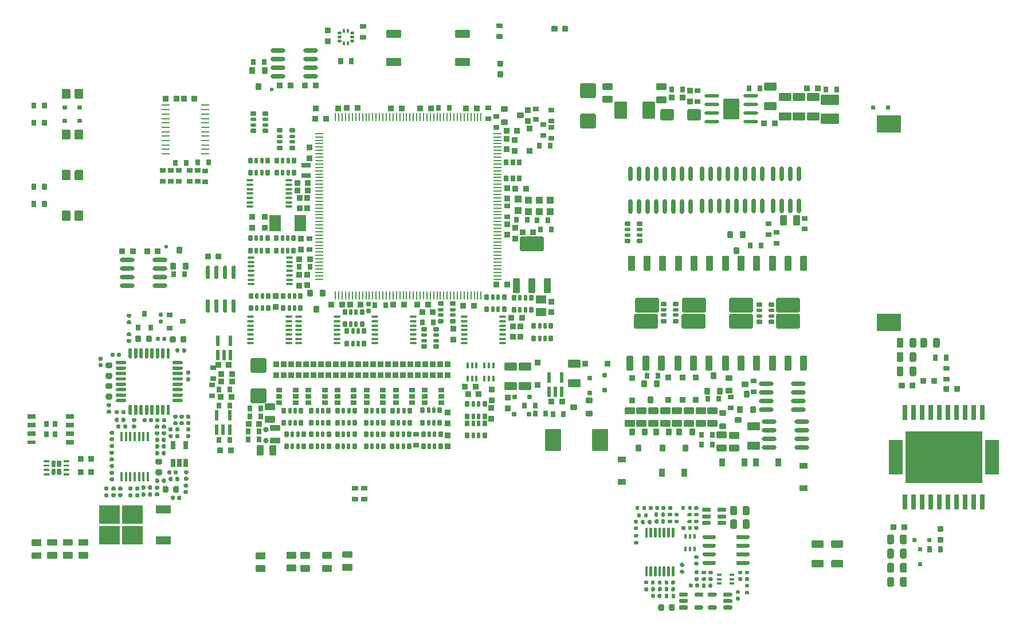
<source format=gtp>
G75*
G70*
%OFA0B0*%
%FSLAX25Y25*%
%IPPOS*%
%LPD*%
%AMOC8*
5,1,8,0,0,1.08239X$1,22.5*
%
%AMM1*
21,1,0.035430,0.030320,0.000000,0.000000,180.000000*
21,1,0.028350,0.037400,0.000000,0.000000,180.000000*
1,1,0.007090,-0.014170,0.015160*
1,1,0.007090,0.014170,0.015160*
1,1,0.007090,0.014170,-0.015160*
1,1,0.007090,-0.014170,-0.015160*
%
%AMM10*
21,1,0.033470,0.026770,0.000000,0.000000,180.000000*
21,1,0.026770,0.033470,0.000000,0.000000,180.000000*
1,1,0.006690,-0.013390,0.013390*
1,1,0.006690,0.013390,0.013390*
1,1,0.006690,0.013390,-0.013390*
1,1,0.006690,-0.013390,-0.013390*
%
%AMM11*
21,1,0.033470,0.026770,0.000000,0.000000,270.000000*
21,1,0.026770,0.033470,0.000000,0.000000,270.000000*
1,1,0.006690,-0.013390,-0.013390*
1,1,0.006690,-0.013390,0.013390*
1,1,0.006690,0.013390,0.013390*
1,1,0.006690,0.013390,-0.013390*
%
%AMM110*
21,1,0.035430,0.030320,0.000000,0.000000,90.000000*
21,1,0.028350,0.037400,0.000000,0.000000,90.000000*
1,1,0.007090,0.015160,0.014170*
1,1,0.007090,0.015160,-0.014170*
1,1,0.007090,-0.015160,-0.014170*
1,1,0.007090,-0.015160,0.014170*
%
%AMM111*
21,1,0.021650,0.052760,0.000000,0.000000,0.000000*
21,1,0.017320,0.057090,0.000000,0.000000,0.000000*
1,1,0.004330,0.008660,-0.026380*
1,1,0.004330,-0.008660,-0.026380*
1,1,0.004330,-0.008660,0.026380*
1,1,0.004330,0.008660,0.026380*
%
%AMM112*
21,1,0.094490,0.111020,0.000000,0.000000,180.000000*
21,1,0.075590,0.129920,0.000000,0.000000,180.000000*
1,1,0.018900,-0.037800,0.055510*
1,1,0.018900,0.037800,0.055510*
1,1,0.018900,0.037800,-0.055510*
1,1,0.018900,-0.037800,-0.055510*
%
%AMM113*
21,1,0.023620,0.018900,0.000000,0.000000,270.000000*
21,1,0.018900,0.023620,0.000000,0.000000,270.000000*
1,1,0.004720,-0.009450,-0.009450*
1,1,0.004720,-0.009450,0.009450*
1,1,0.004720,0.009450,0.009450*
1,1,0.004720,0.009450,-0.009450*
%
%AMM114*
21,1,0.035830,0.026770,0.000000,0.000000,0.000000*
21,1,0.029130,0.033470,0.000000,0.000000,0.000000*
1,1,0.006690,0.014570,-0.013390*
1,1,0.006690,-0.014570,-0.013390*
1,1,0.006690,-0.014570,0.013390*
1,1,0.006690,0.014570,0.013390*
%
%AMM115*
21,1,0.023620,0.018900,0.000000,0.000000,180.000000*
21,1,0.018900,0.023620,0.000000,0.000000,180.000000*
1,1,0.004720,-0.009450,0.009450*
1,1,0.004720,0.009450,0.009450*
1,1,0.004720,0.009450,-0.009450*
1,1,0.004720,-0.009450,-0.009450*
%
%AMM116*
21,1,0.033470,0.026770,0.000000,0.000000,90.000000*
21,1,0.026770,0.033470,0.000000,0.000000,90.000000*
1,1,0.006690,0.013390,0.013390*
1,1,0.006690,0.013390,-0.013390*
1,1,0.006690,-0.013390,-0.013390*
1,1,0.006690,-0.013390,0.013390*
%
%AMM12*
21,1,0.122050,0.075590,0.000000,0.000000,270.000000*
21,1,0.103150,0.094490,0.000000,0.000000,270.000000*
1,1,0.018900,-0.037800,-0.051580*
1,1,0.018900,-0.037800,0.051580*
1,1,0.018900,0.037800,0.051580*
1,1,0.018900,0.037800,-0.051580*
%
%AMM127*
21,1,0.033470,0.026770,-0.000000,0.000000,0.000000*
21,1,0.026770,0.033470,-0.000000,0.000000,0.000000*
1,1,0.006690,0.013390,-0.013390*
1,1,0.006690,-0.013390,-0.013390*
1,1,0.006690,-0.013390,0.013390*
1,1,0.006690,0.013390,0.013390*
%
%AMM128*
21,1,0.021650,0.052760,-0.000000,0.000000,0.000000*
21,1,0.017320,0.057090,-0.000000,0.000000,0.000000*
1,1,0.004330,0.008660,-0.026380*
1,1,0.004330,-0.008660,-0.026380*
1,1,0.004330,-0.008660,0.026380*
1,1,0.004330,0.008660,0.026380*
%
%AMM129*
21,1,0.027560,0.030710,-0.000000,0.000000,270.000000*
21,1,0.022050,0.036220,-0.000000,0.000000,270.000000*
1,1,0.005510,-0.015350,-0.011020*
1,1,0.005510,-0.015350,0.011020*
1,1,0.005510,0.015350,0.011020*
1,1,0.005510,0.015350,-0.011020*
%
%AMM13*
21,1,0.078740,0.053540,0.000000,0.000000,180.000000*
21,1,0.065350,0.066930,0.000000,0.000000,180.000000*
1,1,0.013390,-0.032680,0.026770*
1,1,0.013390,0.032680,0.026770*
1,1,0.013390,0.032680,-0.026770*
1,1,0.013390,-0.032680,-0.026770*
%
%AMM130*
21,1,0.027560,0.030710,-0.000000,0.000000,0.000000*
21,1,0.022050,0.036220,-0.000000,0.000000,0.000000*
1,1,0.005510,0.011020,-0.015350*
1,1,0.005510,-0.011020,-0.015350*
1,1,0.005510,-0.011020,0.015350*
1,1,0.005510,0.011020,0.015350*
%
%AMM139*
21,1,0.035430,0.030320,-0.000000,-0.000000,0.000000*
21,1,0.028350,0.037400,-0.000000,-0.000000,0.000000*
1,1,0.007090,0.014170,-0.015160*
1,1,0.007090,-0.014170,-0.015160*
1,1,0.007090,-0.014170,0.015160*
1,1,0.007090,0.014170,0.015160*
%
%AMM14*
21,1,0.070870,0.036220,0.000000,0.000000,180.000000*
21,1,0.061810,0.045280,0.000000,0.000000,180.000000*
1,1,0.009060,-0.030910,0.018110*
1,1,0.009060,0.030910,0.018110*
1,1,0.009060,0.030910,-0.018110*
1,1,0.009060,-0.030910,-0.018110*
%
%AMM140*
21,1,0.033470,0.026770,-0.000000,-0.000000,180.000000*
21,1,0.026770,0.033470,-0.000000,-0.000000,180.000000*
1,1,0.006690,-0.013390,0.013390*
1,1,0.006690,0.013390,0.013390*
1,1,0.006690,0.013390,-0.013390*
1,1,0.006690,-0.013390,-0.013390*
%
%AMM141*
21,1,0.027560,0.030710,-0.000000,-0.000000,0.000000*
21,1,0.022050,0.036220,-0.000000,-0.000000,0.000000*
1,1,0.005510,0.011020,-0.015350*
1,1,0.005510,-0.011020,-0.015350*
1,1,0.005510,-0.011020,0.015350*
1,1,0.005510,0.011020,0.015350*
%
%AMM15*
21,1,0.086610,0.073230,0.000000,0.000000,90.000000*
21,1,0.069290,0.090550,0.000000,0.000000,90.000000*
1,1,0.017320,0.036610,0.034650*
1,1,0.017320,0.036610,-0.034650*
1,1,0.017320,-0.036610,-0.034650*
1,1,0.017320,-0.036610,0.034650*
%
%AMM16*
21,1,0.027560,0.030710,0.000000,0.000000,90.000000*
21,1,0.022050,0.036220,0.000000,0.000000,90.000000*
1,1,0.005510,0.015350,0.011020*
1,1,0.005510,0.015350,-0.011020*
1,1,0.005510,-0.015350,-0.011020*
1,1,0.005510,-0.015350,0.011020*
%
%AMM163*
21,1,0.012600,0.028980,0.000000,-0.000000,180.000000*
21,1,0.010080,0.031500,0.000000,-0.000000,180.000000*
1,1,0.002520,-0.005040,0.014490*
1,1,0.002520,0.005040,0.014490*
1,1,0.002520,0.005040,-0.014490*
1,1,0.002520,-0.005040,-0.014490*
%
%AMM164*
21,1,0.033470,0.026770,0.000000,-0.000000,90.000000*
21,1,0.026770,0.033470,0.000000,-0.000000,90.000000*
1,1,0.006690,0.013390,0.013390*
1,1,0.006690,0.013390,-0.013390*
1,1,0.006690,-0.013390,-0.013390*
1,1,0.006690,-0.013390,0.013390*
%
%AMM165*
21,1,0.033470,0.026770,0.000000,-0.000000,180.000000*
21,1,0.026770,0.033470,0.000000,-0.000000,180.000000*
1,1,0.006690,-0.013390,0.013390*
1,1,0.006690,0.013390,0.013390*
1,1,0.006690,0.013390,-0.013390*
1,1,0.006690,-0.013390,-0.013390*
%
%AMM166*
21,1,0.025590,0.026380,0.000000,-0.000000,0.000000*
21,1,0.020470,0.031500,0.000000,-0.000000,0.000000*
1,1,0.005120,0.010240,-0.013190*
1,1,0.005120,-0.010240,-0.013190*
1,1,0.005120,-0.010240,0.013190*
1,1,0.005120,0.010240,0.013190*
%
%AMM167*
21,1,0.017720,0.027950,0.000000,-0.000000,0.000000*
21,1,0.014170,0.031500,0.000000,-0.000000,0.000000*
1,1,0.003540,0.007090,-0.013980*
1,1,0.003540,-0.007090,-0.013980*
1,1,0.003540,-0.007090,0.013980*
1,1,0.003540,0.007090,0.013980*
%
%AMM2*
21,1,0.033470,0.026770,0.000000,0.000000,0.000000*
21,1,0.026770,0.033470,0.000000,0.000000,0.000000*
1,1,0.006690,0.013390,-0.013390*
1,1,0.006690,-0.013390,-0.013390*
1,1,0.006690,-0.013390,0.013390*
1,1,0.006690,0.013390,0.013390*
%
%AMM27*
21,1,0.137800,0.067720,0.000000,0.000000,0.000000*
21,1,0.120870,0.084650,0.000000,0.000000,0.000000*
1,1,0.016930,0.060430,-0.033860*
1,1,0.016930,-0.060430,-0.033860*
1,1,0.016930,-0.060430,0.033860*
1,1,0.016930,0.060430,0.033860*
%
%AMM28*
21,1,0.043310,0.075980,0.000000,0.000000,0.000000*
21,1,0.034650,0.084650,0.000000,0.000000,0.000000*
1,1,0.008660,0.017320,-0.037990*
1,1,0.008660,-0.017320,-0.037990*
1,1,0.008660,-0.017320,0.037990*
1,1,0.008660,0.017320,0.037990*
%
%AMM29*
21,1,0.043310,0.075990,0.000000,0.000000,0.000000*
21,1,0.034650,0.084650,0.000000,0.000000,0.000000*
1,1,0.008660,0.017320,-0.037990*
1,1,0.008660,-0.017320,-0.037990*
1,1,0.008660,-0.017320,0.037990*
1,1,0.008660,0.017320,0.037990*
%
%AMM3*
21,1,0.027560,0.030710,0.000000,0.000000,180.000000*
21,1,0.022050,0.036220,0.000000,0.000000,180.000000*
1,1,0.005510,-0.011020,0.015350*
1,1,0.005510,0.011020,0.015350*
1,1,0.005510,0.011020,-0.015350*
1,1,0.005510,-0.011020,-0.015350*
%
%AMM30*
21,1,0.039370,0.035430,0.000000,0.000000,270.000000*
21,1,0.031500,0.043310,0.000000,0.000000,270.000000*
1,1,0.007870,-0.017720,-0.015750*
1,1,0.007870,-0.017720,0.015750*
1,1,0.007870,0.017720,0.015750*
1,1,0.007870,0.017720,-0.015750*
%
%AMM31*
21,1,0.035430,0.030320,0.000000,0.000000,270.000000*
21,1,0.028350,0.037400,0.000000,0.000000,270.000000*
1,1,0.007090,-0.015160,-0.014170*
1,1,0.007090,-0.015160,0.014170*
1,1,0.007090,0.015160,0.014170*
1,1,0.007090,0.015160,-0.014170*
%
%AMM32*
21,1,0.023620,0.030710,0.000000,0.000000,180.000000*
21,1,0.018900,0.035430,0.000000,0.000000,180.000000*
1,1,0.004720,-0.009450,0.015350*
1,1,0.004720,0.009450,0.015350*
1,1,0.004720,0.009450,-0.015350*
1,1,0.004720,-0.009450,-0.015350*
%
%AMM33*
21,1,0.025590,0.026380,0.000000,0.000000,0.000000*
21,1,0.020470,0.031500,0.000000,0.000000,0.000000*
1,1,0.005120,0.010240,-0.013190*
1,1,0.005120,-0.010240,-0.013190*
1,1,0.005120,-0.010240,0.013190*
1,1,0.005120,0.010240,0.013190*
%
%AMM34*
21,1,0.017720,0.027950,0.000000,0.000000,0.000000*
21,1,0.014170,0.031500,0.000000,0.000000,0.000000*
1,1,0.003540,0.007090,-0.013980*
1,1,0.003540,-0.007090,-0.013980*
1,1,0.003540,-0.007090,0.013980*
1,1,0.003540,0.007090,0.013980*
%
%AMM35*
21,1,0.035830,0.026770,0.000000,0.000000,270.000000*
21,1,0.029130,0.033470,0.000000,0.000000,270.000000*
1,1,0.006690,-0.013390,-0.014570*
1,1,0.006690,-0.013390,0.014570*
1,1,0.006690,0.013390,0.014570*
1,1,0.006690,0.013390,-0.014570*
%
%AMM36*
21,1,0.025590,0.026380,0.000000,0.000000,270.000000*
21,1,0.020470,0.031500,0.000000,0.000000,270.000000*
1,1,0.005120,-0.013190,-0.010240*
1,1,0.005120,-0.013190,0.010240*
1,1,0.005120,0.013190,0.010240*
1,1,0.005120,0.013190,-0.010240*
%
%AMM37*
21,1,0.017720,0.027950,0.000000,0.000000,270.000000*
21,1,0.014170,0.031500,0.000000,0.000000,270.000000*
1,1,0.003540,-0.013980,-0.007090*
1,1,0.003540,-0.013980,0.007090*
1,1,0.003540,0.013980,0.007090*
1,1,0.003540,0.013980,-0.007090*
%
%AMM38*
21,1,0.027560,0.049610,0.000000,0.000000,270.000000*
21,1,0.022050,0.055120,0.000000,0.000000,270.000000*
1,1,0.005510,-0.024800,-0.011020*
1,1,0.005510,-0.024800,0.011020*
1,1,0.005510,0.024800,0.011020*
1,1,0.005510,0.024800,-0.011020*
%
%AMM39*
21,1,0.027560,0.018900,0.000000,0.000000,180.000000*
21,1,0.022840,0.023620,0.000000,0.000000,180.000000*
1,1,0.004720,-0.011420,0.009450*
1,1,0.004720,0.011420,0.009450*
1,1,0.004720,0.011420,-0.009450*
1,1,0.004720,-0.011420,-0.009450*
%
%AMM40*
21,1,0.035830,0.026770,0.000000,0.000000,180.000000*
21,1,0.029130,0.033470,0.000000,0.000000,180.000000*
1,1,0.006690,-0.014570,0.013390*
1,1,0.006690,0.014570,0.013390*
1,1,0.006690,0.014570,-0.013390*
1,1,0.006690,-0.014570,-0.013390*
%
%AMM7*
21,1,0.039370,0.049210,0.000000,0.000000,90.000000*
21,1,0.031500,0.057090,0.000000,0.000000,90.000000*
1,1,0.007870,0.024610,0.015750*
1,1,0.007870,0.024610,-0.015750*
1,1,0.007870,-0.024610,-0.015750*
1,1,0.007870,-0.024610,0.015750*
%
%AMM72*
21,1,0.035430,0.050000,0.000000,0.000000,270.000000*
21,1,0.028350,0.057090,0.000000,0.000000,270.000000*
1,1,0.007090,-0.025000,-0.014170*
1,1,0.007090,-0.025000,0.014170*
1,1,0.007090,0.025000,0.014170*
1,1,0.007090,0.025000,-0.014170*
%
%AMM73*
21,1,0.086610,0.073230,0.000000,0.000000,270.000000*
21,1,0.069290,0.090550,0.000000,0.000000,270.000000*
1,1,0.017320,-0.036610,-0.034650*
1,1,0.017320,-0.036610,0.034650*
1,1,0.017320,0.036610,0.034650*
1,1,0.017320,0.036610,-0.034650*
%
%AMM74*
21,1,0.039370,0.049210,0.000000,0.000000,180.000000*
21,1,0.031500,0.057090,0.000000,0.000000,180.000000*
1,1,0.007870,-0.015750,0.024610*
1,1,0.007870,0.015750,0.024610*
1,1,0.007870,0.015750,-0.024610*
1,1,0.007870,-0.015750,-0.024610*
%
%AMM75*
21,1,0.023620,0.030710,0.000000,0.000000,90.000000*
21,1,0.018900,0.035430,0.000000,0.000000,90.000000*
1,1,0.004720,0.015350,0.009450*
1,1,0.004720,0.015350,-0.009450*
1,1,0.004720,-0.015350,-0.009450*
1,1,0.004720,-0.015350,0.009450*
%
%AMM76*
21,1,0.027560,0.030710,0.000000,0.000000,0.000000*
21,1,0.022050,0.036220,0.000000,0.000000,0.000000*
1,1,0.005510,0.011020,-0.015350*
1,1,0.005510,-0.011020,-0.015350*
1,1,0.005510,-0.011020,0.015350*
1,1,0.005510,0.011020,0.015350*
%
%AMM8*
21,1,0.106300,0.050390,0.000000,0.000000,0.000000*
21,1,0.093700,0.062990,0.000000,0.000000,0.000000*
1,1,0.012600,0.046850,-0.025200*
1,1,0.012600,-0.046850,-0.025200*
1,1,0.012600,-0.046850,0.025200*
1,1,0.012600,0.046850,0.025200*
%
%AMM86*
21,1,0.027560,0.030710,0.000000,0.000000,270.000000*
21,1,0.022050,0.036220,0.000000,0.000000,270.000000*
1,1,0.005510,-0.015350,-0.011020*
1,1,0.005510,-0.015350,0.011020*
1,1,0.005510,0.015350,0.011020*
1,1,0.005510,0.015350,-0.011020*
%
%AMM89*
21,1,0.035430,0.030320,0.000000,0.000000,0.000000*
21,1,0.028350,0.037400,0.000000,0.000000,0.000000*
1,1,0.007090,0.014170,-0.015160*
1,1,0.007090,-0.014170,-0.015160*
1,1,0.007090,-0.014170,0.015160*
1,1,0.007090,0.014170,0.015160*
%
%AMM9*
21,1,0.074800,0.083460,0.000000,0.000000,180.000000*
21,1,0.059840,0.098430,0.000000,0.000000,180.000000*
1,1,0.014960,-0.029920,0.041730*
1,1,0.014960,0.029920,0.041730*
1,1,0.014960,0.029920,-0.041730*
1,1,0.014960,-0.029920,-0.041730*
%
%AMM90*
21,1,0.070870,0.036220,0.000000,0.000000,0.000000*
21,1,0.061810,0.045280,0.000000,0.000000,0.000000*
1,1,0.009060,0.030910,-0.018110*
1,1,0.009060,-0.030910,-0.018110*
1,1,0.009060,-0.030910,0.018110*
1,1,0.009060,0.030910,0.018110*
%
%AMM91*
21,1,0.043310,0.075980,0.000000,0.000000,180.000000*
21,1,0.034650,0.084650,0.000000,0.000000,180.000000*
1,1,0.008660,-0.017320,0.037990*
1,1,0.008660,0.017320,0.037990*
1,1,0.008660,0.017320,-0.037990*
1,1,0.008660,-0.017320,-0.037990*
%
%AMM92*
21,1,0.043310,0.075990,0.000000,0.000000,180.000000*
21,1,0.034650,0.084650,0.000000,0.000000,180.000000*
1,1,0.008660,-0.017320,0.037990*
1,1,0.008660,0.017320,0.037990*
1,1,0.008660,0.017320,-0.037990*
1,1,0.008660,-0.017320,-0.037990*
%
%AMM93*
21,1,0.137800,0.067720,0.000000,0.000000,180.000000*
21,1,0.120870,0.084650,0.000000,0.000000,180.000000*
1,1,0.016930,-0.060430,0.033860*
1,1,0.016930,0.060430,0.033860*
1,1,0.016930,0.060430,-0.033860*
1,1,0.016930,-0.060430,-0.033860*
%
%AMM94*
21,1,0.025590,0.026380,0.000000,0.000000,90.000000*
21,1,0.020470,0.031500,0.000000,0.000000,90.000000*
1,1,0.005120,0.013190,0.010240*
1,1,0.005120,0.013190,-0.010240*
1,1,0.005120,-0.013190,-0.010240*
1,1,0.005120,-0.013190,0.010240*
%
%AMM95*
21,1,0.017720,0.027950,0.000000,0.000000,90.000000*
21,1,0.014170,0.031500,0.000000,0.000000,90.000000*
1,1,0.003540,0.013980,0.007090*
1,1,0.003540,0.013980,-0.007090*
1,1,0.003540,-0.013980,-0.007090*
1,1,0.003540,-0.013980,0.007090*
%
%AMM96*
21,1,0.035830,0.026770,0.000000,0.000000,90.000000*
21,1,0.029130,0.033470,0.000000,0.000000,90.000000*
1,1,0.006690,0.013390,0.014570*
1,1,0.006690,0.013390,-0.014570*
1,1,0.006690,-0.013390,-0.014570*
1,1,0.006690,-0.013390,0.014570*
%
%ADD118M1*%
%ADD119O,0.08661X0.02362*%
%ADD120M2*%
%ADD121M3*%
%ADD132M7*%
%ADD133M8*%
%ADD134M9*%
%ADD135M10*%
%ADD136M11*%
%ADD137O,0.08661X0.01968*%
%ADD138M12*%
%ADD139M13*%
%ADD140M14*%
%ADD141M15*%
%ADD142M16*%
%ADD143O,0.01968X0.03937*%
%ADD16C,0.02362*%
%ADD160M27*%
%ADD161M28*%
%ADD162M29*%
%ADD163O,0.04331X0.01181*%
%ADD164O,0.05118X0.00866*%
%ADD165O,0.00866X0.05118*%
%ADD166M30*%
%ADD167R,0.05906X0.05118*%
%ADD168M31*%
%ADD169R,0.06693X0.09449*%
%ADD170M32*%
%ADD171M33*%
%ADD172M34*%
%ADD173M35*%
%ADD174M36*%
%ADD175M37*%
%ADD176M38*%
%ADD177M39*%
%ADD178M40*%
%ADD221M72*%
%ADD222M73*%
%ADD223M74*%
%ADD224M75*%
%ADD225M76*%
%ADD237M86*%
%ADD240M89*%
%ADD241M90*%
%ADD242M91*%
%ADD243M92*%
%ADD244M93*%
%ADD245M94*%
%ADD246M95*%
%ADD247O,0.02362X0.08661*%
%ADD248M96*%
%ADD269O,0.04961X0.00984*%
%ADD274M110*%
%ADD275M111*%
%ADD276M112*%
%ADD277M113*%
%ADD278M114*%
%ADD279M115*%
%ADD280M116*%
%ADD295R,0.03543X0.03150*%
%ADD298R,0.03150X0.03543*%
%ADD312R,0.02559X0.01575*%
%ADD313R,0.01575X0.02559*%
%ADD320M127*%
%ADD321M128*%
%ADD322M129*%
%ADD323M130*%
%ADD328R,0.08661X0.04724*%
%ADD330R,0.01772X0.05709*%
%ADD331R,0.02559X0.04803*%
%ADD334R,0.12008X0.10827*%
%ADD343M139*%
%ADD344M140*%
%ADD345M141*%
%ADD376M163*%
%ADD377M164*%
%ADD378M165*%
%ADD379M166*%
%ADD380M167*%
%ADD54R,0.05157X0.02559*%
%ADD55R,0.05157X0.02362*%
%ADD57R,0.04724X0.03543*%
%ADD59R,0.03150X0.08661*%
%ADD60R,0.08000X0.20000*%
%ADD62R,0.45000X0.30000*%
%ADD63R,0.14173X0.10236*%
%ADD64R,0.03543X0.04724*%
%ADD84C,0.03150*%
%ADD92O,0.00000X0.00000*%
%ADD93R,0.03130X0.03543*%
X0000000Y0000000D02*
%LPD*%
G01*
G36*
G01*
X0134429Y0255315D02*
X0133248Y0255315D01*
G75*
G02*
X0132657Y0255906I0000000J0000591D01*
G01*
X0132657Y0262402D01*
G75*
G02*
X0133248Y0262992I0000591J0000000D01*
G01*
X0134429Y0262992D01*
G75*
G02*
X0135020Y0262402I0000000J-000591D01*
G01*
X0135020Y0255906D01*
G75*
G02*
X0134429Y0255315I-000591J0000000D01*
G01*
G37*
G36*
G01*
X0139429Y0255315D02*
X0138248Y0255315D01*
G75*
G02*
X0137657Y0255906I0000000J0000591D01*
G01*
X0137657Y0262402D01*
G75*
G02*
X0138248Y0262992I0000591J0000000D01*
G01*
X0139429Y0262992D01*
G75*
G02*
X0140020Y0262402I0000000J-000591D01*
G01*
X0140020Y0255906D01*
G75*
G02*
X0139429Y0255315I-000591J0000000D01*
G01*
G37*
G36*
G01*
X0144429Y0255315D02*
X0143248Y0255315D01*
G75*
G02*
X0142657Y0255906I0000000J0000591D01*
G01*
X0142657Y0262402D01*
G75*
G02*
X0143248Y0262992I0000591J0000000D01*
G01*
X0144429Y0262992D01*
G75*
G02*
X0145020Y0262402I0000000J-000591D01*
G01*
X0145020Y0255906D01*
G75*
G02*
X0144429Y0255315I-000591J0000000D01*
G01*
G37*
G36*
G01*
X0149429Y0255315D02*
X0148248Y0255315D01*
G75*
G02*
X0147657Y0255906I0000000J0000591D01*
G01*
X0147657Y0262402D01*
G75*
G02*
X0148248Y0262992I0000591J0000000D01*
G01*
X0149429Y0262992D01*
G75*
G02*
X0150020Y0262402I0000000J-000591D01*
G01*
X0150020Y0255906D01*
G75*
G02*
X0149429Y0255315I-000591J0000000D01*
G01*
G37*
G36*
G01*
X0149429Y0274803D02*
X0148248Y0274803D01*
G75*
G02*
X0147657Y0275394I0000000J0000591D01*
G01*
X0147657Y0281890D01*
G75*
G02*
X0148248Y0282480I0000591J0000000D01*
G01*
X0149429Y0282480D01*
G75*
G02*
X0150020Y0281890I0000000J-000591D01*
G01*
X0150020Y0275394D01*
G75*
G02*
X0149429Y0274803I-000591J0000000D01*
G01*
G37*
G36*
G01*
X0144429Y0274803D02*
X0143248Y0274803D01*
G75*
G02*
X0142657Y0275394I0000000J0000591D01*
G01*
X0142657Y0281890D01*
G75*
G02*
X0143248Y0282480I0000591J0000000D01*
G01*
X0144429Y0282480D01*
G75*
G02*
X0145020Y0281890I0000000J-000591D01*
G01*
X0145020Y0275394D01*
G75*
G02*
X0144429Y0274803I-000591J0000000D01*
G01*
G37*
G36*
G01*
X0139429Y0274803D02*
X0138248Y0274803D01*
G75*
G02*
X0137657Y0275394I0000000J0000591D01*
G01*
X0137657Y0281890D01*
G75*
G02*
X0138248Y0282480I0000591J0000000D01*
G01*
X0139429Y0282480D01*
G75*
G02*
X0140020Y0281890I0000000J-000591D01*
G01*
X0140020Y0275394D01*
G75*
G02*
X0139429Y0274803I-000591J0000000D01*
G01*
G37*
G36*
G01*
X0134429Y0274803D02*
X0133248Y0274803D01*
G75*
G02*
X0132657Y0275394I0000000J0000591D01*
G01*
X0132657Y0281890D01*
G75*
G02*
X0133248Y0282480I0000591J0000000D01*
G01*
X0134429Y0282480D01*
G75*
G02*
X0135020Y0281890I0000000J-000591D01*
G01*
X0135020Y0275394D01*
G75*
G02*
X0134429Y0274803I-000591J0000000D01*
G01*
G37*
G36*
G01*
X0564764Y0230571D02*
X0564764Y0227500D01*
G75*
G02*
X0564488Y0227224I-000276J0000000D01*
G01*
X0562283Y0227224D01*
G75*
G02*
X0562008Y0227500I0000000J0000276D01*
G01*
X0562008Y0230571D01*
G75*
G02*
X0562283Y0230846I0000276J0000000D01*
G01*
X0564488Y0230846D01*
G75*
G02*
X0564764Y0230571I0000000J-000276D01*
G01*
G37*
G36*
G01*
X0558465Y0230571D02*
X0558465Y0227500D01*
G75*
G02*
X0558189Y0227224I-000276J0000000D01*
G01*
X0555984Y0227224D01*
G75*
G02*
X0555709Y0227500I0000000J0000276D01*
G01*
X0555709Y0230571D01*
G75*
G02*
X0555984Y0230846I0000276J0000000D01*
G01*
X0558189Y0230846D01*
G75*
G02*
X0558465Y0230571I0000000J-000276D01*
G01*
G37*
G36*
G01*
X0202205Y0420925D02*
X0204882Y0420925D01*
G75*
G02*
X0205217Y0420591I0000000J-000335D01*
G01*
X0205217Y0417913D01*
G75*
G02*
X0204882Y0417579I-000335J0000000D01*
G01*
X0202205Y0417579D01*
G75*
G02*
X0201870Y0417913I0000000J0000335D01*
G01*
X0201870Y0420591D01*
G75*
G02*
X0202205Y0420925I0000335J0000000D01*
G01*
G37*
G36*
G01*
X0202205Y0414705D02*
X0204882Y0414705D01*
G75*
G02*
X0205217Y0414370I0000000J-000335D01*
G01*
X0205217Y0411693D01*
G75*
G02*
X0204882Y0411358I-000335J0000000D01*
G01*
X0202205Y0411358D01*
G75*
G02*
X0201870Y0411693I0000000J0000335D01*
G01*
X0201870Y0414370D01*
G75*
G02*
X0202205Y0414705I0000335J0000000D01*
G01*
G37*
G36*
G01*
X0305276Y0392067D02*
X0302598Y0392067D01*
G75*
G02*
X0302264Y0392402I0000000J0000335D01*
G01*
X0302264Y0395079D01*
G75*
G02*
X0302598Y0395413I0000335J0000000D01*
G01*
X0305276Y0395413D01*
G75*
G02*
X0305610Y0395079I0000000J-000335D01*
G01*
X0305610Y0392402D01*
G75*
G02*
X0305276Y0392067I-000335J0000000D01*
G01*
G37*
G36*
G01*
X0305276Y0398287D02*
X0302598Y0398287D01*
G75*
G02*
X0302264Y0398622I0000000J0000335D01*
G01*
X0302264Y0401299D01*
G75*
G02*
X0302598Y0401634I0000335J0000000D01*
G01*
X0305276Y0401634D01*
G75*
G02*
X0305610Y0401299I0000000J-000335D01*
G01*
X0305610Y0398622D01*
G75*
G02*
X0305276Y0398287I-000335J0000000D01*
G01*
G37*
D92*
X0180758Y0383983D03*
G36*
G01*
X0046093Y0166201D02*
X0046093Y0168760D01*
G75*
G02*
X0046722Y0169390I0000630J0000000D01*
G01*
X0047982Y0169390D01*
G75*
G02*
X0048612Y0168760I0000000J-000630D01*
G01*
X0048612Y0166201D01*
G75*
G02*
X0047982Y0165571I-000630J0000000D01*
G01*
X0046722Y0165571D01*
G75*
G02*
X0046093Y0166201I0000000J0000630D01*
G01*
G37*
G36*
G01*
X0046093Y0161476D02*
X0046093Y0164035D01*
G75*
G02*
X0046722Y0164665I0000630J0000000D01*
G01*
X0047982Y0164665D01*
G75*
G02*
X0048612Y0164035I0000000J-000630D01*
G01*
X0048612Y0161476D01*
G75*
G02*
X0047982Y0160846I-000630J0000000D01*
G01*
X0046722Y0160846D01*
G75*
G02*
X0046093Y0161476I0000000J0000630D01*
G01*
G37*
G36*
G01*
X0042943Y0161476D02*
X0042943Y0164035D01*
G75*
G02*
X0043573Y0164665I0000630J0000000D01*
G01*
X0044833Y0164665D01*
G75*
G02*
X0045463Y0164035I0000000J-000630D01*
G01*
X0045463Y0161476D01*
G75*
G02*
X0044833Y0160846I-000630J0000000D01*
G01*
X0043573Y0160846D01*
G75*
G02*
X0042943Y0161476I0000000J0000630D01*
G01*
G37*
G36*
G01*
X0042943Y0166201D02*
X0042943Y0168760D01*
G75*
G02*
X0043573Y0169390I0000630J0000000D01*
G01*
X0044833Y0169390D01*
G75*
G02*
X0045463Y0168760I0000000J-000630D01*
G01*
X0045463Y0166201D01*
G75*
G02*
X0044833Y0165571I-000630J0000000D01*
G01*
X0043573Y0165571D01*
G75*
G02*
X0042943Y0166201I0000000J0000630D01*
G01*
G37*
G36*
G01*
X0038396Y0168661D02*
X0038396Y0169252D01*
G75*
G02*
X0038691Y0169547I0000295J0000000D01*
G01*
X0041447Y0169547D01*
G75*
G02*
X0041742Y0169252I0000000J-000295D01*
G01*
X0041742Y0168661D01*
G75*
G02*
X0041447Y0168366I-000295J0000000D01*
G01*
X0038691Y0168366D01*
G75*
G02*
X0038396Y0168661I0000000J0000295D01*
G01*
G37*
G36*
G01*
X0038396Y0166102D02*
X0038396Y0166693D01*
G75*
G02*
X0038691Y0166988I0000295J0000000D01*
G01*
X0041447Y0166988D01*
G75*
G02*
X0041742Y0166693I0000000J-000295D01*
G01*
X0041742Y0166102D01*
G75*
G02*
X0041447Y0165807I-000295J0000000D01*
G01*
X0038691Y0165807D01*
G75*
G02*
X0038396Y0166102I0000000J0000295D01*
G01*
G37*
G36*
G01*
X0038396Y0163543D02*
X0038396Y0164134D01*
G75*
G02*
X0038691Y0164429I0000295J0000000D01*
G01*
X0041447Y0164429D01*
G75*
G02*
X0041742Y0164134I0000000J-000295D01*
G01*
X0041742Y0163543D01*
G75*
G02*
X0041447Y0163248I-000295J0000000D01*
G01*
X0038691Y0163248D01*
G75*
G02*
X0038396Y0163543I0000000J0000295D01*
G01*
G37*
G36*
G01*
X0038396Y0160984D02*
X0038396Y0161575D01*
G75*
G02*
X0038691Y0161870I0000295J0000000D01*
G01*
X0041447Y0161870D01*
G75*
G02*
X0041742Y0161575I0000000J-000295D01*
G01*
X0041742Y0160984D01*
G75*
G02*
X0041447Y0160689I-000295J0000000D01*
G01*
X0038691Y0160689D01*
G75*
G02*
X0038396Y0160984I0000000J0000295D01*
G01*
G37*
G36*
G01*
X0049813Y0160984D02*
X0049813Y0161575D01*
G75*
G02*
X0050108Y0161870I0000295J0000000D01*
G01*
X0052864Y0161870D01*
G75*
G02*
X0053159Y0161575I0000000J-000295D01*
G01*
X0053159Y0160984D01*
G75*
G02*
X0052864Y0160689I-000295J0000000D01*
G01*
X0050108Y0160689D01*
G75*
G02*
X0049813Y0160984I0000000J0000295D01*
G01*
G37*
G36*
G01*
X0049813Y0163543D02*
X0049813Y0164134D01*
G75*
G02*
X0050108Y0164429I0000295J0000000D01*
G01*
X0052864Y0164429D01*
G75*
G02*
X0053159Y0164134I0000000J-000295D01*
G01*
X0053159Y0163543D01*
G75*
G02*
X0052864Y0163248I-000295J0000000D01*
G01*
X0050108Y0163248D01*
G75*
G02*
X0049813Y0163543I0000000J0000295D01*
G01*
G37*
G36*
G01*
X0049813Y0166102D02*
X0049813Y0166693D01*
G75*
G02*
X0050108Y0166988I0000295J0000000D01*
G01*
X0052864Y0166988D01*
G75*
G02*
X0053159Y0166693I0000000J-000295D01*
G01*
X0053159Y0166102D01*
G75*
G02*
X0052864Y0165807I-000295J0000000D01*
G01*
X0050108Y0165807D01*
G75*
G02*
X0049813Y0166102I0000000J0000295D01*
G01*
G37*
G36*
G01*
X0049813Y0168661D02*
X0049813Y0169252D01*
G75*
G02*
X0050108Y0169547I0000295J0000000D01*
G01*
X0052864Y0169547D01*
G75*
G02*
X0053159Y0169252I0000000J-000295D01*
G01*
X0053159Y0168661D01*
G75*
G02*
X0052864Y0168366I-000295J0000000D01*
G01*
X0050108Y0168366D01*
G75*
G02*
X0049813Y0168661I0000000J0000295D01*
G01*
G37*
X0376167Y0190345D03*
G36*
G01*
X0058159Y0161358D02*
X0058159Y0164035D01*
G75*
G02*
X0058494Y0164370I0000335J0000000D01*
G01*
X0061171Y0164370D01*
G75*
G02*
X0061506Y0164035I0000000J-000335D01*
G01*
X0061506Y0161358D01*
G75*
G02*
X0061171Y0161024I-000335J0000000D01*
G01*
X0058494Y0161024D01*
G75*
G02*
X0058159Y0161358I0000000J0000335D01*
G01*
G37*
G36*
G01*
X0064380Y0161358D02*
X0064380Y0164035D01*
G75*
G02*
X0064715Y0164370I0000335J0000000D01*
G01*
X0067392Y0164370D01*
G75*
G02*
X0067726Y0164035I0000000J-000335D01*
G01*
X0067726Y0161358D01*
G75*
G02*
X0067392Y0161024I-000335J0000000D01*
G01*
X0064715Y0161024D01*
G75*
G02*
X0064380Y0161358I0000000J0000335D01*
G01*
G37*
G36*
G01*
X0056346Y0356319D02*
X0056346Y0361201D01*
G75*
G02*
X0056858Y0361713I0000512J0000000D01*
G01*
X0060953Y0361713D01*
G75*
G02*
X0061465Y0361201I0000000J-000512D01*
G01*
X0061465Y0356319D01*
G75*
G02*
X0060953Y0355807I-000512J0000000D01*
G01*
X0056858Y0355807D01*
G75*
G02*
X0056346Y0356319I0000000J0000512D01*
G01*
G37*
G36*
G01*
X0048866Y0356319D02*
X0048866Y0361201D01*
G75*
G02*
X0049378Y0361713I0000512J0000000D01*
G01*
X0053472Y0361713D01*
G75*
G02*
X0053984Y0361201I0000000J-000512D01*
G01*
X0053984Y0356319D01*
G75*
G02*
X0053472Y0355807I-000512J0000000D01*
G01*
X0049378Y0355807D01*
G75*
G02*
X0048866Y0356319I0000000J0000512D01*
G01*
G37*
G36*
G01*
X0031791Y0123524D02*
X0036713Y0123524D01*
G75*
G02*
X0037106Y0123130I0000000J-000394D01*
G01*
X0037106Y0119980D01*
G75*
G02*
X0036713Y0119587I-000394J0000000D01*
G01*
X0031791Y0119587D01*
G75*
G02*
X0031398Y0119980I0000000J0000394D01*
G01*
X0031398Y0123130D01*
G75*
G02*
X0031791Y0123524I0000394J0000000D01*
G01*
G37*
G36*
G01*
X0031791Y0116043D02*
X0036713Y0116043D01*
G75*
G02*
X0037106Y0115650I0000000J-000394D01*
G01*
X0037106Y0112500D01*
G75*
G02*
X0036713Y0112106I-000394J0000000D01*
G01*
X0031791Y0112106D01*
G75*
G02*
X0031398Y0112500I0000000J0000394D01*
G01*
X0031398Y0115650D01*
G75*
G02*
X0031791Y0116043I0000394J0000000D01*
G01*
G37*
G36*
G01*
X0217421Y0105315D02*
X0212500Y0105315D01*
G75*
G02*
X0212106Y0105709I0000000J0000394D01*
G01*
X0212106Y0108858D01*
G75*
G02*
X0212500Y0109252I0000394J0000000D01*
G01*
X0217421Y0109252D01*
G75*
G02*
X0217815Y0108858I0000000J-000394D01*
G01*
X0217815Y0105709D01*
G75*
G02*
X0217421Y0105315I-000394J0000000D01*
G01*
G37*
G36*
G01*
X0217421Y0112795D02*
X0212500Y0112795D01*
G75*
G02*
X0212106Y0113189I0000000J0000394D01*
G01*
X0212106Y0116339D01*
G75*
G02*
X0212500Y0116732I0000394J0000000D01*
G01*
X0217421Y0116732D01*
G75*
G02*
X0217815Y0116339I0000000J-000394D01*
G01*
X0217815Y0113189D01*
G75*
G02*
X0217421Y0112795I-000394J0000000D01*
G01*
G37*
G36*
G01*
X0040205Y0377126D02*
X0040205Y0374055D01*
G75*
G02*
X0039929Y0373780I-000276J0000000D01*
G01*
X0037724Y0373780D01*
G75*
G02*
X0037449Y0374055I0000000J0000276D01*
G01*
X0037449Y0377126D01*
G75*
G02*
X0037724Y0377402I0000276J0000000D01*
G01*
X0039929Y0377402D01*
G75*
G02*
X0040205Y0377126I0000000J-000276D01*
G01*
G37*
G36*
G01*
X0033906Y0377126D02*
X0033906Y0374055D01*
G75*
G02*
X0033630Y0373780I-000276J0000000D01*
G01*
X0031425Y0373780D01*
G75*
G02*
X0031150Y0374055I0000000J0000276D01*
G01*
X0031150Y0377126D01*
G75*
G02*
X0031425Y0377402I0000276J0000000D01*
G01*
X0033630Y0377402D01*
G75*
G02*
X0033906Y0377126I0000000J-000276D01*
G01*
G37*
G36*
G01*
X0571346Y0212331D02*
X0571346Y0209654D01*
G75*
G02*
X0571012Y0209320I-000335J0000000D01*
G01*
X0568335Y0209320D01*
G75*
G02*
X0568000Y0209654I0000000J0000335D01*
G01*
X0568000Y0212331D01*
G75*
G02*
X0568335Y0212666I0000335J0000000D01*
G01*
X0571012Y0212666D01*
G75*
G02*
X0571346Y0212331I0000000J-000335D01*
G01*
G37*
G36*
G01*
X0565126Y0212331D02*
X0565126Y0209654D01*
G75*
G02*
X0564791Y0209320I-000335J0000000D01*
G01*
X0562114Y0209320D01*
G75*
G02*
X0561780Y0209654I0000000J0000335D01*
G01*
X0561780Y0212331D01*
G75*
G02*
X0562114Y0212666I0000335J0000000D01*
G01*
X0564791Y0212666D01*
G75*
G02*
X0565126Y0212331I0000000J-000335D01*
G01*
G37*
G36*
G01*
X0528984Y0121654D02*
X0528984Y0125394D01*
G75*
G02*
X0529969Y0126378I0000984J0000000D01*
G01*
X0531937Y0126378D01*
G75*
G02*
X0532921Y0125394I0000000J-000984D01*
G01*
X0532921Y0121654D01*
G75*
G02*
X0531937Y0120669I-000984J0000000D01*
G01*
X0529969Y0120669D01*
G75*
G02*
X0528984Y0121654I0000000J0000984D01*
G01*
G37*
G36*
G01*
X0536465Y0121654D02*
X0536465Y0125394D01*
G75*
G02*
X0537449Y0126378I0000984J0000000D01*
G01*
X0539417Y0126378D01*
G75*
G02*
X0540402Y0125394I0000000J-000984D01*
G01*
X0540402Y0121654D01*
G75*
G02*
X0539417Y0120669I-000984J0000000D01*
G01*
X0537449Y0120669D01*
G75*
G02*
X0536465Y0121654I0000000J0000984D01*
G01*
G37*
G36*
G01*
X0187894Y0116142D02*
X0192815Y0116142D01*
G75*
G02*
X0193209Y0115748I0000000J-000394D01*
G01*
X0193209Y0112598D01*
G75*
G02*
X0192815Y0112205I-000394J0000000D01*
G01*
X0187894Y0112205D01*
G75*
G02*
X0187500Y0112598I0000000J0000394D01*
G01*
X0187500Y0115748D01*
G75*
G02*
X0187894Y0116142I0000394J0000000D01*
G01*
G37*
G36*
G01*
X0187894Y0108661D02*
X0192815Y0108661D01*
G75*
G02*
X0193209Y0108268I0000000J-000394D01*
G01*
X0193209Y0105118D01*
G75*
G02*
X0192815Y0104724I-000394J0000000D01*
G01*
X0187894Y0104724D01*
G75*
G02*
X0187500Y0105118I0000000J0000394D01*
G01*
X0187500Y0108268D01*
G75*
G02*
X0187894Y0108661I0000394J0000000D01*
G01*
G37*
D54*
X0031270Y0195000D03*
X0031270Y0190000D03*
X0031270Y0185000D03*
D55*
X0031270Y0180000D03*
D54*
X0053671Y0180000D03*
X0053671Y0185000D03*
X0053671Y0190000D03*
X0053671Y0195000D03*
D93*
X0045079Y0190453D03*
X0045079Y0184547D03*
X0039862Y0184547D03*
X0039862Y0190453D03*
G36*
G01*
X0492028Y0110709D02*
X0492028Y0107992D01*
G75*
G02*
X0491122Y0107087I-000906J0000000D01*
G01*
X0485846Y0107087D01*
G75*
G02*
X0484941Y0107992I0000000J0000906D01*
G01*
X0484941Y0110709D01*
G75*
G02*
X0485846Y0111614I0000906J0000000D01*
G01*
X0491122Y0111614D01*
G75*
G02*
X0492028Y0110709I0000000J-000906D01*
G01*
G37*
G36*
G01*
X0492028Y0122126D02*
X0492028Y0119409D01*
G75*
G02*
X0491122Y0118504I-000906J0000000D01*
G01*
X0485846Y0118504D01*
G75*
G02*
X0484941Y0119409I0000000J0000906D01*
G01*
X0484941Y0122126D01*
G75*
G02*
X0485846Y0123032I0000906J0000000D01*
G01*
X0491122Y0123032D01*
G75*
G02*
X0492028Y0122126I0000000J-000906D01*
G01*
G37*
D57*
X0480379Y0153351D03*
X0480379Y0166343D03*
D59*
X0539339Y0145245D03*
X0544339Y0145245D03*
X0549339Y0145245D03*
X0554339Y0145245D03*
X0559339Y0145245D03*
X0564339Y0145245D03*
X0569339Y0145245D03*
X0574339Y0145245D03*
X0579339Y0145245D03*
X0584339Y0145245D03*
X0584339Y0197213D03*
X0579339Y0197213D03*
X0574339Y0197213D03*
X0569339Y0197213D03*
X0564339Y0197213D03*
X0559339Y0197213D03*
X0554339Y0197213D03*
X0549339Y0197213D03*
X0544339Y0197213D03*
X0539339Y0197213D03*
D60*
X0533839Y0171229D03*
D62*
X0561839Y0171229D03*
D60*
X0589839Y0171229D03*
G36*
G01*
X0040205Y0319843D02*
X0040205Y0316772D01*
G75*
G02*
X0039929Y0316496I-000276J0000000D01*
G01*
X0037724Y0316496D01*
G75*
G02*
X0037449Y0316772I0000000J0000276D01*
G01*
X0037449Y0319843D01*
G75*
G02*
X0037724Y0320118I0000276J0000000D01*
G01*
X0039929Y0320118D01*
G75*
G02*
X0040205Y0319843I0000000J-000276D01*
G01*
G37*
G36*
G01*
X0033906Y0319843D02*
X0033906Y0316772D01*
G75*
G02*
X0033630Y0316496I-000276J0000000D01*
G01*
X0031425Y0316496D01*
G75*
G02*
X0031150Y0316772I0000000J0000276D01*
G01*
X0031150Y0319843D01*
G75*
G02*
X0031425Y0320118I0000276J0000000D01*
G01*
X0033630Y0320118D01*
G75*
G02*
X0033906Y0319843I0000000J-000276D01*
G01*
G37*
D92*
X0099803Y0294291D03*
G36*
G01*
X0056346Y0379941D02*
X0056346Y0384823D01*
G75*
G02*
X0056858Y0385335I0000512J0000000D01*
G01*
X0060953Y0385335D01*
G75*
G02*
X0061465Y0384823I0000000J-000512D01*
G01*
X0061465Y0379941D01*
G75*
G02*
X0060953Y0379429I-000512J0000000D01*
G01*
X0056858Y0379429D01*
G75*
G02*
X0056346Y0379941I0000000J0000512D01*
G01*
G37*
G36*
G01*
X0048866Y0379941D02*
X0048866Y0384823D01*
G75*
G02*
X0049378Y0385335I0000512J0000000D01*
G01*
X0053472Y0385335D01*
G75*
G02*
X0053984Y0384823I0000000J-000512D01*
G01*
X0053984Y0379941D01*
G75*
G02*
X0053472Y0379429I-000512J0000000D01*
G01*
X0049378Y0379429D01*
G75*
G02*
X0048866Y0379941I0000000J0000512D01*
G01*
G37*
G36*
G01*
X0141791Y0289134D02*
X0141791Y0286457D01*
G75*
G02*
X0141457Y0286122I-000335J0000000D01*
G01*
X0138780Y0286122D01*
G75*
G02*
X0138445Y0286457I0000000J0000335D01*
G01*
X0138445Y0289134D01*
G75*
G02*
X0138780Y0289469I0000335J0000000D01*
G01*
X0141457Y0289469D01*
G75*
G02*
X0141791Y0289134I0000000J-000335D01*
G01*
G37*
G36*
G01*
X0135571Y0289134D02*
X0135571Y0286457D01*
G75*
G02*
X0135236Y0286122I-000335J0000000D01*
G01*
X0132559Y0286122D01*
G75*
G02*
X0132224Y0286457I0000000J0000335D01*
G01*
X0132224Y0289134D01*
G75*
G02*
X0132559Y0289469I0000335J0000000D01*
G01*
X0135236Y0289469D01*
G75*
G02*
X0135571Y0289134I0000000J-000335D01*
G01*
G37*
G36*
G01*
X0238118Y0419685D02*
X0245835Y0419685D01*
G75*
G02*
X0246307Y0419213I0000000J-000472D01*
G01*
X0246307Y0415433D01*
G75*
G02*
X0245835Y0414961I-000472J0000000D01*
G01*
X0238118Y0414961D01*
G75*
G02*
X0237646Y0415433I0000000J0000472D01*
G01*
X0237646Y0419213D01*
G75*
G02*
X0238118Y0419685I0000472J0000000D01*
G01*
G37*
G36*
G01*
X0238118Y0403150D02*
X0245835Y0403150D01*
G75*
G02*
X0246307Y0402677I0000000J-000472D01*
G01*
X0246307Y0398898D01*
G75*
G02*
X0245835Y0398425I-000472J0000000D01*
G01*
X0238118Y0398425D01*
G75*
G02*
X0237646Y0398898I0000000J0000472D01*
G01*
X0237646Y0402677D01*
G75*
G02*
X0238118Y0403150I0000472J0000000D01*
G01*
G37*
D63*
X0529921Y0364961D03*
X0529921Y0249606D03*
G36*
G01*
X0058159Y0168996D02*
X0058159Y0171673D01*
G75*
G02*
X0058494Y0172008I0000335J0000000D01*
G01*
X0061171Y0172008D01*
G75*
G02*
X0061506Y0171673I0000000J-000335D01*
G01*
X0061506Y0168996D01*
G75*
G02*
X0061171Y0168661I-000335J0000000D01*
G01*
X0058494Y0168661D01*
G75*
G02*
X0058159Y0168996I0000000J0000335D01*
G01*
G37*
G36*
G01*
X0064380Y0168996D02*
X0064380Y0171673D01*
G75*
G02*
X0064715Y0172008I0000335J0000000D01*
G01*
X0067392Y0172008D01*
G75*
G02*
X0067726Y0171673I0000000J-000335D01*
G01*
X0067726Y0168996D01*
G75*
G02*
X0067392Y0168661I-000335J0000000D01*
G01*
X0064715Y0168661D01*
G75*
G02*
X0064380Y0168996I0000000J0000335D01*
G01*
G37*
G36*
G01*
X0561878Y0224182D02*
X0564949Y0224182D01*
G75*
G02*
X0565224Y0223906I0000000J-000276D01*
G01*
X0565224Y0221701D01*
G75*
G02*
X0564949Y0221426I-000276J0000000D01*
G01*
X0561878Y0221426D01*
G75*
G02*
X0561602Y0221701I0000000J0000276D01*
G01*
X0561602Y0223906D01*
G75*
G02*
X0561878Y0224182I0000276J0000000D01*
G01*
G37*
G36*
G01*
X0561878Y0217883D02*
X0564949Y0217883D01*
G75*
G02*
X0565224Y0217607I0000000J-000276D01*
G01*
X0565224Y0215402D01*
G75*
G02*
X0564949Y0215127I-000276J0000000D01*
G01*
X0561878Y0215127D01*
G75*
G02*
X0561602Y0215402I0000000J0000276D01*
G01*
X0561602Y0217607D01*
G75*
G02*
X0561878Y0217883I0000276J0000000D01*
G01*
G37*
G36*
G01*
X0213386Y0410630D02*
X0212598Y0410630D01*
G75*
G02*
X0212205Y0411024I0000000J0000394D01*
G01*
X0212205Y0412402D01*
G75*
G02*
X0212598Y0412795I0000394J0000000D01*
G01*
X0213386Y0412795D01*
G75*
G02*
X0213780Y0412402I0000000J-000394D01*
G01*
X0213780Y0411024D01*
G75*
G02*
X0213386Y0410630I-000394J0000000D01*
G01*
G37*
G36*
G01*
X0215748Y0410630D02*
X0214961Y0410630D01*
G75*
G02*
X0214567Y0411024I0000000J0000394D01*
G01*
X0214567Y0412402D01*
G75*
G02*
X0214961Y0412795I0000394J0000000D01*
G01*
X0215748Y0412795D01*
G75*
G02*
X0216142Y0412402I0000000J-000394D01*
G01*
X0216142Y0411024D01*
G75*
G02*
X0215748Y0410630I-000394J0000000D01*
G01*
G37*
G36*
G01*
X0218504Y0412205D02*
X0217126Y0412205D01*
G75*
G02*
X0216732Y0412598I0000000J0000394D01*
G01*
X0216732Y0413386D01*
G75*
G02*
X0217126Y0413780I0000394J0000000D01*
G01*
X0218504Y0413780D01*
G75*
G02*
X0218898Y0413386I0000000J-000394D01*
G01*
X0218898Y0412598D01*
G75*
G02*
X0218504Y0412205I-000394J0000000D01*
G01*
G37*
G36*
G01*
X0218504Y0414567D02*
X0217126Y0414567D01*
G75*
G02*
X0216732Y0414961I0000000J0000394D01*
G01*
X0216732Y0415748D01*
G75*
G02*
X0217126Y0416142I0000394J0000000D01*
G01*
X0218504Y0416142D01*
G75*
G02*
X0218898Y0415748I0000000J-000394D01*
G01*
X0218898Y0414961D01*
G75*
G02*
X0218504Y0414567I-000394J0000000D01*
G01*
G37*
G36*
G01*
X0218504Y0416929D02*
X0217126Y0416929D01*
G75*
G02*
X0216732Y0417323I0000000J0000394D01*
G01*
X0216732Y0418110D01*
G75*
G02*
X0217126Y0418504I0000394J0000000D01*
G01*
X0218504Y0418504D01*
G75*
G02*
X0218898Y0418110I0000000J-000394D01*
G01*
X0218898Y0417323D01*
G75*
G02*
X0218504Y0416929I-000394J0000000D01*
G01*
G37*
G36*
G01*
X0215748Y0417913D02*
X0214961Y0417913D01*
G75*
G02*
X0214567Y0418307I0000000J0000394D01*
G01*
X0214567Y0419685D01*
G75*
G02*
X0214961Y0420079I0000394J0000000D01*
G01*
X0215748Y0420079D01*
G75*
G02*
X0216142Y0419685I0000000J-000394D01*
G01*
X0216142Y0418307D01*
G75*
G02*
X0215748Y0417913I-000394J0000000D01*
G01*
G37*
G36*
G01*
X0213386Y0417913D02*
X0212598Y0417913D01*
G75*
G02*
X0212205Y0418307I0000000J0000394D01*
G01*
X0212205Y0419685D01*
G75*
G02*
X0212598Y0420079I0000394J0000000D01*
G01*
X0213386Y0420079D01*
G75*
G02*
X0213780Y0419685I0000000J-000394D01*
G01*
X0213780Y0418307D01*
G75*
G02*
X0213386Y0417913I-000394J0000000D01*
G01*
G37*
G36*
G01*
X0211220Y0416929D02*
X0209843Y0416929D01*
G75*
G02*
X0209449Y0417323I0000000J0000394D01*
G01*
X0209449Y0418110D01*
G75*
G02*
X0209843Y0418504I0000394J0000000D01*
G01*
X0211220Y0418504D01*
G75*
G02*
X0211614Y0418110I0000000J-000394D01*
G01*
X0211614Y0417323D01*
G75*
G02*
X0211220Y0416929I-000394J0000000D01*
G01*
G37*
G36*
G01*
X0211220Y0414567D02*
X0209843Y0414567D01*
G75*
G02*
X0209449Y0414961I0000000J0000394D01*
G01*
X0209449Y0415748D01*
G75*
G02*
X0209843Y0416142I0000394J0000000D01*
G01*
X0211220Y0416142D01*
G75*
G02*
X0211614Y0415748I0000000J-000394D01*
G01*
X0211614Y0414961D01*
G75*
G02*
X0211220Y0414567I-000394J0000000D01*
G01*
G37*
G36*
G01*
X0211220Y0412205D02*
X0209843Y0412205D01*
G75*
G02*
X0209449Y0412598I0000000J0000394D01*
G01*
X0209449Y0413386D01*
G75*
G02*
X0209843Y0413780I0000394J0000000D01*
G01*
X0211220Y0413780D01*
G75*
G02*
X0211614Y0413386I0000000J-000394D01*
G01*
X0211614Y0412598D01*
G75*
G02*
X0211220Y0412205I-000394J0000000D01*
G01*
G37*
G36*
G01*
X0060244Y0365453D02*
X0058354Y0365453D01*
G75*
G02*
X0058118Y0365689I0000000J0000236D01*
G01*
X0058118Y0367579D01*
G75*
G02*
X0058354Y0367815I0000236J0000000D01*
G01*
X0060244Y0367815D01*
G75*
G02*
X0060480Y0367579I0000000J-000236D01*
G01*
X0060480Y0365689D01*
G75*
G02*
X0060244Y0365453I-000236J0000000D01*
G01*
G37*
G36*
G01*
X0051583Y0365453D02*
X0049693Y0365453D01*
G75*
G02*
X0049457Y0365689I0000000J0000236D01*
G01*
X0049457Y0367579D01*
G75*
G02*
X0049693Y0367815I0000236J0000000D01*
G01*
X0051583Y0367815D01*
G75*
G02*
X0051819Y0367579I0000000J-000236D01*
G01*
X0051819Y0365689D01*
G75*
G02*
X0051583Y0365453I-000236J0000000D01*
G01*
G37*
G36*
G01*
X0209744Y0399803D02*
X0209744Y0402874D01*
G75*
G02*
X0210020Y0403150I0000276J0000000D01*
G01*
X0212224Y0403150D01*
G75*
G02*
X0212500Y0402874I0000000J-000276D01*
G01*
X0212500Y0399803D01*
G75*
G02*
X0212224Y0399528I-000276J0000000D01*
G01*
X0210020Y0399528D01*
G75*
G02*
X0209744Y0399803I0000000J0000276D01*
G01*
G37*
G36*
G01*
X0216043Y0399803D02*
X0216043Y0402874D01*
G75*
G02*
X0216319Y0403150I0000276J0000000D01*
G01*
X0218524Y0403150D01*
G75*
G02*
X0218799Y0402874I0000000J-000276D01*
G01*
X0218799Y0399803D01*
G75*
G02*
X0218524Y0399528I-000276J0000000D01*
G01*
X0216319Y0399528D01*
G75*
G02*
X0216043Y0399803I0000000J0000276D01*
G01*
G37*
G36*
G01*
X0049902Y0123720D02*
X0054823Y0123720D01*
G75*
G02*
X0055217Y0123327I0000000J-000394D01*
G01*
X0055217Y0120177D01*
G75*
G02*
X0054823Y0119783I-000394J0000000D01*
G01*
X0049902Y0119783D01*
G75*
G02*
X0049508Y0120177I0000000J0000394D01*
G01*
X0049508Y0123327D01*
G75*
G02*
X0049902Y0123720I0000394J0000000D01*
G01*
G37*
G36*
G01*
X0049902Y0116240D02*
X0054823Y0116240D01*
G75*
G02*
X0055217Y0115846I0000000J-000394D01*
G01*
X0055217Y0112697D01*
G75*
G02*
X0054823Y0112303I-000394J0000000D01*
G01*
X0049902Y0112303D01*
G75*
G02*
X0049508Y0112697I0000000J0000394D01*
G01*
X0049508Y0115846D01*
G75*
G02*
X0049902Y0116240I0000394J0000000D01*
G01*
G37*
G36*
G01*
X0060244Y0373327D02*
X0058354Y0373327D01*
G75*
G02*
X0058118Y0373563I0000000J0000236D01*
G01*
X0058118Y0375453D01*
G75*
G02*
X0058354Y0375689I0000236J0000000D01*
G01*
X0060244Y0375689D01*
G75*
G02*
X0060480Y0375453I0000000J-000236D01*
G01*
X0060480Y0373563D01*
G75*
G02*
X0060244Y0373327I-000236J0000000D01*
G01*
G37*
G36*
G01*
X0051583Y0373327D02*
X0049693Y0373327D01*
G75*
G02*
X0049457Y0373563I0000000J0000236D01*
G01*
X0049457Y0375453D01*
G75*
G02*
X0049693Y0375689I0000236J0000000D01*
G01*
X0051583Y0375689D01*
G75*
G02*
X0051819Y0375453I0000000J-000236D01*
G01*
X0051819Y0373563D01*
G75*
G02*
X0051583Y0373327I-000236J0000000D01*
G01*
G37*
G36*
G01*
X0205610Y0104724D02*
X0200689Y0104724D01*
G75*
G02*
X0200295Y0105118I0000000J0000394D01*
G01*
X0200295Y0108268D01*
G75*
G02*
X0200689Y0108661I0000394J0000000D01*
G01*
X0205610Y0108661D01*
G75*
G02*
X0206004Y0108268I0000000J-000394D01*
G01*
X0206004Y0105118D01*
G75*
G02*
X0205610Y0104724I-000394J0000000D01*
G01*
G37*
G36*
G01*
X0205610Y0112205D02*
X0200689Y0112205D01*
G75*
G02*
X0200295Y0112599I0000000J0000394D01*
G01*
X0200295Y0115748D01*
G75*
G02*
X0200689Y0116142I0000394J0000000D01*
G01*
X0205610Y0116142D01*
G75*
G02*
X0206004Y0115748I0000000J-000394D01*
G01*
X0206004Y0112599D01*
G75*
G02*
X0205610Y0112205I-000394J0000000D01*
G01*
G37*
G36*
G01*
X0534496Y0227575D02*
X0534496Y0231315D01*
G75*
G02*
X0535480Y0232299I0000984J0000000D01*
G01*
X0537449Y0232299D01*
G75*
G02*
X0538433Y0231315I0000000J-000984D01*
G01*
X0538433Y0227575D01*
G75*
G02*
X0537449Y0226591I-000984J0000000D01*
G01*
X0535480Y0226591D01*
G75*
G02*
X0534496Y0227575I0000000J0000984D01*
G01*
G37*
G36*
G01*
X0541976Y0227575D02*
X0541976Y0231315D01*
G75*
G02*
X0542961Y0232299I0000984J0000000D01*
G01*
X0544929Y0232299D01*
G75*
G02*
X0545913Y0231315I0000000J-000984D01*
G01*
X0545913Y0227575D01*
G75*
G02*
X0544929Y0226591I-000984J0000000D01*
G01*
X0542961Y0226591D01*
G75*
G02*
X0541976Y0227575I0000000J0000984D01*
G01*
G37*
G36*
G01*
X0519921Y0375591D02*
X0521811Y0375591D01*
G75*
G02*
X0522047Y0375354I0000000J-000236D01*
G01*
X0522047Y0373465D01*
G75*
G02*
X0521811Y0373228I-000236J0000000D01*
G01*
X0519921Y0373228D01*
G75*
G02*
X0519685Y0373465I0000000J0000236D01*
G01*
X0519685Y0375354D01*
G75*
G02*
X0519921Y0375591I0000236J0000000D01*
G01*
G37*
G36*
G01*
X0528583Y0375591D02*
X0530472Y0375591D01*
G75*
G02*
X0530709Y0375354I0000000J-000236D01*
G01*
X0530709Y0373465D01*
G75*
G02*
X0530472Y0373228I-000236J0000000D01*
G01*
X0528583Y0373228D01*
G75*
G02*
X0528346Y0373465I0000000J0000236D01*
G01*
X0528346Y0375354D01*
G75*
G02*
X0528583Y0375591I0000236J0000000D01*
G01*
G37*
G36*
G01*
X0223366Y0154523D02*
X0226437Y0154523D01*
G75*
G02*
X0226713Y0154248I0000000J-000276D01*
G01*
X0226713Y0152043D01*
G75*
G02*
X0226437Y0151767I-000276J0000000D01*
G01*
X0223366Y0151767D01*
G75*
G02*
X0223091Y0152043I0000000J0000276D01*
G01*
X0223091Y0154248D01*
G75*
G02*
X0223366Y0154523I0000276J0000000D01*
G01*
G37*
G36*
G01*
X0223366Y0148224D02*
X0226437Y0148224D01*
G75*
G02*
X0226713Y0147949I0000000J-000276D01*
G01*
X0226713Y0145744D01*
G75*
G02*
X0226437Y0145468I-000276J0000000D01*
G01*
X0223366Y0145468D01*
G75*
G02*
X0223091Y0145744I0000000J0000276D01*
G01*
X0223091Y0147949D01*
G75*
G02*
X0223366Y0148224I0000276J0000000D01*
G01*
G37*
G36*
G01*
X0222480Y0423031D02*
X0225551Y0423031D01*
G75*
G02*
X0225827Y0422756I0000000J-000276D01*
G01*
X0225827Y0420551D01*
G75*
G02*
X0225551Y0420276I-000276J0000000D01*
G01*
X0222480Y0420276D01*
G75*
G02*
X0222205Y0420551I0000000J0000276D01*
G01*
X0222205Y0422756D01*
G75*
G02*
X0222480Y0423031I0000276J0000000D01*
G01*
G37*
G36*
G01*
X0222480Y0416732D02*
X0225551Y0416732D01*
G75*
G02*
X0225827Y0416457I0000000J-000276D01*
G01*
X0225827Y0414252D01*
G75*
G02*
X0225551Y0413976I-000276J0000000D01*
G01*
X0222480Y0413976D01*
G75*
G02*
X0222205Y0414252I0000000J0000276D01*
G01*
X0222205Y0416457D01*
G75*
G02*
X0222480Y0416732I0000276J0000000D01*
G01*
G37*
D64*
X0446075Y0168147D03*
X0433083Y0168147D03*
X0452683Y0168147D03*
X0465675Y0168147D03*
G36*
G01*
X0559646Y0239567D02*
X0559646Y0235827D01*
G75*
G02*
X0558661Y0234843I-000984J0000000D01*
G01*
X0556693Y0234843D01*
G75*
G02*
X0555709Y0235827I0000000J0000984D01*
G01*
X0555709Y0239567D01*
G75*
G02*
X0556693Y0240551I0000984J0000000D01*
G01*
X0558661Y0240551D01*
G75*
G02*
X0559646Y0239567I0000000J-000984D01*
G01*
G37*
G36*
G01*
X0552165Y0239567D02*
X0552165Y0235827D01*
G75*
G02*
X0551181Y0234843I-000984J0000000D01*
G01*
X0549213Y0234843D01*
G75*
G02*
X0548228Y0235827I0000000J0000984D01*
G01*
X0548228Y0239567D01*
G75*
G02*
X0549213Y0240551I0000984J0000000D01*
G01*
X0551181Y0240551D01*
G75*
G02*
X0552165Y0239567I0000000J-000984D01*
G01*
G37*
G36*
G01*
X0184843Y0104803D02*
X0179921Y0104803D01*
G75*
G02*
X0179528Y0105197I0000000J0000394D01*
G01*
X0179528Y0108346D01*
G75*
G02*
X0179921Y0108740I0000394J0000000D01*
G01*
X0184843Y0108740D01*
G75*
G02*
X0185236Y0108346I0000000J-000394D01*
G01*
X0185236Y0105197D01*
G75*
G02*
X0184843Y0104803I-000394J0000000D01*
G01*
G37*
G36*
G01*
X0184843Y0112284D02*
X0179921Y0112284D01*
G75*
G02*
X0179528Y0112677I0000000J0000394D01*
G01*
X0179528Y0115827D01*
G75*
G02*
X0179921Y0116221I0000394J0000000D01*
G01*
X0184843Y0116221D01*
G75*
G02*
X0185236Y0115827I0000000J-000394D01*
G01*
X0185236Y0112677D01*
G75*
G02*
X0184843Y0112284I-000394J0000000D01*
G01*
G37*
X0410827Y0162106D03*
X0397835Y0162106D03*
G36*
G01*
X0058957Y0123721D02*
X0063878Y0123721D01*
G75*
G02*
X0064272Y0123327I0000000J-000394D01*
G01*
X0064272Y0120177D01*
G75*
G02*
X0063878Y0119784I-000394J0000000D01*
G01*
X0058957Y0119784D01*
G75*
G02*
X0058563Y0120177I0000000J0000394D01*
G01*
X0058563Y0123327D01*
G75*
G02*
X0058957Y0123721I0000394J0000000D01*
G01*
G37*
G36*
G01*
X0058957Y0116240D02*
X0063878Y0116240D01*
G75*
G02*
X0064272Y0115846I0000000J-000394D01*
G01*
X0064272Y0112697D01*
G75*
G02*
X0063878Y0112303I-000394J0000000D01*
G01*
X0058957Y0112303D01*
G75*
G02*
X0058563Y0112697I0000000J0000394D01*
G01*
X0058563Y0115846D01*
G75*
G02*
X0058957Y0116240I0000394J0000000D01*
G01*
G37*
G36*
G01*
X0503445Y0110709D02*
X0503445Y0107992D01*
G75*
G02*
X0502539Y0107087I-000906J0000000D01*
G01*
X0497264Y0107087D01*
G75*
G02*
X0496358Y0107992I0000000J0000906D01*
G01*
X0496358Y0110709D01*
G75*
G02*
X0497264Y0111614I0000906J0000000D01*
G01*
X0502539Y0111614D01*
G75*
G02*
X0503445Y0110709I0000000J-000906D01*
G01*
G37*
G36*
G01*
X0503445Y0122126D02*
X0503445Y0119409D01*
G75*
G02*
X0502539Y0118504I-000906J0000000D01*
G01*
X0497264Y0118504D01*
G75*
G02*
X0496358Y0119409I0000000J0000906D01*
G01*
X0496358Y0122126D01*
G75*
G02*
X0497264Y0123032I0000906J0000000D01*
G01*
X0502539Y0123032D01*
G75*
G02*
X0503445Y0122126I0000000J-000906D01*
G01*
G37*
G36*
G01*
X0528984Y0113386D02*
X0528984Y0117126D01*
G75*
G02*
X0529969Y0118110I0000984J0000000D01*
G01*
X0531937Y0118110D01*
G75*
G02*
X0532921Y0117126I0000000J-000984D01*
G01*
X0532921Y0113386D01*
G75*
G02*
X0531937Y0112402I-000984J0000000D01*
G01*
X0529969Y0112402D01*
G75*
G02*
X0528984Y0113386I0000000J0000984D01*
G01*
G37*
G36*
G01*
X0536465Y0113386D02*
X0536465Y0117126D01*
G75*
G02*
X0537449Y0118110I0000984J0000000D01*
G01*
X0539417Y0118110D01*
G75*
G02*
X0540402Y0117126I0000000J-000984D01*
G01*
X0540402Y0113386D01*
G75*
G02*
X0539417Y0112402I-000984J0000000D01*
G01*
X0537449Y0112402D01*
G75*
G02*
X0536465Y0113386I0000000J0000984D01*
G01*
G37*
G36*
G01*
X0557961Y0217056D02*
X0557961Y0214379D01*
G75*
G02*
X0557626Y0214044I-000335J0000000D01*
G01*
X0554949Y0214044D01*
G75*
G02*
X0554614Y0214379I0000000J0000335D01*
G01*
X0554614Y0217056D01*
G75*
G02*
X0554949Y0217390I0000335J0000000D01*
G01*
X0557626Y0217390D01*
G75*
G02*
X0557961Y0217056I0000000J-000335D01*
G01*
G37*
G36*
G01*
X0551740Y0217056D02*
X0551740Y0214379D01*
G75*
G02*
X0551406Y0214044I-000335J0000000D01*
G01*
X0548728Y0214044D01*
G75*
G02*
X0548394Y0214379I0000000J0000335D01*
G01*
X0548394Y0217056D01*
G75*
G02*
X0548728Y0217390I0000335J0000000D01*
G01*
X0551406Y0217390D01*
G75*
G02*
X0551740Y0217056I0000000J-000335D01*
G01*
G37*
G36*
G01*
X0530933Y0129272D02*
X0530933Y0131949D01*
G75*
G02*
X0531268Y0132283I0000335J0000000D01*
G01*
X0533945Y0132283D01*
G75*
G02*
X0534280Y0131949I0000000J-000335D01*
G01*
X0534280Y0129272D01*
G75*
G02*
X0533945Y0128937I-000335J0000000D01*
G01*
X0531268Y0128937D01*
G75*
G02*
X0530933Y0129272I0000000J0000335D01*
G01*
G37*
G36*
G01*
X0537154Y0129272D02*
X0537154Y0131949D01*
G75*
G02*
X0537488Y0132283I0000335J0000000D01*
G01*
X0540165Y0132283D01*
G75*
G02*
X0540500Y0131949I0000000J-000335D01*
G01*
X0540500Y0129272D01*
G75*
G02*
X0540165Y0128937I-000335J0000000D01*
G01*
X0537488Y0128937D01*
G75*
G02*
X0537154Y0129272I0000000J0000335D01*
G01*
G37*
G36*
G01*
X0528984Y0105118D02*
X0528984Y0108858D01*
G75*
G02*
X0529969Y0109843I0000984J0000000D01*
G01*
X0531937Y0109843D01*
G75*
G02*
X0532921Y0108858I0000000J-000984D01*
G01*
X0532921Y0105118D01*
G75*
G02*
X0531937Y0104134I-000984J0000000D01*
G01*
X0529969Y0104134D01*
G75*
G02*
X0528984Y0105118I0000000J0000984D01*
G01*
G37*
G36*
G01*
X0536465Y0105118D02*
X0536465Y0108858D01*
G75*
G02*
X0537449Y0109843I0000984J0000000D01*
G01*
X0539417Y0109843D01*
G75*
G02*
X0540402Y0108858I0000000J-000984D01*
G01*
X0540402Y0105118D01*
G75*
G02*
X0539417Y0104134I-000984J0000000D01*
G01*
X0537449Y0104134D01*
G75*
G02*
X0536465Y0105118I0000000J0000984D01*
G01*
G37*
G36*
G01*
X0534496Y0235877D02*
X0534496Y0239617D01*
G75*
G02*
X0535480Y0240602I0000984J0000000D01*
G01*
X0537449Y0240602D01*
G75*
G02*
X0538433Y0239617I0000000J-000984D01*
G01*
X0538433Y0235877D01*
G75*
G02*
X0537449Y0234893I-000984J0000000D01*
G01*
X0535480Y0234893D01*
G75*
G02*
X0534496Y0235877I0000000J0000984D01*
G01*
G37*
G36*
G01*
X0541976Y0235877D02*
X0541976Y0239617D01*
G75*
G02*
X0542961Y0240602I0000984J0000000D01*
G01*
X0544929Y0240602D01*
G75*
G02*
X0545913Y0239617I0000000J-000984D01*
G01*
X0545913Y0235877D01*
G75*
G02*
X0544929Y0234893I-000984J0000000D01*
G01*
X0542961Y0234893D01*
G75*
G02*
X0541976Y0235877I0000000J0000984D01*
G01*
G37*
G36*
G01*
X0534496Y0219307D02*
X0534496Y0223047D01*
G75*
G02*
X0535480Y0224031I0000984J0000000D01*
G01*
X0537449Y0224031D01*
G75*
G02*
X0538433Y0223047I0000000J-000984D01*
G01*
X0538433Y0219307D01*
G75*
G02*
X0537449Y0218323I-000984J0000000D01*
G01*
X0535480Y0218323D01*
G75*
G02*
X0534496Y0219307I0000000J0000984D01*
G01*
G37*
G36*
G01*
X0541976Y0219307D02*
X0541976Y0223047D01*
G75*
G02*
X0542961Y0224031I0000984J0000000D01*
G01*
X0544929Y0224031D01*
G75*
G02*
X0545913Y0223047I0000000J-000984D01*
G01*
X0545913Y0219307D01*
G75*
G02*
X0544929Y0218323I-000984J0000000D01*
G01*
X0542961Y0218323D01*
G75*
G02*
X0541976Y0219307I0000000J0000984D01*
G01*
G37*
G36*
G01*
X0040205Y0329882D02*
X0040205Y0326811D01*
G75*
G02*
X0039929Y0326535I-000276J0000000D01*
G01*
X0037724Y0326535D01*
G75*
G02*
X0037449Y0326811I0000000J0000276D01*
G01*
X0037449Y0329882D01*
G75*
G02*
X0037724Y0330157I0000276J0000000D01*
G01*
X0039929Y0330157D01*
G75*
G02*
X0040205Y0329882I0000000J-000276D01*
G01*
G37*
G36*
G01*
X0033906Y0329882D02*
X0033906Y0326811D01*
G75*
G02*
X0033630Y0326535I-000276J0000000D01*
G01*
X0031425Y0326535D01*
G75*
G02*
X0031150Y0326811I0000000J0000276D01*
G01*
X0031150Y0329882D01*
G75*
G02*
X0031425Y0330157I0000276J0000000D01*
G01*
X0033630Y0330157D01*
G75*
G02*
X0033906Y0329882I0000000J-000276D01*
G01*
G37*
D92*
X0500423Y0373327D03*
X0348081Y0375470D03*
X0406644Y0388878D03*
X0500423Y0380807D03*
X0354774Y0367588D03*
G36*
G01*
X0040205Y0367087D02*
X0040205Y0364016D01*
G75*
G02*
X0039929Y0363740I-000276J0000000D01*
G01*
X0037724Y0363740D01*
G75*
G02*
X0037449Y0364016I0000000J0000276D01*
G01*
X0037449Y0367087D01*
G75*
G02*
X0037724Y0367362I0000276J0000000D01*
G01*
X0039929Y0367362D01*
G75*
G02*
X0040205Y0367087I0000000J-000276D01*
G01*
G37*
G36*
G01*
X0033906Y0367087D02*
X0033906Y0364016D01*
G75*
G02*
X0033630Y0363740I-000276J0000000D01*
G01*
X0031425Y0363740D01*
G75*
G02*
X0031150Y0364016I0000000J0000276D01*
G01*
X0031150Y0367087D01*
G75*
G02*
X0031425Y0367362I0000276J0000000D01*
G01*
X0033630Y0367362D01*
G75*
G02*
X0033906Y0367087I0000000J-000276D01*
G01*
G37*
G36*
G01*
X0162106Y0115965D02*
X0167028Y0115965D01*
G75*
G02*
X0167421Y0115571I0000000J-000394D01*
G01*
X0167421Y0112421D01*
G75*
G02*
X0167028Y0112028I-000394J0000000D01*
G01*
X0162106Y0112028D01*
G75*
G02*
X0161713Y0112421I0000000J0000394D01*
G01*
X0161713Y0115571D01*
G75*
G02*
X0162106Y0115965I0000394J0000000D01*
G01*
G37*
G36*
G01*
X0162106Y0108484D02*
X0167028Y0108484D01*
G75*
G02*
X0167421Y0108090I0000000J-000394D01*
G01*
X0167421Y0104941D01*
G75*
G02*
X0167028Y0104547I-000394J0000000D01*
G01*
X0162106Y0104547D01*
G75*
G02*
X0161713Y0104941I0000000J0000394D01*
G01*
X0161713Y0108090D01*
G75*
G02*
X0162106Y0108484I0000394J0000000D01*
G01*
G37*
G36*
G01*
X0285846Y0398425D02*
X0278130Y0398425D01*
G75*
G02*
X0277657Y0398898I0000000J0000472D01*
G01*
X0277657Y0402677D01*
G75*
G02*
X0278130Y0403150I0000472J0000000D01*
G01*
X0285846Y0403150D01*
G75*
G02*
X0286319Y0402677I0000000J-000472D01*
G01*
X0286319Y0398898D01*
G75*
G02*
X0285846Y0398425I-000472J0000000D01*
G01*
G37*
G36*
G01*
X0285846Y0414961D02*
X0278130Y0414961D01*
G75*
G02*
X0277657Y0415433I0000000J0000472D01*
G01*
X0277657Y0419213D01*
G75*
G02*
X0278130Y0419685I0000472J0000000D01*
G01*
X0285846Y0419685D01*
G75*
G02*
X0286319Y0419213I0000000J-000472D01*
G01*
X0286319Y0415433D01*
G75*
G02*
X0285846Y0414961I-000472J0000000D01*
G01*
G37*
G36*
G01*
X0056346Y0309075D02*
X0056346Y0313957D01*
G75*
G02*
X0056858Y0314469I0000512J0000000D01*
G01*
X0060953Y0314469D01*
G75*
G02*
X0061465Y0313957I0000000J-000512D01*
G01*
X0061465Y0309075D01*
G75*
G02*
X0060953Y0308563I-000512J0000000D01*
G01*
X0056858Y0308563D01*
G75*
G02*
X0056346Y0309075I0000000J0000512D01*
G01*
G37*
G36*
G01*
X0048866Y0309075D02*
X0048866Y0313957D01*
G75*
G02*
X0049378Y0314469I0000512J0000000D01*
G01*
X0053472Y0314469D01*
G75*
G02*
X0053984Y0313957I0000000J-000512D01*
G01*
X0053984Y0309075D01*
G75*
G02*
X0053472Y0308563I-000512J0000000D01*
G01*
X0049378Y0308563D01*
G75*
G02*
X0048866Y0309075I0000000J0000512D01*
G01*
G37*
G36*
G01*
X0528984Y0096850D02*
X0528984Y0100591D01*
G75*
G02*
X0529969Y0101575I0000984J0000000D01*
G01*
X0531937Y0101575D01*
G75*
G02*
X0532921Y0100591I0000000J-000984D01*
G01*
X0532921Y0096850D01*
G75*
G02*
X0531937Y0095866I-000984J0000000D01*
G01*
X0529969Y0095866D01*
G75*
G02*
X0528984Y0096850I0000000J0000984D01*
G01*
G37*
G36*
G01*
X0536465Y0096850D02*
X0536465Y0100591D01*
G75*
G02*
X0537449Y0101575I0000984J0000000D01*
G01*
X0539417Y0101575D01*
G75*
G02*
X0540402Y0100591I0000000J-000984D01*
G01*
X0540402Y0096850D01*
G75*
G02*
X0539417Y0095866I-000984J0000000D01*
G01*
X0537449Y0095866D01*
G75*
G02*
X0536465Y0096850I0000000J0000984D01*
G01*
G37*
G36*
G01*
X0552193Y0116135D02*
X0552193Y0119205D01*
G75*
G02*
X0552469Y0119481I0000276J0000000D01*
G01*
X0554673Y0119481D01*
G75*
G02*
X0554949Y0119205I0000000J-000276D01*
G01*
X0554949Y0116135D01*
G75*
G02*
X0554673Y0115859I-000276J0000000D01*
G01*
X0552469Y0115859D01*
G75*
G02*
X0552193Y0116135I0000000J0000276D01*
G01*
G37*
G36*
G01*
X0558492Y0116135D02*
X0558492Y0119205D01*
G75*
G02*
X0558768Y0119481I0000276J0000000D01*
G01*
X0560972Y0119481D01*
G75*
G02*
X0561248Y0119205I0000000J-000276D01*
G01*
X0561248Y0116135D01*
G75*
G02*
X0560972Y0115859I-000276J0000000D01*
G01*
X0558768Y0115859D01*
G75*
G02*
X0558492Y0116135I0000000J0000276D01*
G01*
G37*
G36*
G01*
X0543965Y0124363D02*
X0545854Y0124363D01*
G75*
G02*
X0546091Y0124127I0000000J-000236D01*
G01*
X0546091Y0122237D01*
G75*
G02*
X0545854Y0122001I-000236J0000000D01*
G01*
X0543965Y0122001D01*
G75*
G02*
X0543728Y0122237I0000000J0000236D01*
G01*
X0543728Y0124127D01*
G75*
G02*
X0543965Y0124363I0000236J0000000D01*
G01*
G37*
G36*
G01*
X0552626Y0124363D02*
X0554516Y0124363D01*
G75*
G02*
X0554752Y0124127I0000000J-000236D01*
G01*
X0554752Y0122237D01*
G75*
G02*
X0554516Y0122001I-000236J0000000D01*
G01*
X0552626Y0122001D01*
G75*
G02*
X0552390Y0122237I0000000J0000236D01*
G01*
X0552390Y0124127D01*
G75*
G02*
X0552626Y0124363I0000236J0000000D01*
G01*
G37*
G36*
G01*
X0056346Y0332697D02*
X0056346Y0337579D01*
G75*
G02*
X0056858Y0338091I0000512J0000000D01*
G01*
X0060953Y0338091D01*
G75*
G02*
X0061465Y0337579I0000000J-000512D01*
G01*
X0061465Y0332697D01*
G75*
G02*
X0060953Y0332185I-000512J0000000D01*
G01*
X0056858Y0332185D01*
G75*
G02*
X0056346Y0332697I0000000J0000512D01*
G01*
G37*
G36*
G01*
X0048866Y0332697D02*
X0048866Y0337579D01*
G75*
G02*
X0049378Y0338091I0000512J0000000D01*
G01*
X0053472Y0338091D01*
G75*
G02*
X0053984Y0337579I0000000J-000512D01*
G01*
X0053984Y0332697D01*
G75*
G02*
X0053472Y0332185I-000512J0000000D01*
G01*
X0049378Y0332185D01*
G75*
G02*
X0048866Y0332697I0000000J0000512D01*
G01*
G37*
G36*
G01*
X0343366Y0421417D02*
X0343366Y0418740D01*
G75*
G02*
X0343032Y0418406I-000335J0000000D01*
G01*
X0340354Y0418406D01*
G75*
G02*
X0340020Y0418740I0000000J0000335D01*
G01*
X0340020Y0421417D01*
G75*
G02*
X0340354Y0421752I0000335J0000000D01*
G01*
X0343032Y0421752D01*
G75*
G02*
X0343366Y0421417I0000000J-000335D01*
G01*
G37*
G36*
G01*
X0337146Y0421417D02*
X0337146Y0418740D01*
G75*
G02*
X0336811Y0418406I-000335J0000000D01*
G01*
X0334134Y0418406D01*
G75*
G02*
X0333799Y0418740I0000000J0000335D01*
G01*
X0333799Y0421417D01*
G75*
G02*
X0334134Y0421752I0000335J0000000D01*
G01*
X0336811Y0421752D01*
G75*
G02*
X0337146Y0421417I0000000J-000335D01*
G01*
G37*
G36*
G01*
X0549240Y0118615D02*
X0549240Y0116725D01*
G75*
G02*
X0549004Y0116489I-000236J0000000D01*
G01*
X0547114Y0116489D01*
G75*
G02*
X0546878Y0116725I0000000J0000236D01*
G01*
X0546878Y0118615D01*
G75*
G02*
X0547114Y0118851I0000236J0000000D01*
G01*
X0549004Y0118851D01*
G75*
G02*
X0549240Y0118615I0000000J-000236D01*
G01*
G37*
G36*
G01*
X0549240Y0109953D02*
X0549240Y0108064D01*
G75*
G02*
X0549004Y0107827I-000236J0000000D01*
G01*
X0547114Y0107827D01*
G75*
G02*
X0546878Y0108064I0000000J0000236D01*
G01*
X0546878Y0109953D01*
G75*
G02*
X0547114Y0110190I0000236J0000000D01*
G01*
X0549004Y0110190D01*
G75*
G02*
X0549240Y0109953I0000000J-000236D01*
G01*
G37*
G36*
G01*
X0558531Y0131154D02*
X0561209Y0131154D01*
G75*
G02*
X0561543Y0130820I0000000J-000335D01*
G01*
X0561543Y0128142D01*
G75*
G02*
X0561209Y0127808I-000335J0000000D01*
G01*
X0558531Y0127808D01*
G75*
G02*
X0558197Y0128142I0000000J0000335D01*
G01*
X0558197Y0130820D01*
G75*
G02*
X0558531Y0131154I0000335J0000000D01*
G01*
G37*
G36*
G01*
X0558531Y0124934D02*
X0561209Y0124934D01*
G75*
G02*
X0561543Y0124599I0000000J-000335D01*
G01*
X0561543Y0121922D01*
G75*
G02*
X0561209Y0121587I-000335J0000000D01*
G01*
X0558531Y0121587D01*
G75*
G02*
X0558197Y0121922I0000000J0000335D01*
G01*
X0558197Y0124599D01*
G75*
G02*
X0558531Y0124934I0000335J0000000D01*
G01*
G37*
G36*
G01*
X0535807Y0211571D02*
X0535807Y0214248D01*
G75*
G02*
X0536142Y0214583I0000335J0000000D01*
G01*
X0538819Y0214583D01*
G75*
G02*
X0539154Y0214248I0000000J-000335D01*
G01*
X0539154Y0211571D01*
G75*
G02*
X0538819Y0211236I-000335J0000000D01*
G01*
X0536142Y0211236D01*
G75*
G02*
X0535807Y0211571I0000000J0000335D01*
G01*
G37*
G36*
G01*
X0542028Y0211571D02*
X0542028Y0214248D01*
G75*
G02*
X0542362Y0214583I0000335J0000000D01*
G01*
X0545039Y0214583D01*
G75*
G02*
X0545374Y0214248I0000000J-000335D01*
G01*
X0545374Y0211571D01*
G75*
G02*
X0545039Y0211236I-000335J0000000D01*
G01*
X0542362Y0211236D01*
G75*
G02*
X0542028Y0211571I0000000J0000335D01*
G01*
G37*
D57*
X0374803Y0169783D03*
X0374803Y0156791D03*
G36*
G01*
X0305114Y0414320D02*
X0302043Y0414320D01*
G75*
G02*
X0301768Y0414595I0000000J0000276D01*
G01*
X0301768Y0416800D01*
G75*
G02*
X0302043Y0417076I0000276J0000000D01*
G01*
X0305114Y0417076D01*
G75*
G02*
X0305390Y0416800I0000000J-000276D01*
G01*
X0305390Y0414595D01*
G75*
G02*
X0305114Y0414320I-000276J0000000D01*
G01*
G37*
G36*
G01*
X0305114Y0420619D02*
X0302043Y0420619D01*
G75*
G02*
X0301768Y0420894I0000000J0000276D01*
G01*
X0301768Y0423099D01*
G75*
G02*
X0302043Y0423375I0000276J0000000D01*
G01*
X0305114Y0423375D01*
G75*
G02*
X0305390Y0423099I0000000J-000276D01*
G01*
X0305390Y0420894D01*
G75*
G02*
X0305114Y0420619I-000276J0000000D01*
G01*
G37*
G36*
G01*
X0217854Y0154523D02*
X0220925Y0154523D01*
G75*
G02*
X0221201Y0154248I0000000J-000276D01*
G01*
X0221201Y0152043D01*
G75*
G02*
X0220925Y0151767I-000276J0000000D01*
G01*
X0217854Y0151767D01*
G75*
G02*
X0217579Y0152043I0000000J0000276D01*
G01*
X0217579Y0154248D01*
G75*
G02*
X0217854Y0154523I0000276J0000000D01*
G01*
G37*
G36*
G01*
X0217854Y0148224D02*
X0220925Y0148224D01*
G75*
G02*
X0221201Y0147949I0000000J-000276D01*
G01*
X0221201Y0145744D01*
G75*
G02*
X0220925Y0145468I-000276J0000000D01*
G01*
X0217854Y0145468D01*
G75*
G02*
X0217579Y0145744I0000000J0000276D01*
G01*
X0217579Y0147949D01*
G75*
G02*
X0217854Y0148224I0000276J0000000D01*
G01*
G37*
D92*
X0366500Y0210284D03*
X0366165Y0188620D03*
X0329787Y0183020D03*
G36*
G01*
X0331756Y0171209D02*
X0331756Y0171209D01*
X0331756Y0171209D01*
X0331756Y0171209D01*
X0331756Y0171209D01*
G37*
G36*
G01*
X0040846Y0123720D02*
X0045768Y0123720D01*
G75*
G02*
X0046161Y0123327I0000000J-000394D01*
G01*
X0046161Y0120177D01*
G75*
G02*
X0045768Y0119783I-000394J0000000D01*
G01*
X0040846Y0119783D01*
G75*
G02*
X0040453Y0120177I0000000J0000394D01*
G01*
X0040453Y0123327D01*
G75*
G02*
X0040846Y0123720I0000394J0000000D01*
G01*
G37*
G36*
G01*
X0040846Y0116240D02*
X0045768Y0116240D01*
G75*
G02*
X0046161Y0115846I0000000J-000394D01*
G01*
X0046161Y0112697D01*
G75*
G02*
X0045768Y0112303I-000394J0000000D01*
G01*
X0040846Y0112303D01*
G75*
G02*
X0040453Y0112697I0000000J0000394D01*
G01*
X0040453Y0115846D01*
G75*
G02*
X0040846Y0116240I0000394J0000000D01*
G01*
G37*
X0155659Y0382900D02*
G01*
G75*
D118*
X0167076Y0395912D02*
D03*
X0163336Y0386660D02*
D03*
D118*
X0159596Y0395912D02*
D03*
D119*
X0174635Y0407526D02*
D03*
X0174635Y0402526D02*
D03*
X0174635Y0397526D02*
D03*
X0174635Y0392526D02*
D03*
X0193533Y0407526D02*
D03*
X0193533Y0402526D02*
D03*
X0193533Y0397526D02*
D03*
X0193533Y0392526D02*
D03*
D120*
X0190344Y0387231D02*
D03*
X0196564Y0387231D02*
D03*
X0181998Y0387231D02*
D03*
X0175777Y0387231D02*
D03*
D121*
X0160186Y0400813D02*
D03*
X0166486Y0400813D02*
D03*
D16*
X0170816Y0384770D02*
D03*
X0346801Y0360827D02*
G01*
G75*
D132*
X0366388Y0379233D02*
D03*
X0366388Y0386713D02*
D03*
X0397785Y0379036D02*
D03*
X0397785Y0386516D02*
D03*
D133*
X0495718Y0378937D02*
D03*
X0495718Y0367914D02*
D03*
D134*
X0374065Y0372933D02*
D03*
X0390207Y0372933D02*
D03*
D121*
X0499557Y0384843D02*
D03*
X0493258Y0384843D02*
D03*
X0448671Y0385433D02*
D03*
X0454970Y0385433D02*
D03*
X0409990Y0384843D02*
D03*
X0403691Y0384843D02*
D03*
D135*
X0488691Y0385729D02*
D03*
X0482470Y0385729D02*
D03*
X0403632Y0380315D02*
D03*
X0409852Y0380315D02*
D03*
X0457470Y0365256D02*
D03*
X0463691Y0365256D02*
D03*
D136*
X0414222Y0384114D02*
D03*
X0414222Y0377894D02*
D03*
D137*
X0427116Y0381221D02*
D03*
X0427116Y0376221D02*
D03*
X0427116Y0371221D02*
D03*
X0427116Y0366221D02*
D03*
X0449754Y0381221D02*
D03*
X0449754Y0376221D02*
D03*
X0449754Y0371221D02*
D03*
X0449754Y0366221D02*
D03*
D138*
X0438435Y0373721D02*
D03*
D139*
X0416585Y0370374D02*
D03*
X0400836Y0370374D02*
D03*
D140*
X0477805Y0380610D02*
D03*
X0477805Y0369193D02*
D03*
X0460876Y0386713D02*
D03*
X0460876Y0375296D02*
D03*
X0469636Y0369292D02*
D03*
X0469636Y0380709D02*
D03*
X0485876Y0369095D02*
D03*
X0485876Y0380512D02*
D03*
D141*
X0354872Y0384252D02*
D03*
X0354872Y0366536D02*
D03*
D142*
X0418651Y0384154D02*
D03*
X0418651Y0377855D02*
D03*
D143*
X0354872Y0386713D02*
D03*
X0154380Y0232171D02*
G01*
G75*
D121*
X0264813Y0249592D02*
D03*
X0258514Y0249592D02*
D03*
X0230955Y0259435D02*
D03*
X0237254Y0259435D02*
D03*
X0313238Y0309139D02*
D03*
X0319537Y0309139D02*
D03*
X0274164Y0374199D02*
D03*
X0267864Y0374199D02*
D03*
X0331742Y0308943D02*
D03*
X0325443Y0308943D02*
D03*
X0333612Y0303431D02*
D03*
X0327313Y0303431D02*
D03*
X0186959Y0281876D02*
D03*
X0193258Y0281876D02*
D03*
X0326624Y0352348D02*
D03*
X0332923Y0352348D02*
D03*
D160*
X0322293Y0295163D02*
D03*
D161*
X0331349Y0270754D02*
D03*
X0313238Y0270754D02*
D03*
D162*
X0322293Y0270754D02*
D03*
D163*
X0282923Y0252840D02*
D03*
X0282923Y0250281D02*
D03*
X0282923Y0247722D02*
D03*
X0282923Y0245163D02*
D03*
X0282923Y0242604D02*
D03*
X0282923Y0240045D02*
D03*
X0282923Y0237486D02*
D03*
X0305364Y0252840D02*
D03*
X0305364Y0250281D02*
D03*
X0305364Y0247722D02*
D03*
X0305364Y0245163D02*
D03*
X0305364Y0242604D02*
D03*
X0305364Y0240045D02*
D03*
X0305364Y0237486D02*
D03*
X0158907Y0287191D02*
D03*
X0158907Y0284632D02*
D03*
X0158907Y0282073D02*
D03*
X0158907Y0279514D02*
D03*
X0158907Y0276954D02*
D03*
X0158907Y0274395D02*
D03*
X0158907Y0271836D02*
D03*
X0181349Y0287191D02*
D03*
X0181349Y0284632D02*
D03*
X0181349Y0282073D02*
D03*
X0181349Y0279514D02*
D03*
X0181349Y0276954D02*
D03*
X0181349Y0274395D02*
D03*
X0181349Y0271836D02*
D03*
X0158415Y0332171D02*
D03*
X0158415Y0329612D02*
D03*
X0158415Y0327053D02*
D03*
X0158415Y0324494D02*
D03*
X0158415Y0321935D02*
D03*
X0158415Y0319376D02*
D03*
X0158415Y0316817D02*
D03*
X0180856Y0332171D02*
D03*
X0180856Y0329612D02*
D03*
X0180856Y0327053D02*
D03*
X0180856Y0324494D02*
D03*
X0180856Y0321935D02*
D03*
X0180856Y0319376D02*
D03*
X0180856Y0316817D02*
D03*
X0209104Y0237486D02*
D03*
X0209104Y0240045D02*
D03*
X0209104Y0242604D02*
D03*
X0209104Y0245163D02*
D03*
X0209104Y0247722D02*
D03*
X0209104Y0250281D02*
D03*
X0209104Y0252840D02*
D03*
X0186664Y0237486D02*
D03*
X0186664Y0240045D02*
D03*
X0186664Y0242604D02*
D03*
X0186664Y0245163D02*
D03*
X0186664Y0247722D02*
D03*
X0186664Y0250281D02*
D03*
X0186664Y0252840D02*
D03*
X0253396Y0237486D02*
D03*
X0253396Y0240045D02*
D03*
X0253396Y0242604D02*
D03*
X0253396Y0245163D02*
D03*
X0253396Y0247722D02*
D03*
X0253396Y0250281D02*
D03*
X0253396Y0252840D02*
D03*
X0230955Y0237486D02*
D03*
X0230955Y0240045D02*
D03*
X0230955Y0242604D02*
D03*
X0230955Y0245163D02*
D03*
X0230955Y0247722D02*
D03*
X0230955Y0250281D02*
D03*
X0230955Y0252840D02*
D03*
X0158612Y0252840D02*
D03*
X0158612Y0250281D02*
D03*
X0158612Y0247722D02*
D03*
X0158612Y0245163D02*
D03*
X0158612Y0242604D02*
D03*
X0158612Y0240045D02*
D03*
X0158612Y0237486D02*
D03*
X0181053Y0252840D02*
D03*
X0181053Y0250281D02*
D03*
X0181053Y0247722D02*
D03*
X0181053Y0245163D02*
D03*
X0181053Y0242604D02*
D03*
X0181053Y0240045D02*
D03*
X0181053Y0237486D02*
D03*
D164*
X0198671Y0359336D02*
D03*
X0198671Y0357368D02*
D03*
X0198671Y0355399D02*
D03*
X0198671Y0353431D02*
D03*
X0198671Y0351462D02*
D03*
X0198671Y0349494D02*
D03*
X0198671Y0347525D02*
D03*
X0198671Y0345557D02*
D03*
X0198671Y0343588D02*
D03*
X0198671Y0341620D02*
D03*
X0198671Y0339651D02*
D03*
X0198671Y0337683D02*
D03*
X0198671Y0335714D02*
D03*
X0198671Y0333746D02*
D03*
X0198671Y0331777D02*
D03*
X0198671Y0329809D02*
D03*
X0198671Y0327840D02*
D03*
X0198671Y0325872D02*
D03*
X0198671Y0323903D02*
D03*
X0198671Y0321935D02*
D03*
X0198671Y0319966D02*
D03*
X0198671Y0317998D02*
D03*
X0198671Y0316029D02*
D03*
X0198671Y0314061D02*
D03*
X0198671Y0312092D02*
D03*
X0198671Y0310124D02*
D03*
X0198671Y0308155D02*
D03*
X0198671Y0306187D02*
D03*
X0198671Y0304218D02*
D03*
X0198671Y0302250D02*
D03*
X0198671Y0300281D02*
D03*
X0198671Y0298313D02*
D03*
X0198671Y0296344D02*
D03*
X0198671Y0294376D02*
D03*
X0198671Y0292407D02*
D03*
X0198671Y0290439D02*
D03*
X0198671Y0288470D02*
D03*
X0198671Y0286502D02*
D03*
X0198671Y0284533D02*
D03*
X0198671Y0282565D02*
D03*
X0198671Y0280596D02*
D03*
X0198671Y0278628D02*
D03*
X0198671Y0276659D02*
D03*
X0198671Y0274691D02*
D03*
X0302215Y0274691D02*
D03*
X0302215Y0276659D02*
D03*
X0302215Y0278628D02*
D03*
X0302215Y0280596D02*
D03*
X0302215Y0282565D02*
D03*
X0302215Y0284533D02*
D03*
X0302215Y0286502D02*
D03*
X0302215Y0288470D02*
D03*
X0302215Y0290439D02*
D03*
X0302215Y0292407D02*
D03*
X0302215Y0294376D02*
D03*
X0302215Y0296344D02*
D03*
X0302215Y0298313D02*
D03*
X0302215Y0300281D02*
D03*
X0302215Y0302250D02*
D03*
X0302215Y0304218D02*
D03*
X0302215Y0306187D02*
D03*
X0302215Y0308155D02*
D03*
X0302215Y0310124D02*
D03*
X0302215Y0312092D02*
D03*
X0302215Y0314061D02*
D03*
X0302215Y0316029D02*
D03*
X0302215Y0317998D02*
D03*
X0302215Y0319966D02*
D03*
X0302215Y0321935D02*
D03*
X0302215Y0323903D02*
D03*
X0302215Y0325872D02*
D03*
X0302215Y0327840D02*
D03*
X0302215Y0329809D02*
D03*
X0302215Y0331777D02*
D03*
X0302215Y0333746D02*
D03*
X0302215Y0335714D02*
D03*
X0302215Y0337683D02*
D03*
X0302215Y0339651D02*
D03*
X0302215Y0341620D02*
D03*
X0302215Y0343588D02*
D03*
X0302215Y0345557D02*
D03*
X0302215Y0347525D02*
D03*
X0302215Y0349494D02*
D03*
X0302215Y0351462D02*
D03*
X0302215Y0353431D02*
D03*
X0302215Y0355399D02*
D03*
X0302215Y0357368D02*
D03*
X0302215Y0359336D02*
D03*
D165*
X0208120Y0265242D02*
D03*
X0210089Y0265242D02*
D03*
X0212057Y0265242D02*
D03*
X0214026Y0265242D02*
D03*
X0215994Y0265242D02*
D03*
X0217963Y0265242D02*
D03*
X0219931Y0265242D02*
D03*
X0221900Y0265242D02*
D03*
X0223868Y0265242D02*
D03*
X0225837Y0265242D02*
D03*
X0227805Y0265242D02*
D03*
X0229774Y0265242D02*
D03*
X0231742Y0265242D02*
D03*
X0233711Y0265242D02*
D03*
X0235679Y0265242D02*
D03*
X0237648Y0265242D02*
D03*
X0239616Y0265242D02*
D03*
X0241585Y0265242D02*
D03*
X0243553Y0265242D02*
D03*
X0245522Y0265242D02*
D03*
X0247490Y0265242D02*
D03*
X0249459Y0265242D02*
D03*
X0251427Y0265242D02*
D03*
X0253396Y0265242D02*
D03*
X0255364Y0265242D02*
D03*
X0257333Y0265242D02*
D03*
X0259301Y0265242D02*
D03*
X0261270Y0265242D02*
D03*
X0263238Y0265242D02*
D03*
X0265207Y0265242D02*
D03*
X0267175Y0265242D02*
D03*
X0269144Y0265242D02*
D03*
X0271112Y0265242D02*
D03*
X0273081Y0265242D02*
D03*
X0275049Y0265242D02*
D03*
X0277018Y0265242D02*
D03*
X0278986Y0265242D02*
D03*
X0280955Y0265242D02*
D03*
X0282923Y0265242D02*
D03*
X0284892Y0265242D02*
D03*
X0286860Y0265242D02*
D03*
X0288829Y0265242D02*
D03*
X0290797Y0265242D02*
D03*
X0292766Y0265242D02*
D03*
X0292766Y0368785D02*
D03*
X0290797Y0368785D02*
D03*
X0288829Y0368785D02*
D03*
X0286860Y0368785D02*
D03*
X0284892Y0368785D02*
D03*
X0282923Y0368785D02*
D03*
X0280955Y0368785D02*
D03*
X0278986Y0368785D02*
D03*
X0277018Y0368785D02*
D03*
X0275049Y0368785D02*
D03*
X0273081Y0368785D02*
D03*
X0271112Y0368785D02*
D03*
X0269144Y0368785D02*
D03*
X0267175Y0368785D02*
D03*
X0265207Y0368785D02*
D03*
X0263238Y0368785D02*
D03*
X0261270Y0368785D02*
D03*
X0259301Y0368785D02*
D03*
X0257333Y0368785D02*
D03*
X0255364Y0368785D02*
D03*
X0253396Y0368785D02*
D03*
X0251427Y0368785D02*
D03*
X0249459Y0368785D02*
D03*
X0247490Y0368785D02*
D03*
X0245522Y0368785D02*
D03*
X0243553Y0368785D02*
D03*
X0241585Y0368785D02*
D03*
X0239616Y0368785D02*
D03*
X0237648Y0368785D02*
D03*
X0235679Y0368785D02*
D03*
X0233711Y0368785D02*
D03*
X0231742Y0368785D02*
D03*
X0229774Y0368785D02*
D03*
X0227805Y0368785D02*
D03*
X0225837Y0368785D02*
D03*
X0223868Y0368785D02*
D03*
X0221900Y0368785D02*
D03*
X0219931Y0368785D02*
D03*
X0217963Y0368785D02*
D03*
X0215994Y0368785D02*
D03*
X0214026Y0368785D02*
D03*
X0212057Y0368785D02*
D03*
X0210089Y0368785D02*
D03*
X0208120Y0368785D02*
D03*
D135*
X0310325Y0252250D02*
D03*
X0316545Y0252250D02*
D03*
X0307569Y0360911D02*
D03*
X0313789Y0360911D02*
D03*
X0316919Y0302053D02*
D03*
X0323140Y0302053D02*
D03*
X0216545Y0260025D02*
D03*
X0222766Y0260025D02*
D03*
X0290325Y0373982D02*
D03*
X0284104Y0373982D02*
D03*
X0282274Y0259336D02*
D03*
X0288494Y0259336D02*
D03*
X0196447Y0367998D02*
D03*
X0202667Y0367998D02*
D03*
X0312687Y0327348D02*
D03*
X0318907Y0327348D02*
D03*
X0205600Y0259927D02*
D03*
X0211821Y0259927D02*
D03*
X0258553Y0255498D02*
D03*
X0264774Y0255498D02*
D03*
X0192136Y0326364D02*
D03*
X0185916Y0326364D02*
D03*
X0220876Y0374100D02*
D03*
X0214656Y0374100D02*
D03*
X0240345Y0374002D02*
D03*
X0246565Y0374002D02*
D03*
X0257471Y0374002D02*
D03*
X0263691Y0374002D02*
D03*
X0307982Y0271443D02*
D03*
X0301762Y0271443D02*
D03*
X0241624Y0259927D02*
D03*
X0247845Y0259927D02*
D03*
X0261821Y0259828D02*
D03*
X0255601Y0259828D02*
D03*
X0192037Y0330694D02*
D03*
X0185817Y0330694D02*
D03*
X0186998Y0286403D02*
D03*
X0193219Y0286403D02*
D03*
D136*
X0320030Y0372880D02*
D03*
X0320030Y0366659D02*
D03*
X0333809Y0255439D02*
D03*
X0333809Y0261659D02*
D03*
X0307628Y0350124D02*
D03*
X0307628Y0356344D02*
D03*
X0191683Y0315773D02*
D03*
X0191683Y0321994D02*
D03*
X0312156Y0349336D02*
D03*
X0312156Y0355557D02*
D03*
X0276723Y0239691D02*
D03*
X0276723Y0245911D02*
D03*
X0311171Y0241167D02*
D03*
X0311171Y0247388D02*
D03*
X0315601Y0247387D02*
D03*
X0315601Y0241167D02*
D03*
X0166880Y0310872D02*
D03*
X0166880Y0304651D02*
D03*
X0187156Y0315773D02*
D03*
X0187156Y0321994D02*
D03*
X0191782Y0271088D02*
D03*
X0191782Y0277309D02*
D03*
X0312549Y0304573D02*
D03*
X0312549Y0298352D02*
D03*
X0186959Y0270990D02*
D03*
X0186959Y0277210D02*
D03*
X0173376Y0258588D02*
D03*
X0173376Y0264809D02*
D03*
X0159793Y0304553D02*
D03*
X0159793Y0310773D02*
D03*
X0307923Y0321482D02*
D03*
X0307923Y0327702D02*
D03*
X0308022Y0306738D02*
D03*
X0308022Y0300518D02*
D03*
X0188140Y0291856D02*
D03*
X0188140Y0298076D02*
D03*
X0192864Y0351128D02*
D03*
X0192864Y0344907D02*
D03*
D166*
X0332825Y0320557D02*
D03*
X0332825Y0313864D02*
D03*
X0320325Y0313962D02*
D03*
X0320325Y0320655D02*
D03*
X0326526Y0320557D02*
D03*
X0326526Y0313864D02*
D03*
X0314400Y0314553D02*
D03*
X0314400Y0321246D02*
D03*
D167*
X0327608Y0255498D02*
D03*
X0327608Y0262978D02*
D03*
D142*
X0301624Y0362978D02*
D03*
X0301624Y0369277D02*
D03*
X0296900Y0367801D02*
D03*
X0296900Y0374100D02*
D03*
X0308022Y0317309D02*
D03*
X0308022Y0311010D02*
D03*
X0324557Y0373706D02*
D03*
X0324557Y0367407D02*
D03*
X0333612Y0362880D02*
D03*
X0333612Y0356580D02*
D03*
X0333612Y0373017D02*
D03*
X0333612Y0366718D02*
D03*
X0328986Y0364454D02*
D03*
X0328986Y0358155D02*
D03*
X0192963Y0291915D02*
D03*
X0192963Y0298214D02*
D03*
D168*
X0315482Y0369770D02*
D03*
X0306230Y0373510D02*
D03*
D168*
X0306230Y0366029D02*
D03*
D169*
X0172982Y0307270D02*
D03*
X0187549Y0307270D02*
D03*
D170*
X0314911Y0333155D02*
D03*
X0311171Y0333155D02*
D03*
X0307431Y0333155D02*
D03*
X0307431Y0342604D02*
D03*
X0311171Y0342604D02*
D03*
X0314911Y0342604D02*
D03*
D171*
X0333415Y0240340D02*
D03*
X0333415Y0247427D02*
D03*
X0323376Y0247427D02*
D03*
X0323376Y0240340D02*
D03*
X0311959Y0256876D02*
D03*
X0311959Y0263962D02*
D03*
X0321998Y0263962D02*
D03*
X0321998Y0256876D02*
D03*
X0183809Y0291324D02*
D03*
X0183809Y0298411D02*
D03*
X0173770Y0298411D02*
D03*
X0173770Y0291324D02*
D03*
X0158514Y0291325D02*
D03*
X0158514Y0298411D02*
D03*
X0168553Y0298411D02*
D03*
X0168553Y0291325D02*
D03*
X0187746Y0257958D02*
D03*
X0187746Y0265045D02*
D03*
X0177707Y0265045D02*
D03*
X0177707Y0257958D02*
D03*
X0159006Y0257958D02*
D03*
X0159006Y0265045D02*
D03*
X0169045Y0265045D02*
D03*
X0169045Y0257958D02*
D03*
X0184006Y0336502D02*
D03*
X0184006Y0343588D02*
D03*
X0173967Y0343588D02*
D03*
X0173967Y0336502D02*
D03*
X0296112Y0257171D02*
D03*
X0296112Y0264258D02*
D03*
X0306152Y0264258D02*
D03*
X0306152Y0257171D02*
D03*
X0168652Y0336502D02*
D03*
X0168652Y0343588D02*
D03*
X0158612Y0343588D02*
D03*
X0158612Y0336502D02*
D03*
X0223573Y0255695D02*
D03*
X0223573Y0248608D02*
D03*
X0213533Y0248608D02*
D03*
X0213533Y0255695D02*
D03*
X0214715Y0237388D02*
D03*
X0214715Y0244474D02*
D03*
X0224754Y0244474D02*
D03*
X0224754Y0237388D02*
D03*
D172*
X0326821Y0247427D02*
D03*
X0329971Y0247427D02*
D03*
X0329971Y0240340D02*
D03*
X0326821Y0240340D02*
D03*
X0315404Y0256876D02*
D03*
X0318553Y0256876D02*
D03*
X0318553Y0263962D02*
D03*
X0315404Y0263962D02*
D03*
X0177215Y0298411D02*
D03*
X0180364Y0298411D02*
D03*
X0180364Y0291324D02*
D03*
X0177215Y0291324D02*
D03*
X0161959Y0291325D02*
D03*
X0165108Y0291325D02*
D03*
X0165108Y0298411D02*
D03*
X0161959Y0298411D02*
D03*
X0181152Y0265045D02*
D03*
X0184301Y0265045D02*
D03*
X0184301Y0257958D02*
D03*
X0181152Y0257958D02*
D03*
X0162451Y0257958D02*
D03*
X0165601Y0257958D02*
D03*
X0165601Y0265045D02*
D03*
X0162451Y0265045D02*
D03*
X0177412Y0343588D02*
D03*
X0180561Y0343588D02*
D03*
X0180561Y0336502D02*
D03*
X0177412Y0336502D02*
D03*
X0299557Y0257171D02*
D03*
X0302707Y0257171D02*
D03*
X0302707Y0264258D02*
D03*
X0299557Y0264258D02*
D03*
X0162057Y0343588D02*
D03*
X0165207Y0343588D02*
D03*
X0165207Y0336502D02*
D03*
X0162057Y0336502D02*
D03*
X0220128Y0255695D02*
D03*
X0216978Y0255695D02*
D03*
X0216978Y0248608D02*
D03*
X0220128Y0248608D02*
D03*
X0218160Y0237388D02*
D03*
X0221309Y0237388D02*
D03*
X0221309Y0244474D02*
D03*
X0218160Y0244474D02*
D03*
D173*
X0321112Y0349100D02*
D03*
X0321112Y0362092D02*
D03*
D118*
X0200738Y0266502D02*
D03*
X0196998Y0257250D02*
D03*
D118*
X0193258Y0266502D02*
D03*
D174*
X0259576Y0245555D02*
D03*
X0266663Y0245555D02*
D03*
X0266663Y0235516D02*
D03*
X0259576Y0235516D02*
D03*
X0269341Y0260419D02*
D03*
X0276427Y0260419D02*
D03*
X0276427Y0250380D02*
D03*
X0269341Y0250380D02*
D03*
X0182884Y0361088D02*
D03*
X0175797Y0361088D02*
D03*
X0175797Y0351048D02*
D03*
X0182884Y0351048D02*
D03*
X0167274Y0370852D02*
D03*
X0160187Y0370852D02*
D03*
X0160187Y0360813D02*
D03*
X0167274Y0360813D02*
D03*
D175*
X0259576Y0242111D02*
D03*
X0259576Y0238961D02*
D03*
X0266663Y0238961D02*
D03*
X0266663Y0242111D02*
D03*
X0269341Y0256974D02*
D03*
X0269341Y0253825D02*
D03*
X0276427Y0253825D02*
D03*
X0276427Y0256974D02*
D03*
X0175797Y0354493D02*
D03*
X0175797Y0357643D02*
D03*
X0182884Y0357643D02*
D03*
X0182884Y0354493D02*
D03*
X0160187Y0364258D02*
D03*
X0160187Y0367407D02*
D03*
X0167274Y0367407D02*
D03*
X0167274Y0364258D02*
D03*
D176*
X0190994Y0340832D02*
D03*
X0190994Y0334927D02*
D03*
D177*
X0227215Y0260321D02*
D03*
X0227215Y0256384D02*
D03*
D178*
X0209695Y0374002D02*
D03*
X0196703Y0374002D02*
D03*
X0154774Y0171836D02*
G01*
G75*
D221*
X0173081Y0188371D02*
D03*
X0173081Y0180891D02*
D03*
D222*
X0163435Y0224494D02*
D03*
X0163435Y0206777D02*
D03*
D142*
X0255069Y0178135D02*
D03*
X0255069Y0184434D02*
D03*
D223*
X0171802Y0175379D02*
D03*
X0164321Y0175379D02*
D03*
D84*
X0167569Y0187190D02*
D03*
X0167569Y0180891D02*
D03*
D224*
X0269538Y0202840D02*
D03*
X0269538Y0206580D02*
D03*
X0269538Y0210320D02*
D03*
X0260089Y0210320D02*
D03*
X0260089Y0206580D02*
D03*
X0260089Y0202840D02*
D03*
X0192372Y0202840D02*
D03*
X0192372Y0206580D02*
D03*
X0192372Y0210320D02*
D03*
X0201821Y0210320D02*
D03*
X0201821Y0206580D02*
D03*
X0201821Y0202840D02*
D03*
X0184892Y0202840D02*
D03*
X0184892Y0206580D02*
D03*
X0184892Y0210320D02*
D03*
X0175443Y0210320D02*
D03*
X0175443Y0206580D02*
D03*
X0175443Y0202840D02*
D03*
X0209302Y0202840D02*
D03*
X0209302Y0206580D02*
D03*
X0209302Y0210320D02*
D03*
X0218750Y0210320D02*
D03*
X0218750Y0206580D02*
D03*
X0218750Y0202840D02*
D03*
X0235679Y0202840D02*
D03*
X0235679Y0206580D02*
D03*
X0235679Y0210320D02*
D03*
X0226231Y0210320D02*
D03*
X0226231Y0206580D02*
D03*
X0226231Y0202840D02*
D03*
X0243160Y0202840D02*
D03*
X0243160Y0206580D02*
D03*
X0243160Y0210320D02*
D03*
X0252609Y0210320D02*
D03*
X0252609Y0206580D02*
D03*
X0252609Y0202840D02*
D03*
D171*
X0269243Y0177446D02*
D03*
X0269243Y0184533D02*
D03*
X0259203Y0184533D02*
D03*
X0259203Y0177446D02*
D03*
X0194144Y0177446D02*
D03*
X0194144Y0184533D02*
D03*
X0204183Y0184533D02*
D03*
X0204183Y0177446D02*
D03*
X0189617Y0177446D02*
D03*
X0189617Y0184533D02*
D03*
X0179577Y0184533D02*
D03*
X0179577Y0177446D02*
D03*
X0209203Y0177446D02*
D03*
X0209203Y0184533D02*
D03*
X0219242Y0184533D02*
D03*
X0219242Y0177446D02*
D03*
X0236073Y0177446D02*
D03*
X0236073Y0184533D02*
D03*
X0226034Y0184533D02*
D03*
X0226034Y0177446D02*
D03*
X0240995Y0177446D02*
D03*
X0240995Y0184533D02*
D03*
X0251034Y0184533D02*
D03*
X0251034Y0177446D02*
D03*
X0204085Y0191226D02*
D03*
X0204085Y0198312D02*
D03*
X0194046Y0198312D02*
D03*
X0194046Y0191226D02*
D03*
X0178101Y0191226D02*
D03*
X0178101Y0198312D02*
D03*
X0188140Y0198312D02*
D03*
X0188140Y0191226D02*
D03*
X0219341Y0191226D02*
D03*
X0219341Y0198312D02*
D03*
X0209302Y0198312D02*
D03*
X0209302Y0191226D02*
D03*
X0226034Y0191226D02*
D03*
X0226034Y0198312D02*
D03*
X0236073Y0198312D02*
D03*
X0236073Y0191226D02*
D03*
X0251329Y0191226D02*
D03*
X0251329Y0198312D02*
D03*
X0241290Y0198312D02*
D03*
X0241290Y0191226D02*
D03*
X0258711Y0191324D02*
D03*
X0258711Y0198411D02*
D03*
X0268750Y0198411D02*
D03*
X0268750Y0191324D02*
D03*
D172*
X0262648Y0184533D02*
D03*
X0265798Y0184533D02*
D03*
X0265798Y0177446D02*
D03*
X0262648Y0177446D02*
D03*
X0197589Y0177446D02*
D03*
X0200739Y0177446D02*
D03*
X0200739Y0184533D02*
D03*
X0197589Y0184533D02*
D03*
X0183022Y0184533D02*
D03*
X0186172Y0184533D02*
D03*
X0186172Y0177446D02*
D03*
X0183022Y0177446D02*
D03*
X0212648Y0177446D02*
D03*
X0215798Y0177446D02*
D03*
X0215798Y0184533D02*
D03*
X0212648Y0184533D02*
D03*
X0229479Y0184533D02*
D03*
X0232628Y0184533D02*
D03*
X0232628Y0177446D02*
D03*
X0229479Y0177446D02*
D03*
X0244439Y0177446D02*
D03*
X0247589Y0177446D02*
D03*
X0247589Y0184533D02*
D03*
X0244439Y0184533D02*
D03*
X0197491Y0198312D02*
D03*
X0200640Y0198312D02*
D03*
X0200640Y0191226D02*
D03*
X0197491Y0191226D02*
D03*
X0181546Y0191226D02*
D03*
X0184695Y0191226D02*
D03*
X0184695Y0198312D02*
D03*
X0181546Y0198312D02*
D03*
X0212747Y0198312D02*
D03*
X0215896Y0198312D02*
D03*
X0215896Y0191226D02*
D03*
X0212747Y0191226D02*
D03*
X0229479Y0191226D02*
D03*
X0232628Y0191226D02*
D03*
X0232628Y0198312D02*
D03*
X0229479Y0198312D02*
D03*
X0244735Y0198312D02*
D03*
X0247884Y0198312D02*
D03*
X0247884Y0191226D02*
D03*
X0244735Y0191226D02*
D03*
X0262156Y0191324D02*
D03*
X0265305Y0191324D02*
D03*
X0265305Y0198411D02*
D03*
X0262156Y0198411D02*
D03*
D136*
X0273278Y0177584D02*
D03*
X0273278Y0183805D02*
D03*
X0238731Y0219021D02*
D03*
X0238731Y0225242D02*
D03*
X0234400Y0225242D02*
D03*
X0234400Y0219021D02*
D03*
X0230069Y0219021D02*
D03*
X0230069Y0225242D02*
D03*
X0225739Y0225242D02*
D03*
X0225739Y0219021D02*
D03*
X0243061Y0219021D02*
D03*
X0243061Y0225242D02*
D03*
X0247392Y0225242D02*
D03*
X0247392Y0219021D02*
D03*
X0251723Y0219021D02*
D03*
X0251723Y0225242D02*
D03*
X0256053Y0225242D02*
D03*
X0256053Y0219021D02*
D03*
X0208416Y0219021D02*
D03*
X0208416Y0225242D02*
D03*
X0212747Y0225242D02*
D03*
X0212747Y0219021D02*
D03*
X0217077Y0219021D02*
D03*
X0217077Y0225242D02*
D03*
X0221408Y0225242D02*
D03*
X0221408Y0219021D02*
D03*
X0173770Y0219021D02*
D03*
X0173770Y0225242D02*
D03*
X0178101Y0225242D02*
D03*
X0178101Y0219021D02*
D03*
X0182431Y0219021D02*
D03*
X0182431Y0225242D02*
D03*
X0186762Y0225242D02*
D03*
X0186762Y0219021D02*
D03*
X0191093Y0219021D02*
D03*
X0191093Y0225242D02*
D03*
X0195424Y0225242D02*
D03*
X0195424Y0219021D02*
D03*
X0199754Y0219021D02*
D03*
X0199754Y0225242D02*
D03*
X0204085Y0225242D02*
D03*
X0204085Y0219021D02*
D03*
X0273278Y0190970D02*
D03*
X0273278Y0197190D02*
D03*
X0260384Y0219021D02*
D03*
X0260384Y0225242D02*
D03*
X0264715Y0225242D02*
D03*
X0264715Y0219021D02*
D03*
X0269046Y0219021D02*
D03*
X0269046Y0225242D02*
D03*
X0273376Y0225242D02*
D03*
X0273376Y0219021D02*
D03*
D225*
X0157333Y0186108D02*
D03*
X0163632Y0186108D02*
D03*
X0163632Y0181580D02*
D03*
X0157333Y0181580D02*
D03*
X0164617Y0195064D02*
D03*
X0158317Y0195064D02*
D03*
X0164617Y0199690D02*
D03*
X0158317Y0199690D02*
D03*
D132*
X0169931Y0200576D02*
D03*
X0169931Y0193096D02*
D03*
D135*
X0157569Y0190635D02*
D03*
X0163790Y0190635D02*
D03*
X0150049Y0172349D02*
G01*
G75*
D320*
X0141722Y0219692D02*
D03*
X0147943Y0219692D02*
D03*
X0146073Y0225007D02*
D03*
X0139852Y0225007D02*
D03*
X0147943Y0215164D02*
D03*
X0141722Y0215164D02*
D03*
X0140935Y0175302D02*
D03*
X0147155Y0175302D02*
D03*
X0147647Y0206207D02*
D03*
X0141427Y0206207D02*
D03*
D321*
X0139518Y0238983D02*
D03*
X0146998Y0238983D02*
D03*
X0146998Y0230518D02*
D03*
X0143258Y0230518D02*
D03*
X0139025Y0195617D02*
D03*
X0146506Y0195617D02*
D03*
X0146506Y0187152D02*
D03*
X0142766Y0187152D02*
D03*
D321*
X0139518Y0230518D02*
D03*
X0139025Y0187152D02*
D03*
D322*
X0136958Y0223235D02*
D03*
X0136958Y0216936D02*
D03*
X0136171Y0213196D02*
D03*
X0136171Y0206896D02*
D03*
D323*
X0140305Y0210735D02*
D03*
X0146604Y0210735D02*
D03*
X0140305Y0181404D02*
D03*
X0146604Y0181404D02*
D03*
X0140305Y0201286D02*
D03*
X0146604Y0201286D02*
D03*
X0374311Y0173278D02*
G01*
G75*
D168*
X0437087Y0217372D02*
D03*
X0446339Y0213632D02*
D03*
X0442402Y0193061D02*
D03*
X0433150Y0196802D02*
D03*
D168*
X0437087Y0209892D02*
D03*
X0433150Y0189321D02*
D03*
D240*
X0443406Y0198751D02*
D03*
X0447146Y0208002D02*
D03*
X0445079Y0300562D02*
D03*
X0441338Y0291310D02*
D03*
X0401968Y0185955D02*
D03*
X0398228Y0176703D02*
D03*
X0384252Y0176703D02*
D03*
X0387992Y0185955D02*
D03*
X0411811Y0176703D02*
D03*
X0415551Y0185955D02*
D03*
X0424311Y0209440D02*
D03*
X0428051Y0218692D02*
D03*
X0391339Y0204656D02*
D03*
X0395079Y0213908D02*
D03*
D240*
X0450886Y0198751D02*
D03*
X0437598Y0300562D02*
D03*
X0394488Y0185955D02*
D03*
X0380512Y0185955D02*
D03*
X0408071Y0185955D02*
D03*
X0431791Y0209440D02*
D03*
X0387598Y0213908D02*
D03*
D142*
X0451279Y0209203D02*
D03*
X0451279Y0215502D02*
D03*
X0437992Y0206349D02*
D03*
X0437992Y0200050D02*
D03*
X0481102Y0303751D02*
D03*
X0481102Y0310050D02*
D03*
X0460138Y0306743D02*
D03*
X0460138Y0300443D02*
D03*
X0464764Y0295621D02*
D03*
X0464764Y0301920D02*
D03*
D241*
X0451476Y0189223D02*
D03*
X0451476Y0177805D02*
D03*
D242*
X0453051Y0284065D02*
D03*
X0434941Y0284065D02*
D03*
X0453051Y0225798D02*
D03*
X0434941Y0225798D02*
D03*
X0462303Y0225798D02*
D03*
X0480413Y0225798D02*
D03*
X0462303Y0284065D02*
D03*
X0480413Y0284065D02*
D03*
X0425689Y0284065D02*
D03*
X0407579Y0284065D02*
D03*
X0380217Y0284065D02*
D03*
X0398327Y0284065D02*
D03*
X0407185Y0225798D02*
D03*
X0425295Y0225798D02*
D03*
X0397539Y0225798D02*
D03*
X0379429Y0225798D02*
D03*
D243*
X0443996Y0284065D02*
D03*
X0443996Y0225798D02*
D03*
X0471358Y0225798D02*
D03*
X0471358Y0284065D02*
D03*
X0416634Y0284065D02*
D03*
X0389272Y0284065D02*
D03*
X0416240Y0225798D02*
D03*
X0388484Y0225798D02*
D03*
D244*
X0443996Y0259656D02*
D03*
X0443996Y0250207D02*
D03*
X0471358Y0250207D02*
D03*
X0471358Y0259656D02*
D03*
X0416634Y0259656D02*
D03*
X0389272Y0259656D02*
D03*
X0416240Y0250207D02*
D03*
X0388484Y0250207D02*
D03*
D245*
X0405905Y0250306D02*
D03*
X0398819Y0250306D02*
D03*
X0398819Y0260345D02*
D03*
X0405905Y0260345D02*
D03*
X0384941Y0296861D02*
D03*
X0377854Y0296861D02*
D03*
X0377854Y0306900D02*
D03*
X0384941Y0306900D02*
D03*
X0461614Y0259853D02*
D03*
X0454527Y0259853D02*
D03*
X0454527Y0249813D02*
D03*
X0461614Y0249813D02*
D03*
D246*
X0405905Y0253750D02*
D03*
X0405905Y0256900D02*
D03*
X0398819Y0256900D02*
D03*
X0398819Y0253750D02*
D03*
X0384941Y0300306D02*
D03*
X0384941Y0303455D02*
D03*
X0377854Y0303455D02*
D03*
X0377854Y0300306D02*
D03*
X0454527Y0253258D02*
D03*
X0454527Y0256408D02*
D03*
X0461614Y0256408D02*
D03*
X0461614Y0253258D02*
D03*
D247*
X0379744Y0316939D02*
D03*
X0384744Y0316939D02*
D03*
X0389744Y0316939D02*
D03*
X0394744Y0316939D02*
D03*
X0399744Y0316939D02*
D03*
X0404744Y0316939D02*
D03*
X0409744Y0316939D02*
D03*
X0414744Y0316939D02*
D03*
X0379744Y0335837D02*
D03*
X0384744Y0335837D02*
D03*
X0389744Y0335837D02*
D03*
X0394744Y0335837D02*
D03*
X0399744Y0335837D02*
D03*
X0404744Y0335837D02*
D03*
X0409744Y0335837D02*
D03*
X0414744Y0335837D02*
D03*
X0456181Y0336034D02*
D03*
X0451181Y0336034D02*
D03*
X0446181Y0336034D02*
D03*
X0441181Y0336034D02*
D03*
X0436181Y0336034D02*
D03*
X0431181Y0336034D02*
D03*
X0426181Y0336034D02*
D03*
X0421181Y0336034D02*
D03*
X0456181Y0317136D02*
D03*
X0451181Y0317136D02*
D03*
X0446181Y0317136D02*
D03*
X0441181Y0317136D02*
D03*
X0436181Y0317136D02*
D03*
X0431181Y0317136D02*
D03*
X0426181Y0317136D02*
D03*
X0421181Y0317136D02*
D03*
X0462776Y0317136D02*
D03*
X0467776Y0317136D02*
D03*
X0472776Y0317136D02*
D03*
X0477776Y0317136D02*
D03*
X0462776Y0336034D02*
D03*
X0467776Y0336034D02*
D03*
X0472776Y0336034D02*
D03*
X0477776Y0336034D02*
D03*
D119*
X0460335Y0191959D02*
D03*
X0460335Y0186959D02*
D03*
X0460335Y0181959D02*
D03*
X0460335Y0176959D02*
D03*
X0479233Y0191959D02*
D03*
X0479233Y0186959D02*
D03*
X0479233Y0181959D02*
D03*
X0479233Y0176959D02*
D03*
X0477461Y0198810D02*
D03*
X0477461Y0203809D02*
D03*
X0477461Y0208809D02*
D03*
X0477461Y0213810D02*
D03*
X0458563Y0198810D02*
D03*
X0458563Y0203809D02*
D03*
X0458563Y0208809D02*
D03*
X0458563Y0213810D02*
D03*
D132*
X0379232Y0198337D02*
D03*
X0379232Y0190857D02*
D03*
X0386122Y0190857D02*
D03*
X0386122Y0198337D02*
D03*
X0393012Y0198337D02*
D03*
X0393012Y0190857D02*
D03*
X0399902Y0190857D02*
D03*
X0399902Y0198337D02*
D03*
X0406791Y0198337D02*
D03*
X0406791Y0190857D02*
D03*
X0413681Y0190857D02*
D03*
X0413681Y0198337D02*
D03*
X0420571Y0198337D02*
D03*
X0420571Y0190857D02*
D03*
X0427461Y0190857D02*
D03*
X0427461Y0198337D02*
D03*
X0439961Y0176585D02*
D03*
X0439961Y0184065D02*
D03*
X0432776Y0184164D02*
D03*
X0432776Y0176683D02*
D03*
D248*
X0417717Y0204636D02*
D03*
X0417717Y0217628D02*
D03*
X0380512Y0217235D02*
D03*
X0380512Y0204243D02*
D03*
X0401673Y0204636D02*
D03*
X0401673Y0217628D02*
D03*
X0409842Y0217628D02*
D03*
X0409842Y0204636D02*
D03*
D121*
X0427264Y0184262D02*
D03*
X0420965Y0184262D02*
D03*
X0420866Y0178652D02*
D03*
X0427165Y0178652D02*
D03*
X0424803Y0205227D02*
D03*
X0431102Y0205227D02*
D03*
X0455678Y0294298D02*
D03*
X0449379Y0294298D02*
D03*
X0395669Y0218613D02*
D03*
X0389370Y0218613D02*
D03*
D223*
X0468701Y0308770D02*
D03*
X0476181Y0308770D02*
D03*
X0105285Y0328895D02*
G01*
G75*
D269*
X0132333Y0347596D02*
D03*
X0132333Y0350155D02*
D03*
X0132333Y0352714D02*
D03*
X0132333Y0355273D02*
D03*
X0132333Y0357832D02*
D03*
X0132333Y0360391D02*
D03*
X0132333Y0362950D02*
D03*
X0132333Y0365509D02*
D03*
X0132333Y0368068D02*
D03*
X0132333Y0370627D02*
D03*
X0132333Y0373186D02*
D03*
X0132333Y0375745D02*
D03*
X0109340Y0347596D02*
D03*
X0109340Y0350155D02*
D03*
X0109340Y0352714D02*
D03*
X0109340Y0355273D02*
D03*
X0109340Y0357832D02*
D03*
X0109340Y0360391D02*
D03*
X0109340Y0362950D02*
D03*
X0109340Y0365509D02*
D03*
X0109340Y0368068D02*
D03*
X0109340Y0370627D02*
D03*
X0109340Y0373186D02*
D03*
X0109340Y0375745D02*
D03*
D120*
X0109360Y0379682D02*
D03*
X0115581Y0379682D02*
D03*
X0126112Y0379682D02*
D03*
X0119891Y0379682D02*
D03*
D225*
X0128120Y0342478D02*
D03*
X0134419Y0342478D02*
D03*
X0115128Y0342084D02*
D03*
X0121427Y0342084D02*
D03*
D237*
X0123203Y0331454D02*
D03*
X0123203Y0337753D02*
D03*
X0116880Y0337753D02*
D03*
X0116880Y0331454D02*
D03*
X0112254Y0331454D02*
D03*
X0112254Y0337753D02*
D03*
X0132431Y0337655D02*
D03*
X0132431Y0331356D02*
D03*
X0107628Y0337753D02*
D03*
X0107628Y0331454D02*
D03*
X0127825Y0337753D02*
D03*
X0127825Y0331454D02*
D03*
X0304590Y0168158D02*
G01*
G75*
D241*
X0318173Y0223965D02*
D03*
X0318173Y0212548D02*
D03*
X0310102Y0224063D02*
D03*
X0310102Y0212646D02*
D03*
X0346913Y0225638D02*
D03*
X0346913Y0214221D02*
D03*
D135*
X0339984Y0203591D02*
D03*
X0333763Y0203591D02*
D03*
D274*
X0355791Y0196603D02*
D03*
X0346539Y0200343D02*
D03*
D274*
X0355791Y0204083D02*
D03*
D275*
X0332247Y0217607D02*
D03*
X0339728Y0217607D02*
D03*
X0339728Y0209142D02*
D03*
X0335988Y0209142D02*
D03*
D275*
X0332247Y0209142D02*
D03*
D276*
X0362070Y0181249D02*
D03*
X0334708Y0181249D02*
D03*
D277*
X0320535Y0196308D02*
D03*
X0311873Y0196308D02*
D03*
X0312169Y0206347D02*
D03*
X0320830Y0206347D02*
D03*
D278*
X0353212Y0225638D02*
D03*
X0366204Y0225638D02*
D03*
D279*
X0364629Y0210284D02*
D03*
X0364629Y0218945D02*
D03*
X0355958Y0208601D02*
D03*
X0355958Y0217262D02*
D03*
D225*
X0324177Y0196504D02*
D03*
X0330476Y0196504D02*
D03*
X0324275Y0201327D02*
D03*
X0317976Y0201327D02*
D03*
X0334511Y0196308D02*
D03*
X0340810Y0196308D02*
D03*
D280*
X0308232Y0199654D02*
D03*
X0308232Y0205874D02*
D03*
D248*
X0325751Y0226327D02*
D03*
X0325751Y0213335D02*
D03*
X0067106Y0260650D02*
%LPD*%
G01*
D334*
X0089842Y0125906D03*
X0089842Y0137914D03*
X0076653Y0125906D03*
X0076653Y0137914D03*
D328*
X0108051Y0122933D03*
X0108051Y0140886D03*
G36*
G01*
X0103405Y0192057D02*
X0103405Y0193416D01*
G75*
G02*
X0103986Y0193996I0000581J0000000D01*
G01*
X0105147Y0193996D01*
G75*
G02*
X0105728Y0193416I0000000J-000581D01*
G01*
X0105728Y0192057D01*
G75*
G02*
X0105147Y0191477I-000581J0000000D01*
G01*
X0103986Y0191477D01*
G75*
G02*
X0103405Y0192057I0000000J0000581D01*
G01*
G37*
G36*
G01*
X0107224Y0192057D02*
X0107224Y0193416D01*
G75*
G02*
X0107805Y0193996I0000581J0000000D01*
G01*
X0108966Y0193996D01*
G75*
G02*
X0109547Y0193416I0000000J-000581D01*
G01*
X0109547Y0192057D01*
G75*
G02*
X0108966Y0191477I-000581J0000000D01*
G01*
X0107805Y0191477D01*
G75*
G02*
X0107224Y0192057I0000000J0000581D01*
G01*
G37*
G36*
G01*
X0078748Y0157235D02*
X0077389Y0157235D01*
G75*
G02*
X0076809Y0157815I0000000J0000581D01*
G01*
X0076809Y0158977D01*
G75*
G02*
X0077389Y0159557I0000581J0000000D01*
G01*
X0078748Y0159557D01*
G75*
G02*
X0079328Y0158977I0000000J-000581D01*
G01*
X0079328Y0157815D01*
G75*
G02*
X0078748Y0157235I-000581J0000000D01*
G01*
G37*
G36*
G01*
X0078748Y0161054D02*
X0077389Y0161054D01*
G75*
G02*
X0076809Y0161634I0000000J0000581D01*
G01*
X0076809Y0162796D01*
G75*
G02*
X0077389Y0163376I0000581J0000000D01*
G01*
X0078748Y0163376D01*
G75*
G02*
X0079328Y0162796I0000000J-000581D01*
G01*
X0079328Y0161634D01*
G75*
G02*
X0078748Y0161054I-000581J0000000D01*
G01*
G37*
G36*
G01*
X0103639Y0154626D02*
X0104998Y0154626D01*
G75*
G02*
X0105578Y0154046I0000000J-000581D01*
G01*
X0105578Y0152884D01*
G75*
G02*
X0104998Y0152304I-000581J0000000D01*
G01*
X0103639Y0152304D01*
G75*
G02*
X0103059Y0152884I0000000J0000581D01*
G01*
X0103059Y0154046D01*
G75*
G02*
X0103639Y0154626I0000581J0000000D01*
G01*
G37*
G36*
G01*
X0103639Y0150807D02*
X0104998Y0150807D01*
G75*
G02*
X0105578Y0150227I0000000J-000581D01*
G01*
X0105578Y0149065D01*
G75*
G02*
X0104998Y0148485I-000581J0000000D01*
G01*
X0103639Y0148485D01*
G75*
G02*
X0103059Y0149065I0000000J0000581D01*
G01*
X0103059Y0150227D01*
G75*
G02*
X0103639Y0150807I0000581J0000000D01*
G01*
G37*
G36*
G01*
X0087258Y0254650D02*
X0088616Y0254650D01*
G75*
G02*
X0089197Y0254069I0000000J-000581D01*
G01*
X0089197Y0252908D01*
G75*
G02*
X0088616Y0252327I-000581J0000000D01*
G01*
X0087258Y0252327D01*
G75*
G02*
X0086677Y0252908I0000000J0000581D01*
G01*
X0086677Y0254069D01*
G75*
G02*
X0087258Y0254650I0000581J0000000D01*
G01*
G37*
G36*
G01*
X0087258Y0250831D02*
X0088616Y0250831D01*
G75*
G02*
X0089197Y0250250I0000000J-000581D01*
G01*
X0089197Y0249089D01*
G75*
G02*
X0088616Y0248508I-000581J0000000D01*
G01*
X0087258Y0248508D01*
G75*
G02*
X0086677Y0249089I0000000J0000581D01*
G01*
X0086677Y0250250D01*
G75*
G02*
X0087258Y0250831I0000581J0000000D01*
G01*
G37*
G36*
G01*
X0101260Y0241088D02*
X0101260Y0239070D01*
G75*
G02*
X0100398Y0238209I-000861J0000000D01*
G01*
X0098676Y0238209D01*
G75*
G02*
X0097815Y0239070I0000000J0000861D01*
G01*
X0097815Y0241088D01*
G75*
G02*
X0098676Y0241949I0000861J0000000D01*
G01*
X0100398Y0241949D01*
G75*
G02*
X0101260Y0241088I0000000J-000861D01*
G01*
G37*
G36*
G01*
X0095059Y0241088D02*
X0095059Y0239070D01*
G75*
G02*
X0094198Y0238209I-000861J0000000D01*
G01*
X0092475Y0238209D01*
G75*
G02*
X0091614Y0239070I0000000J0000861D01*
G01*
X0091614Y0241088D01*
G75*
G02*
X0092475Y0241949I0000861J0000000D01*
G01*
X0094198Y0241949D01*
G75*
G02*
X0095059Y0241088I0000000J-000861D01*
G01*
G37*
G36*
G01*
X0104310Y0170378D02*
X0106327Y0170378D01*
G75*
G02*
X0107189Y0169517I0000000J-000861D01*
G01*
X0107189Y0167795D01*
G75*
G02*
X0106327Y0166933I-000861J0000000D01*
G01*
X0104310Y0166933D01*
G75*
G02*
X0103449Y0167795I0000000J0000861D01*
G01*
X0103449Y0169517D01*
G75*
G02*
X0104310Y0170378I0000861J0000000D01*
G01*
G37*
G36*
G01*
X0104310Y0164178D02*
X0106327Y0164178D01*
G75*
G02*
X0107189Y0163316I0000000J-000861D01*
G01*
X0107189Y0161594D01*
G75*
G02*
X0106327Y0160733I-000861J0000000D01*
G01*
X0104310Y0160733D01*
G75*
G02*
X0103449Y0161594I0000000J0000861D01*
G01*
X0103449Y0163316D01*
G75*
G02*
X0104310Y0164178I0000861J0000000D01*
G01*
G37*
G36*
G01*
X0078748Y0164985D02*
X0077389Y0164985D01*
G75*
G02*
X0076809Y0165565I0000000J0000581D01*
G01*
X0076809Y0166727D01*
G75*
G02*
X0077389Y0167307I0000581J0000000D01*
G01*
X0078748Y0167307D01*
G75*
G02*
X0079328Y0166727I0000000J-000581D01*
G01*
X0079328Y0165565D01*
G75*
G02*
X0078748Y0164985I-000581J0000000D01*
G01*
G37*
G36*
G01*
X0078748Y0168804D02*
X0077389Y0168804D01*
G75*
G02*
X0076809Y0169384I0000000J0000581D01*
G01*
X0076809Y0170546D01*
G75*
G02*
X0077389Y0171126I0000581J0000000D01*
G01*
X0078748Y0171126D01*
G75*
G02*
X0079328Y0170546I0000000J-000581D01*
G01*
X0079328Y0169384D01*
G75*
G02*
X0078748Y0168804I-000581J0000000D01*
G01*
G37*
G36*
G01*
X0095248Y0152876D02*
X0095248Y0154235D01*
G75*
G02*
X0095828Y0154815I0000581J0000000D01*
G01*
X0096990Y0154815D01*
G75*
G02*
X0097571Y0154235I0000000J-000581D01*
G01*
X0097571Y0152876D01*
G75*
G02*
X0096990Y0152296I-000581J0000000D01*
G01*
X0095828Y0152296D01*
G75*
G02*
X0095248Y0152876I0000000J0000581D01*
G01*
G37*
G36*
G01*
X0099067Y0152876D02*
X0099067Y0154235D01*
G75*
G02*
X0099647Y0154815I0000581J0000000D01*
G01*
X0100809Y0154815D01*
G75*
G02*
X0101389Y0154235I0000000J-000581D01*
G01*
X0101389Y0152876D01*
G75*
G02*
X0100809Y0152296I-000581J0000000D01*
G01*
X0099647Y0152296D01*
G75*
G02*
X0099067Y0152876I0000000J0000581D01*
G01*
G37*
G36*
G01*
X0117224Y0159164D02*
X0117224Y0157806D01*
G75*
G02*
X0116643Y0157225I-000581J0000000D01*
G01*
X0115482Y0157225D01*
G75*
G02*
X0114901Y0157806I0000000J0000581D01*
G01*
X0114901Y0159164D01*
G75*
G02*
X0115482Y0159744I0000581J0000000D01*
G01*
X0116643Y0159744D01*
G75*
G02*
X0117224Y0159164I0000000J-000581D01*
G01*
G37*
G36*
G01*
X0113405Y0159164D02*
X0113405Y0157806D01*
G75*
G02*
X0112825Y0157225I-000581J0000000D01*
G01*
X0111663Y0157225D01*
G75*
G02*
X0111082Y0157806I0000000J0000581D01*
G01*
X0111082Y0159164D01*
G75*
G02*
X0111663Y0159744I0000581J0000000D01*
G01*
X0112825Y0159744D01*
G75*
G02*
X0113405Y0159164I0000000J-000581D01*
G01*
G37*
G36*
G01*
X0120561Y0163721D02*
X0121919Y0163721D01*
G75*
G02*
X0122500Y0163140I0000000J-000581D01*
G01*
X0122500Y0161979D01*
G75*
G02*
X0121919Y0161398I-000581J0000000D01*
G01*
X0120561Y0161398D01*
G75*
G02*
X0119980Y0161979I0000000J0000581D01*
G01*
X0119980Y0163140D01*
G75*
G02*
X0120561Y0163721I0000581J0000000D01*
G01*
G37*
G36*
G01*
X0120561Y0159902D02*
X0121919Y0159902D01*
G75*
G02*
X0122500Y0159321I0000000J-000581D01*
G01*
X0122500Y0158160D01*
G75*
G02*
X0121919Y0157579I-000581J0000000D01*
G01*
X0120561Y0157579D01*
G75*
G02*
X0119980Y0158160I0000000J0000581D01*
G01*
X0119980Y0159321D01*
G75*
G02*
X0120561Y0159902I0000581J0000000D01*
G01*
G37*
G36*
G01*
X0121742Y0188524D02*
X0123100Y0188524D01*
G75*
G02*
X0123681Y0187943I0000000J-000581D01*
G01*
X0123681Y0186782D01*
G75*
G02*
X0123100Y0186201I-000581J0000000D01*
G01*
X0121742Y0186201D01*
G75*
G02*
X0121161Y0186782I0000000J0000581D01*
G01*
X0121161Y0187943D01*
G75*
G02*
X0121742Y0188524I0000581J0000000D01*
G01*
G37*
G36*
G01*
X0121742Y0184705D02*
X0123100Y0184705D01*
G75*
G02*
X0123681Y0184124I0000000J-000581D01*
G01*
X0123681Y0182963D01*
G75*
G02*
X0123100Y0182382I-000581J0000000D01*
G01*
X0121742Y0182382D01*
G75*
G02*
X0121161Y0182963I0000000J0000581D01*
G01*
X0121161Y0184124D01*
G75*
G02*
X0121742Y0184705I0000581J0000000D01*
G01*
G37*
G36*
G01*
X0078748Y0172735D02*
X0077389Y0172735D01*
G75*
G02*
X0076809Y0173315I0000000J0000581D01*
G01*
X0076809Y0174477D01*
G75*
G02*
X0077389Y0175057I0000581J0000000D01*
G01*
X0078748Y0175057D01*
G75*
G02*
X0079328Y0174477I0000000J-000581D01*
G01*
X0079328Y0173315D01*
G75*
G02*
X0078748Y0172735I-000581J0000000D01*
G01*
G37*
G36*
G01*
X0078748Y0176554D02*
X0077389Y0176554D01*
G75*
G02*
X0076809Y0177134I0000000J0000581D01*
G01*
X0076809Y0178296D01*
G75*
G02*
X0077389Y0178876I0000581J0000000D01*
G01*
X0078748Y0178876D01*
G75*
G02*
X0079328Y0178296I0000000J-000581D01*
G01*
X0079328Y0177134D01*
G75*
G02*
X0078748Y0176554I-000581J0000000D01*
G01*
G37*
G36*
G01*
X0078748Y0180485D02*
X0077389Y0180485D01*
G75*
G02*
X0076809Y0181065I0000000J0000581D01*
G01*
X0076809Y0182227D01*
G75*
G02*
X0077389Y0182807I0000581J0000000D01*
G01*
X0078748Y0182807D01*
G75*
G02*
X0079328Y0182227I0000000J-000581D01*
G01*
X0079328Y0181065D01*
G75*
G02*
X0078748Y0180485I-000581J0000000D01*
G01*
G37*
G36*
G01*
X0078748Y0184304D02*
X0077389Y0184304D01*
G75*
G02*
X0076809Y0184884I0000000J0000581D01*
G01*
X0076809Y0186046D01*
G75*
G02*
X0077389Y0186626I0000581J0000000D01*
G01*
X0078748Y0186626D01*
G75*
G02*
X0079328Y0186046I0000000J-000581D01*
G01*
X0079328Y0184884D01*
G75*
G02*
X0078748Y0184304I-000581J0000000D01*
G01*
G37*
G36*
G01*
X0103248Y0156876D02*
X0103248Y0158235D01*
G75*
G02*
X0103828Y0158815I0000581J0000000D01*
G01*
X0104990Y0158815D01*
G75*
G02*
X0105571Y0158235I0000000J-000581D01*
G01*
X0105571Y0156876D01*
G75*
G02*
X0104990Y0156296I-000581J0000000D01*
G01*
X0103828Y0156296D01*
G75*
G02*
X0103248Y0156876I0000000J0000581D01*
G01*
G37*
G36*
G01*
X0107067Y0156876D02*
X0107067Y0158235D01*
G75*
G02*
X0107647Y0158815I0000581J0000000D01*
G01*
X0108809Y0158815D01*
G75*
G02*
X0109389Y0158235I0000000J-000581D01*
G01*
X0109389Y0156876D01*
G75*
G02*
X0108809Y0156296I-000581J0000000D01*
G01*
X0107647Y0156296D01*
G75*
G02*
X0107067Y0156876I0000000J0000581D01*
G01*
G37*
D298*
X0093297Y0246642D03*
X0100777Y0246642D03*
X0097037Y0254516D03*
D330*
X0098996Y0183170D03*
X0096437Y0183170D03*
X0093878Y0183170D03*
X0091319Y0183170D03*
X0088760Y0183170D03*
X0086200Y0183170D03*
X0083641Y0183170D03*
X0083641Y0159941D03*
X0086200Y0159941D03*
X0088760Y0159941D03*
X0091319Y0159941D03*
X0093878Y0159941D03*
X0096437Y0159941D03*
X0098996Y0159941D03*
G36*
G01*
X0095248Y0148876D02*
X0095248Y0150235D01*
G75*
G02*
X0095828Y0150815I0000581J0000000D01*
G01*
X0096990Y0150815D01*
G75*
G02*
X0097571Y0150235I0000000J-000581D01*
G01*
X0097571Y0148876D01*
G75*
G02*
X0096990Y0148296I-000581J0000000D01*
G01*
X0095828Y0148296D01*
G75*
G02*
X0095248Y0148876I0000000J0000581D01*
G01*
G37*
G36*
G01*
X0099067Y0148876D02*
X0099067Y0150235D01*
G75*
G02*
X0099647Y0150815I0000581J0000000D01*
G01*
X0100809Y0150815D01*
G75*
G02*
X0101389Y0150235I0000000J-000581D01*
G01*
X0101389Y0148876D01*
G75*
G02*
X0100809Y0148296I-000581J0000000D01*
G01*
X0099647Y0148296D01*
G75*
G02*
X0099067Y0148876I0000000J0000581D01*
G01*
G37*
G36*
G01*
X0118002Y0196004D02*
X0119360Y0196004D01*
G75*
G02*
X0119941Y0195424I0000000J-000581D01*
G01*
X0119941Y0194262D01*
G75*
G02*
X0119360Y0193681I-000581J0000000D01*
G01*
X0118002Y0193681D01*
G75*
G02*
X0117421Y0194262I0000000J0000581D01*
G01*
X0117421Y0195424D01*
G75*
G02*
X0118002Y0196004I0000581J0000000D01*
G01*
G37*
G36*
G01*
X0118002Y0192185D02*
X0119360Y0192185D01*
G75*
G02*
X0119941Y0191605I0000000J-000581D01*
G01*
X0119941Y0190443D01*
G75*
G02*
X0119360Y0189863I-000581J0000000D01*
G01*
X0118002Y0189863D01*
G75*
G02*
X0117421Y0190443I0000000J0000581D01*
G01*
X0117421Y0191605D01*
G75*
G02*
X0118002Y0192185I0000581J0000000D01*
G01*
G37*
G36*
G01*
X0123100Y0189863D02*
X0121742Y0189863D01*
G75*
G02*
X0121161Y0190443I0000000J0000581D01*
G01*
X0121161Y0191605D01*
G75*
G02*
X0121742Y0192185I0000581J0000000D01*
G01*
X0123100Y0192185D01*
G75*
G02*
X0123681Y0191605I0000000J-000581D01*
G01*
X0123681Y0190443D01*
G75*
G02*
X0123100Y0189863I-000581J0000000D01*
G01*
G37*
G36*
G01*
X0123100Y0193681D02*
X0121742Y0193681D01*
G75*
G02*
X0121161Y0194262I0000000J0000581D01*
G01*
X0121161Y0195424D01*
G75*
G02*
X0121742Y0196004I0000581J0000000D01*
G01*
X0123100Y0196004D01*
G75*
G02*
X0123681Y0195424I0000000J-000581D01*
G01*
X0123681Y0194262D01*
G75*
G02*
X0123100Y0193681I-000581J0000000D01*
G01*
G37*
G36*
G01*
X0102067Y0193416D02*
X0102067Y0192057D01*
G75*
G02*
X0101486Y0191477I-000581J0000000D01*
G01*
X0100325Y0191477D01*
G75*
G02*
X0099744Y0192057I0000000J0000581D01*
G01*
X0099744Y0193416D01*
G75*
G02*
X0100325Y0193996I0000581J0000000D01*
G01*
X0101486Y0193996D01*
G75*
G02*
X0102067Y0193416I0000000J-000581D01*
G01*
G37*
G36*
G01*
X0098248Y0193416D02*
X0098248Y0192057D01*
G75*
G02*
X0097667Y0191477I-000581J0000000D01*
G01*
X0096506Y0191477D01*
G75*
G02*
X0095925Y0192057I0000000J0000581D01*
G01*
X0095925Y0193416D01*
G75*
G02*
X0096506Y0193996I0000581J0000000D01*
G01*
X0097667Y0193996D01*
G75*
G02*
X0098248Y0193416I0000000J-000581D01*
G01*
G37*
G36*
G01*
X0112263Y0146979D02*
X0112263Y0148337D01*
G75*
G02*
X0112844Y0148918I0000581J0000000D01*
G01*
X0114006Y0148918D01*
G75*
G02*
X0114586Y0148337I0000000J-000581D01*
G01*
X0114586Y0146979D01*
G75*
G02*
X0114006Y0146398I-000581J0000000D01*
G01*
X0112844Y0146398D01*
G75*
G02*
X0112263Y0146979I0000000J0000581D01*
G01*
G37*
G36*
G01*
X0116082Y0146979D02*
X0116082Y0148337D01*
G75*
G02*
X0116663Y0148918I0000581J0000000D01*
G01*
X0117825Y0148918D01*
G75*
G02*
X0118405Y0148337I0000000J-000581D01*
G01*
X0118405Y0146979D01*
G75*
G02*
X0117825Y0146398I-000581J0000000D01*
G01*
X0116663Y0146398D01*
G75*
G02*
X0116082Y0146979I0000000J0000581D01*
G01*
G37*
G36*
G01*
X0121742Y0221536D02*
X0123100Y0221536D01*
G75*
G02*
X0123681Y0220955I0000000J-000581D01*
G01*
X0123681Y0219794D01*
G75*
G02*
X0123100Y0219213I-000581J0000000D01*
G01*
X0121742Y0219213D01*
G75*
G02*
X0121161Y0219794I0000000J0000581D01*
G01*
X0121161Y0220955D01*
G75*
G02*
X0121742Y0221536I0000581J0000000D01*
G01*
G37*
G36*
G01*
X0121742Y0217717D02*
X0123100Y0217717D01*
G75*
G02*
X0123681Y0217136I0000000J-000581D01*
G01*
X0123681Y0215975D01*
G75*
G02*
X0123100Y0215394I-000581J0000000D01*
G01*
X0121742Y0215394D01*
G75*
G02*
X0121161Y0215975I0000000J0000581D01*
G01*
X0121161Y0217136D01*
G75*
G02*
X0121742Y0217717I0000581J0000000D01*
G01*
G37*
G36*
G01*
X0085925Y0198140D02*
X0085925Y0196782D01*
G75*
G02*
X0085344Y0196201I-000581J0000000D01*
G01*
X0084183Y0196201D01*
G75*
G02*
X0083602Y0196782I0000000J0000581D01*
G01*
X0083602Y0198140D01*
G75*
G02*
X0084183Y0198721I0000581J0000000D01*
G01*
X0085344Y0198721D01*
G75*
G02*
X0085925Y0198140I0000000J-000581D01*
G01*
G37*
G36*
G01*
X0082106Y0198140D02*
X0082106Y0196782D01*
G75*
G02*
X0081525Y0196201I-000581J0000000D01*
G01*
X0080364Y0196201D01*
G75*
G02*
X0079783Y0196782I0000000J0000581D01*
G01*
X0079783Y0198140D01*
G75*
G02*
X0080364Y0198721I0000581J0000000D01*
G01*
X0081525Y0198721D01*
G75*
G02*
X0082106Y0198140I0000000J-000581D01*
G01*
G37*
G36*
G01*
X0115019Y0232609D02*
X0115019Y0233967D01*
G75*
G02*
X0115600Y0234548I0000581J0000000D01*
G01*
X0116762Y0234548D01*
G75*
G02*
X0117342Y0233967I0000000J-000581D01*
G01*
X0117342Y0232609D01*
G75*
G02*
X0116762Y0232028I-000581J0000000D01*
G01*
X0115600Y0232028D01*
G75*
G02*
X0115019Y0232609I0000000J0000581D01*
G01*
G37*
G36*
G01*
X0118838Y0232609D02*
X0118838Y0233967D01*
G75*
G02*
X0119419Y0234548I0000581J0000000D01*
G01*
X0120580Y0234548D01*
G75*
G02*
X0121161Y0233967I0000000J-000581D01*
G01*
X0121161Y0232609D01*
G75*
G02*
X0120580Y0232028I-000581J0000000D01*
G01*
X0119419Y0232028D01*
G75*
G02*
X0118838Y0232609I0000000J0000581D01*
G01*
G37*
G36*
G01*
X0074104Y0154134D02*
X0075462Y0154134D01*
G75*
G02*
X0076043Y0153554I0000000J-000581D01*
G01*
X0076043Y0152392D01*
G75*
G02*
X0075462Y0151811I-000581J0000000D01*
G01*
X0074104Y0151811D01*
G75*
G02*
X0073523Y0152392I0000000J0000581D01*
G01*
X0073523Y0153554D01*
G75*
G02*
X0074104Y0154134I0000581J0000000D01*
G01*
G37*
G36*
G01*
X0074104Y0150315D02*
X0075462Y0150315D01*
G75*
G02*
X0076043Y0149735I0000000J-000581D01*
G01*
X0076043Y0148573D01*
G75*
G02*
X0075462Y0147993I-000581J0000000D01*
G01*
X0074104Y0147993D01*
G75*
G02*
X0073523Y0148573I0000000J0000581D01*
G01*
X0073523Y0149735D01*
G75*
G02*
X0074104Y0150315I0000581J0000000D01*
G01*
G37*
G36*
G01*
X0079783Y0192254D02*
X0079783Y0193613D01*
G75*
G02*
X0080364Y0194193I0000581J0000000D01*
G01*
X0081525Y0194193D01*
G75*
G02*
X0082106Y0193613I0000000J-000581D01*
G01*
X0082106Y0192254D01*
G75*
G02*
X0081525Y0191674I-000581J0000000D01*
G01*
X0080364Y0191674D01*
G75*
G02*
X0079783Y0192254I0000000J0000581D01*
G01*
G37*
G36*
G01*
X0083602Y0192254D02*
X0083602Y0193613D01*
G75*
G02*
X0084183Y0194193I0000581J0000000D01*
G01*
X0085344Y0194193D01*
G75*
G02*
X0085925Y0193613I0000000J-000581D01*
G01*
X0085925Y0192254D01*
G75*
G02*
X0085344Y0191674I-000581J0000000D01*
G01*
X0084183Y0191674D01*
G75*
G02*
X0083602Y0192254I0000000J0000581D01*
G01*
G37*
G36*
G01*
X0120364Y0155906D02*
X0121722Y0155906D01*
G75*
G02*
X0122303Y0155325I0000000J-000581D01*
G01*
X0122303Y0154164D01*
G75*
G02*
X0121722Y0153583I-000581J0000000D01*
G01*
X0120364Y0153583D01*
G75*
G02*
X0119783Y0154164I0000000J0000581D01*
G01*
X0119783Y0155325D01*
G75*
G02*
X0120364Y0155906I0000581J0000000D01*
G01*
G37*
G36*
G01*
X0120364Y0152087D02*
X0121722Y0152087D01*
G75*
G02*
X0122303Y0151506I0000000J-000581D01*
G01*
X0122303Y0150345D01*
G75*
G02*
X0121722Y0149764I-000581J0000000D01*
G01*
X0120364Y0149764D01*
G75*
G02*
X0119783Y0150345I0000000J0000581D01*
G01*
X0119783Y0151506D01*
G75*
G02*
X0120364Y0152087I0000581J0000000D01*
G01*
G37*
G36*
G01*
X0086889Y0189735D02*
X0086889Y0188376D01*
G75*
G02*
X0086309Y0187796I-000581J0000000D01*
G01*
X0085147Y0187796D01*
G75*
G02*
X0084567Y0188376I0000000J0000581D01*
G01*
X0084567Y0189735D01*
G75*
G02*
X0085147Y0190315I0000581J0000000D01*
G01*
X0086309Y0190315D01*
G75*
G02*
X0086889Y0189735I0000000J-000581D01*
G01*
G37*
G36*
G01*
X0083071Y0189735D02*
X0083071Y0188376D01*
G75*
G02*
X0082490Y0187796I-000581J0000000D01*
G01*
X0081328Y0187796D01*
G75*
G02*
X0080748Y0188376I0000000J0000581D01*
G01*
X0080748Y0189735D01*
G75*
G02*
X0081328Y0190315I0000581J0000000D01*
G01*
X0082490Y0190315D01*
G75*
G02*
X0083071Y0189735I0000000J-000581D01*
G01*
G37*
G36*
G01*
X0087293Y0243839D02*
X0088651Y0243839D01*
G75*
G02*
X0089232Y0243258I0000000J-000581D01*
G01*
X0089232Y0242097D01*
G75*
G02*
X0088651Y0241516I-000581J0000000D01*
G01*
X0087293Y0241516D01*
G75*
G02*
X0086712Y0242097I0000000J0000581D01*
G01*
X0086712Y0243258D01*
G75*
G02*
X0087293Y0243839I0000581J0000000D01*
G01*
G37*
G36*
G01*
X0087293Y0240020D02*
X0088651Y0240020D01*
G75*
G02*
X0089232Y0239439I0000000J-000581D01*
G01*
X0089232Y0238278D01*
G75*
G02*
X0088651Y0237697I-000581J0000000D01*
G01*
X0087293Y0237697D01*
G75*
G02*
X0086712Y0238278I0000000J0000581D01*
G01*
X0086712Y0239439D01*
G75*
G02*
X0087293Y0240020I0000581J0000000D01*
G01*
G37*
G36*
G01*
X0077327Y0204733D02*
X0075310Y0204733D01*
G75*
G02*
X0074449Y0205594I0000000J0000861D01*
G01*
X0074449Y0207316D01*
G75*
G02*
X0075310Y0208178I0000861J0000000D01*
G01*
X0077327Y0208178D01*
G75*
G02*
X0078189Y0207316I0000000J-000861D01*
G01*
X0078189Y0205594D01*
G75*
G02*
X0077327Y0204733I-000861J0000000D01*
G01*
G37*
G36*
G01*
X0077327Y0210933D02*
X0075310Y0210933D01*
G75*
G02*
X0074449Y0211795I0000000J0000861D01*
G01*
X0074449Y0213517D01*
G75*
G02*
X0075310Y0214378I0000861J0000000D01*
G01*
X0077327Y0214378D01*
G75*
G02*
X0078189Y0213517I0000000J-000861D01*
G01*
X0078189Y0211795D01*
G75*
G02*
X0077327Y0210933I-000861J0000000D01*
G01*
G37*
G36*
G01*
X0076998Y0196485D02*
X0075639Y0196485D01*
G75*
G02*
X0075059Y0197065I0000000J0000581D01*
G01*
X0075059Y0198227D01*
G75*
G02*
X0075639Y0198807I0000581J0000000D01*
G01*
X0076998Y0198807D01*
G75*
G02*
X0077578Y0198227I0000000J-000581D01*
G01*
X0077578Y0197065D01*
G75*
G02*
X0076998Y0196485I-000581J0000000D01*
G01*
G37*
G36*
G01*
X0076998Y0200304D02*
X0075639Y0200304D01*
G75*
G02*
X0075059Y0200884I0000000J0000581D01*
G01*
X0075059Y0202046D01*
G75*
G02*
X0075639Y0202626I0000581J0000000D01*
G01*
X0076998Y0202626D01*
G75*
G02*
X0077578Y0202046I0000000J-000581D01*
G01*
X0077578Y0200884D01*
G75*
G02*
X0076998Y0200304I-000581J0000000D01*
G01*
G37*
G36*
G01*
X0104998Y0183985D02*
X0103639Y0183985D01*
G75*
G02*
X0103059Y0184565I0000000J0000581D01*
G01*
X0103059Y0185727D01*
G75*
G02*
X0103639Y0186307I0000581J0000000D01*
G01*
X0104998Y0186307D01*
G75*
G02*
X0105578Y0185727I0000000J-000581D01*
G01*
X0105578Y0184565D01*
G75*
G02*
X0104998Y0183985I-000581J0000000D01*
G01*
G37*
G36*
G01*
X0104998Y0187804D02*
X0103639Y0187804D01*
G75*
G02*
X0103059Y0188384I0000000J0000581D01*
G01*
X0103059Y0189546D01*
G75*
G02*
X0103639Y0190126I0000581J0000000D01*
G01*
X0104998Y0190126D01*
G75*
G02*
X0105578Y0189546I0000000J-000581D01*
G01*
X0105578Y0188384D01*
G75*
G02*
X0104998Y0187804I-000581J0000000D01*
G01*
G37*
G36*
G01*
X0109389Y0178235D02*
X0109389Y0176876D01*
G75*
G02*
X0108809Y0176296I-000581J0000000D01*
G01*
X0107647Y0176296D01*
G75*
G02*
X0107067Y0176876I0000000J0000581D01*
G01*
X0107067Y0178235D01*
G75*
G02*
X0107647Y0178815I0000581J0000000D01*
G01*
X0108809Y0178815D01*
G75*
G02*
X0109389Y0178235I0000000J-000581D01*
G01*
G37*
G36*
G01*
X0105571Y0178235D02*
X0105571Y0176876D01*
G75*
G02*
X0104990Y0176296I-000581J0000000D01*
G01*
X0103828Y0176296D01*
G75*
G02*
X0103248Y0176876I0000000J0000581D01*
G01*
X0103248Y0178235D01*
G75*
G02*
X0103828Y0178815I0000581J0000000D01*
G01*
X0104990Y0178815D01*
G75*
G02*
X0105571Y0178235I0000000J-000581D01*
G01*
G37*
G36*
G01*
X0109389Y0181998D02*
X0109389Y0180640D01*
G75*
G02*
X0108809Y0180059I-000581J0000000D01*
G01*
X0107647Y0180059D01*
G75*
G02*
X0107067Y0180640I0000000J0000581D01*
G01*
X0107067Y0181998D01*
G75*
G02*
X0107647Y0182579I0000581J0000000D01*
G01*
X0108809Y0182579D01*
G75*
G02*
X0109389Y0181998I0000000J-000581D01*
G01*
G37*
G36*
G01*
X0105571Y0181998D02*
X0105571Y0180640D01*
G75*
G02*
X0104990Y0180059I-000581J0000000D01*
G01*
X0103828Y0180059D01*
G75*
G02*
X0103248Y0180640I0000000J0000581D01*
G01*
X0103248Y0181998D01*
G75*
G02*
X0103828Y0182579I0000581J0000000D01*
G01*
X0104990Y0182579D01*
G75*
G02*
X0105571Y0181998I0000000J-000581D01*
G01*
G37*
G36*
G01*
X0108998Y0183985D02*
X0107639Y0183985D01*
G75*
G02*
X0107059Y0184565I0000000J0000581D01*
G01*
X0107059Y0185727D01*
G75*
G02*
X0107639Y0186307I0000581J0000000D01*
G01*
X0108998Y0186307D01*
G75*
G02*
X0109578Y0185727I0000000J-000581D01*
G01*
X0109578Y0184565D01*
G75*
G02*
X0108998Y0183985I-000581J0000000D01*
G01*
G37*
G36*
G01*
X0108998Y0187804D02*
X0107639Y0187804D01*
G75*
G02*
X0107059Y0188384I0000000J0000581D01*
G01*
X0107059Y0189546D01*
G75*
G02*
X0107639Y0190126I0000581J0000000D01*
G01*
X0108998Y0190126D01*
G75*
G02*
X0109578Y0189546I0000000J-000581D01*
G01*
X0109578Y0188384D01*
G75*
G02*
X0108998Y0187804I-000581J0000000D01*
G01*
G37*
D331*
X0113563Y0167894D03*
X0117303Y0167894D03*
X0121043Y0167894D03*
X0121043Y0178209D03*
X0113563Y0178209D03*
G36*
G01*
X0109389Y0174235D02*
X0109389Y0172876D01*
G75*
G02*
X0108809Y0172296I-000581J0000000D01*
G01*
X0107647Y0172296D01*
G75*
G02*
X0107067Y0172876I0000000J0000581D01*
G01*
X0107067Y0174235D01*
G75*
G02*
X0107647Y0174815I0000581J0000000D01*
G01*
X0108809Y0174815D01*
G75*
G02*
X0109389Y0174235I0000000J-000581D01*
G01*
G37*
G36*
G01*
X0105571Y0174235D02*
X0105571Y0172876D01*
G75*
G02*
X0104990Y0172296I-000581J0000000D01*
G01*
X0103828Y0172296D01*
G75*
G02*
X0103248Y0172876I0000000J0000581D01*
G01*
X0103248Y0174235D01*
G75*
G02*
X0103828Y0174815I0000581J0000000D01*
G01*
X0104990Y0174815D01*
G75*
G02*
X0105571Y0174235I0000000J-000581D01*
G01*
G37*
G36*
G01*
X0116437Y0163101D02*
X0116437Y0161743D01*
G75*
G02*
X0115856Y0161162I-000581J0000000D01*
G01*
X0114695Y0161162D01*
G75*
G02*
X0114114Y0161743I0000000J0000581D01*
G01*
X0114114Y0163101D01*
G75*
G02*
X0114695Y0163681I0000581J0000000D01*
G01*
X0115856Y0163681D01*
G75*
G02*
X0116437Y0163101I0000000J-000581D01*
G01*
G37*
G36*
G01*
X0112618Y0163101D02*
X0112618Y0161743D01*
G75*
G02*
X0112037Y0161162I-000581J0000000D01*
G01*
X0110876Y0161162D01*
G75*
G02*
X0110295Y0161743I0000000J0000581D01*
G01*
X0110295Y0163101D01*
G75*
G02*
X0110876Y0163681I0000581J0000000D01*
G01*
X0112037Y0163681D01*
G75*
G02*
X0112618Y0163101I0000000J-000581D01*
G01*
G37*
G36*
G01*
X0093889Y0149735D02*
X0093889Y0148376D01*
G75*
G02*
X0093309Y0147796I-000581J0000000D01*
G01*
X0092147Y0147796D01*
G75*
G02*
X0091567Y0148376I0000000J0000581D01*
G01*
X0091567Y0149735D01*
G75*
G02*
X0092147Y0150315I0000581J0000000D01*
G01*
X0093309Y0150315D01*
G75*
G02*
X0093889Y0149735I0000000J-000581D01*
G01*
G37*
G36*
G01*
X0090071Y0149735D02*
X0090071Y0148376D01*
G75*
G02*
X0089490Y0147796I-000581J0000000D01*
G01*
X0088328Y0147796D01*
G75*
G02*
X0087748Y0148376I0000000J0000581D01*
G01*
X0087748Y0149735D01*
G75*
G02*
X0088328Y0150315I0000581J0000000D01*
G01*
X0089490Y0150315D01*
G75*
G02*
X0090071Y0149735I0000000J-000581D01*
G01*
G37*
G36*
G01*
X0107496Y0151547D02*
X0107496Y0153564D01*
G75*
G02*
X0108357Y0154426I0000861J0000000D01*
G01*
X0110079Y0154426D01*
G75*
G02*
X0110941Y0153564I0000000J-000861D01*
G01*
X0110941Y0151547D01*
G75*
G02*
X0110079Y0150685I-000861J0000000D01*
G01*
X0108357Y0150685D01*
G75*
G02*
X0107496Y0151547I0000000J0000861D01*
G01*
G37*
G36*
G01*
X0113697Y0151547D02*
X0113697Y0153564D01*
G75*
G02*
X0114558Y0154426I0000861J0000000D01*
G01*
X0116280Y0154426D01*
G75*
G02*
X0117141Y0153564I0000000J-000861D01*
G01*
X0117141Y0151547D01*
G75*
G02*
X0116280Y0150685I-000861J0000000D01*
G01*
X0114558Y0150685D01*
G75*
G02*
X0113697Y0151547I0000000J0000861D01*
G01*
G37*
G36*
G01*
X0082372Y0154134D02*
X0083730Y0154134D01*
G75*
G02*
X0084311Y0153554I0000000J-000581D01*
G01*
X0084311Y0152392D01*
G75*
G02*
X0083730Y0151811I-000581J0000000D01*
G01*
X0082372Y0151811D01*
G75*
G02*
X0081791Y0152392I0000000J0000581D01*
G01*
X0081791Y0153554D01*
G75*
G02*
X0082372Y0154134I0000581J0000000D01*
G01*
G37*
G36*
G01*
X0082372Y0150315D02*
X0083730Y0150315D01*
G75*
G02*
X0084311Y0149735I0000000J-000581D01*
G01*
X0084311Y0148573D01*
G75*
G02*
X0083730Y0147993I-000581J0000000D01*
G01*
X0082372Y0147993D01*
G75*
G02*
X0081791Y0148573I0000000J0000581D01*
G01*
X0081791Y0149735D01*
G75*
G02*
X0082372Y0150315I0000581J0000000D01*
G01*
G37*
G36*
G01*
X0079596Y0147993D02*
X0078238Y0147993D01*
G75*
G02*
X0077657Y0148573I0000000J0000581D01*
G01*
X0077657Y0149735D01*
G75*
G02*
X0078238Y0150315I0000581J0000000D01*
G01*
X0079596Y0150315D01*
G75*
G02*
X0080177Y0149735I0000000J-000581D01*
G01*
X0080177Y0148573D01*
G75*
G02*
X0079596Y0147993I-000581J0000000D01*
G01*
G37*
G36*
G01*
X0079596Y0151811D02*
X0078238Y0151811D01*
G75*
G02*
X0077657Y0152392I0000000J0000581D01*
G01*
X0077657Y0153554D01*
G75*
G02*
X0078238Y0154134I0000581J0000000D01*
G01*
X0079596Y0154134D01*
G75*
G02*
X0080177Y0153554I0000000J-000581D01*
G01*
X0080177Y0152392D01*
G75*
G02*
X0079596Y0151811I-000581J0000000D01*
G01*
G37*
G36*
G01*
X0075310Y0226378D02*
X0077327Y0226378D01*
G75*
G02*
X0078189Y0225517I0000000J-000861D01*
G01*
X0078189Y0223795D01*
G75*
G02*
X0077327Y0222933I-000861J0000000D01*
G01*
X0075310Y0222933D01*
G75*
G02*
X0074449Y0223795I0000000J0000861D01*
G01*
X0074449Y0225517D01*
G75*
G02*
X0075310Y0226378I0000861J0000000D01*
G01*
G37*
G36*
G01*
X0075310Y0220178D02*
X0077327Y0220178D01*
G75*
G02*
X0078189Y0219316I0000000J-000861D01*
G01*
X0078189Y0217594D01*
G75*
G02*
X0077327Y0216733I-000861J0000000D01*
G01*
X0075310Y0216733D01*
G75*
G02*
X0074449Y0217594I0000000J0000861D01*
G01*
X0074449Y0219316D01*
G75*
G02*
X0075310Y0220178I0000861J0000000D01*
G01*
G37*
G36*
G01*
X0070758Y0229607D02*
X0072116Y0229607D01*
G75*
G02*
X0072697Y0229026I0000000J-000581D01*
G01*
X0072697Y0227865D01*
G75*
G02*
X0072116Y0227284I-000581J0000000D01*
G01*
X0070758Y0227284D01*
G75*
G02*
X0070177Y0227865I0000000J0000581D01*
G01*
X0070177Y0229026D01*
G75*
G02*
X0070758Y0229607I0000581J0000000D01*
G01*
G37*
G36*
G01*
X0070758Y0225788D02*
X0072116Y0225788D01*
G75*
G02*
X0072697Y0225207I0000000J-000581D01*
G01*
X0072697Y0224046D01*
G75*
G02*
X0072116Y0223465I-000581J0000000D01*
G01*
X0070758Y0223465D01*
G75*
G02*
X0070177Y0224046I0000000J0000581D01*
G01*
X0070177Y0225207D01*
G75*
G02*
X0070758Y0225788I0000581J0000000D01*
G01*
G37*
G36*
G01*
X0112864Y0182382D02*
X0111506Y0182382D01*
G75*
G02*
X0110925Y0182963I0000000J0000581D01*
G01*
X0110925Y0184124D01*
G75*
G02*
X0111506Y0184705I0000581J0000000D01*
G01*
X0112864Y0184705D01*
G75*
G02*
X0113445Y0184124I0000000J-000581D01*
G01*
X0113445Y0182963D01*
G75*
G02*
X0112864Y0182382I-000581J0000000D01*
G01*
G37*
G36*
G01*
X0112864Y0186201D02*
X0111506Y0186201D01*
G75*
G02*
X0110925Y0186782I0000000J0000581D01*
G01*
X0110925Y0187943D01*
G75*
G02*
X0111506Y0188524I0000581J0000000D01*
G01*
X0112864Y0188524D01*
G75*
G02*
X0113445Y0187943I0000000J-000581D01*
G01*
X0113445Y0186782D01*
G75*
G02*
X0112864Y0186201I-000581J0000000D01*
G01*
G37*
G36*
G01*
X0089252Y0195788D02*
X0088267Y0195788D01*
G75*
G02*
X0087775Y0196280I0000000J0000492D01*
G01*
X0087775Y0201201D01*
G75*
G02*
X0088267Y0201693I0000492J0000000D01*
G01*
X0089252Y0201693D01*
G75*
G02*
X0089744Y0201201I0000000J-000492D01*
G01*
X0089744Y0196280D01*
G75*
G02*
X0089252Y0195788I-000492J0000000D01*
G01*
G37*
G36*
G01*
X0092401Y0195788D02*
X0091417Y0195788D01*
G75*
G02*
X0090925Y0196280I0000000J0000492D01*
G01*
X0090925Y0201201D01*
G75*
G02*
X0091417Y0201693I0000492J0000000D01*
G01*
X0092401Y0201693D01*
G75*
G02*
X0092893Y0201201I0000000J-000492D01*
G01*
X0092893Y0196280D01*
G75*
G02*
X0092401Y0195788I-000492J0000000D01*
G01*
G37*
G36*
G01*
X0095551Y0195788D02*
X0094567Y0195788D01*
G75*
G02*
X0094075Y0196280I0000000J0000492D01*
G01*
X0094075Y0201201D01*
G75*
G02*
X0094567Y0201693I0000492J0000000D01*
G01*
X0095551Y0201693D01*
G75*
G02*
X0096043Y0201201I0000000J-000492D01*
G01*
X0096043Y0196280D01*
G75*
G02*
X0095551Y0195788I-000492J0000000D01*
G01*
G37*
G36*
G01*
X0098700Y0195788D02*
X0097716Y0195788D01*
G75*
G02*
X0097224Y0196280I0000000J0000492D01*
G01*
X0097224Y0201201D01*
G75*
G02*
X0097716Y0201693I0000492J0000000D01*
G01*
X0098700Y0201693D01*
G75*
G02*
X0099193Y0201201I0000000J-000492D01*
G01*
X0099193Y0196280D01*
G75*
G02*
X0098700Y0195788I-000492J0000000D01*
G01*
G37*
G36*
G01*
X0101850Y0195788D02*
X0100866Y0195788D01*
G75*
G02*
X0100374Y0196280I0000000J0000492D01*
G01*
X0100374Y0201201D01*
G75*
G02*
X0100866Y0201693I0000492J0000000D01*
G01*
X0101850Y0201693D01*
G75*
G02*
X0102342Y0201201I0000000J-000492D01*
G01*
X0102342Y0196280D01*
G75*
G02*
X0101850Y0195788I-000492J0000000D01*
G01*
G37*
G36*
G01*
X0105000Y0195788D02*
X0104015Y0195788D01*
G75*
G02*
X0103523Y0196280I0000000J0000492D01*
G01*
X0103523Y0201201D01*
G75*
G02*
X0104015Y0201693I0000492J0000000D01*
G01*
X0105000Y0201693D01*
G75*
G02*
X0105492Y0201201I0000000J-000492D01*
G01*
X0105492Y0196280D01*
G75*
G02*
X0105000Y0195788I-000492J0000000D01*
G01*
G37*
G36*
G01*
X0108149Y0195788D02*
X0107165Y0195788D01*
G75*
G02*
X0106673Y0196280I0000000J0000492D01*
G01*
X0106673Y0201201D01*
G75*
G02*
X0107165Y0201693I0000492J0000000D01*
G01*
X0108149Y0201693D01*
G75*
G02*
X0108641Y0201201I0000000J-000492D01*
G01*
X0108641Y0196280D01*
G75*
G02*
X0108149Y0195788I-000492J0000000D01*
G01*
G37*
G36*
G01*
X0111299Y0195788D02*
X0110315Y0195788D01*
G75*
G02*
X0109823Y0196280I0000000J0000492D01*
G01*
X0109823Y0201201D01*
G75*
G02*
X0110315Y0201693I0000492J0000000D01*
G01*
X0111299Y0201693D01*
G75*
G02*
X0111791Y0201201I0000000J-000492D01*
G01*
X0111791Y0196280D01*
G75*
G02*
X0111299Y0195788I-000492J0000000D01*
G01*
G37*
G36*
G01*
X0118681Y0203170D02*
X0113760Y0203170D01*
G75*
G02*
X0113267Y0203662I0000000J0000492D01*
G01*
X0113267Y0204646D01*
G75*
G02*
X0113760Y0205138I0000492J0000000D01*
G01*
X0118681Y0205138D01*
G75*
G02*
X0119173Y0204646I0000000J-000492D01*
G01*
X0119173Y0203662D01*
G75*
G02*
X0118681Y0203170I-000492J0000000D01*
G01*
G37*
G36*
G01*
X0118681Y0206319D02*
X0113760Y0206319D01*
G75*
G02*
X0113267Y0206811I0000000J0000492D01*
G01*
X0113267Y0207796D01*
G75*
G02*
X0113760Y0208288I0000492J0000000D01*
G01*
X0118681Y0208288D01*
G75*
G02*
X0119173Y0207796I0000000J-000492D01*
G01*
X0119173Y0206811D01*
G75*
G02*
X0118681Y0206319I-000492J0000000D01*
G01*
G37*
G36*
G01*
X0118681Y0209469D02*
X0113760Y0209469D01*
G75*
G02*
X0113267Y0209961I0000000J0000492D01*
G01*
X0113267Y0210945D01*
G75*
G02*
X0113760Y0211437I0000492J0000000D01*
G01*
X0118681Y0211437D01*
G75*
G02*
X0119173Y0210945I0000000J-000492D01*
G01*
X0119173Y0209961D01*
G75*
G02*
X0118681Y0209469I-000492J0000000D01*
G01*
G37*
G36*
G01*
X0118681Y0212619D02*
X0113760Y0212619D01*
G75*
G02*
X0113267Y0213111I0000000J0000492D01*
G01*
X0113267Y0214095D01*
G75*
G02*
X0113760Y0214587I0000492J0000000D01*
G01*
X0118681Y0214587D01*
G75*
G02*
X0119173Y0214095I0000000J-000492D01*
G01*
X0119173Y0213111D01*
G75*
G02*
X0118681Y0212619I-000492J0000000D01*
G01*
G37*
G36*
G01*
X0118681Y0215768D02*
X0113760Y0215768D01*
G75*
G02*
X0113267Y0216260I0000000J0000492D01*
G01*
X0113267Y0217244D01*
G75*
G02*
X0113760Y0217737I0000492J0000000D01*
G01*
X0118681Y0217737D01*
G75*
G02*
X0119173Y0217244I0000000J-000492D01*
G01*
X0119173Y0216260D01*
G75*
G02*
X0118681Y0215768I-000492J0000000D01*
G01*
G37*
G36*
G01*
X0118681Y0218918D02*
X0113760Y0218918D01*
G75*
G02*
X0113267Y0219410I0000000J0000492D01*
G01*
X0113267Y0220394D01*
G75*
G02*
X0113760Y0220886I0000492J0000000D01*
G01*
X0118681Y0220886D01*
G75*
G02*
X0119173Y0220394I0000000J-000492D01*
G01*
X0119173Y0219410D01*
G75*
G02*
X0118681Y0218918I-000492J0000000D01*
G01*
G37*
G36*
G01*
X0118681Y0222067D02*
X0113760Y0222067D01*
G75*
G02*
X0113267Y0222559I0000000J0000492D01*
G01*
X0113267Y0223544D01*
G75*
G02*
X0113760Y0224036I0000492J0000000D01*
G01*
X0118681Y0224036D01*
G75*
G02*
X0119173Y0223544I0000000J-000492D01*
G01*
X0119173Y0222559D01*
G75*
G02*
X0118681Y0222067I-000492J0000000D01*
G01*
G37*
G36*
G01*
X0118681Y0225217D02*
X0113760Y0225217D01*
G75*
G02*
X0113267Y0225709I0000000J0000492D01*
G01*
X0113267Y0226693D01*
G75*
G02*
X0113760Y0227185I0000492J0000000D01*
G01*
X0118681Y0227185D01*
G75*
G02*
X0119173Y0226693I0000000J-000492D01*
G01*
X0119173Y0225709D01*
G75*
G02*
X0118681Y0225217I-000492J0000000D01*
G01*
G37*
G36*
G01*
X0111299Y0228662D02*
X0110315Y0228662D01*
G75*
G02*
X0109823Y0229154I0000000J0000492D01*
G01*
X0109823Y0234075D01*
G75*
G02*
X0110315Y0234567I0000492J0000000D01*
G01*
X0111299Y0234567D01*
G75*
G02*
X0111791Y0234075I0000000J-000492D01*
G01*
X0111791Y0229154D01*
G75*
G02*
X0111299Y0228662I-000492J0000000D01*
G01*
G37*
G36*
G01*
X0108149Y0228662D02*
X0107165Y0228662D01*
G75*
G02*
X0106673Y0229154I0000000J0000492D01*
G01*
X0106673Y0234075D01*
G75*
G02*
X0107165Y0234567I0000492J0000000D01*
G01*
X0108149Y0234567D01*
G75*
G02*
X0108641Y0234075I0000000J-000492D01*
G01*
X0108641Y0229154D01*
G75*
G02*
X0108149Y0228662I-000492J0000000D01*
G01*
G37*
G36*
G01*
X0105000Y0228662D02*
X0104015Y0228662D01*
G75*
G02*
X0103523Y0229154I0000000J0000492D01*
G01*
X0103523Y0234075D01*
G75*
G02*
X0104015Y0234567I0000492J0000000D01*
G01*
X0105000Y0234567D01*
G75*
G02*
X0105492Y0234075I0000000J-000492D01*
G01*
X0105492Y0229154D01*
G75*
G02*
X0105000Y0228662I-000492J0000000D01*
G01*
G37*
G36*
G01*
X0101850Y0228662D02*
X0100866Y0228662D01*
G75*
G02*
X0100374Y0229154I0000000J0000492D01*
G01*
X0100374Y0234075D01*
G75*
G02*
X0100866Y0234567I0000492J0000000D01*
G01*
X0101850Y0234567D01*
G75*
G02*
X0102342Y0234075I0000000J-000492D01*
G01*
X0102342Y0229154D01*
G75*
G02*
X0101850Y0228662I-000492J0000000D01*
G01*
G37*
G36*
G01*
X0098700Y0228662D02*
X0097716Y0228662D01*
G75*
G02*
X0097224Y0229154I0000000J0000492D01*
G01*
X0097224Y0234075D01*
G75*
G02*
X0097716Y0234567I0000492J0000000D01*
G01*
X0098700Y0234567D01*
G75*
G02*
X0099193Y0234075I0000000J-000492D01*
G01*
X0099193Y0229154D01*
G75*
G02*
X0098700Y0228662I-000492J0000000D01*
G01*
G37*
G36*
G01*
X0095551Y0228662D02*
X0094567Y0228662D01*
G75*
G02*
X0094075Y0229154I0000000J0000492D01*
G01*
X0094075Y0234075D01*
G75*
G02*
X0094567Y0234567I0000492J0000000D01*
G01*
X0095551Y0234567D01*
G75*
G02*
X0096043Y0234075I0000000J-000492D01*
G01*
X0096043Y0229154D01*
G75*
G02*
X0095551Y0228662I-000492J0000000D01*
G01*
G37*
G36*
G01*
X0092401Y0228662D02*
X0091417Y0228662D01*
G75*
G02*
X0090925Y0229154I0000000J0000492D01*
G01*
X0090925Y0234075D01*
G75*
G02*
X0091417Y0234567I0000492J0000000D01*
G01*
X0092401Y0234567D01*
G75*
G02*
X0092893Y0234075I0000000J-000492D01*
G01*
X0092893Y0229154D01*
G75*
G02*
X0092401Y0228662I-000492J0000000D01*
G01*
G37*
G36*
G01*
X0089252Y0228662D02*
X0088267Y0228662D01*
G75*
G02*
X0087775Y0229154I0000000J0000492D01*
G01*
X0087775Y0234075D01*
G75*
G02*
X0088267Y0234567I0000492J0000000D01*
G01*
X0089252Y0234567D01*
G75*
G02*
X0089744Y0234075I0000000J-000492D01*
G01*
X0089744Y0229154D01*
G75*
G02*
X0089252Y0228662I-000492J0000000D01*
G01*
G37*
G36*
G01*
X0085807Y0225217D02*
X0080886Y0225217D01*
G75*
G02*
X0080393Y0225709I0000000J0000492D01*
G01*
X0080393Y0226693D01*
G75*
G02*
X0080886Y0227185I0000492J0000000D01*
G01*
X0085807Y0227185D01*
G75*
G02*
X0086299Y0226693I0000000J-000492D01*
G01*
X0086299Y0225709D01*
G75*
G02*
X0085807Y0225217I-000492J0000000D01*
G01*
G37*
G36*
G01*
X0085807Y0222067D02*
X0080886Y0222067D01*
G75*
G02*
X0080393Y0222559I0000000J0000492D01*
G01*
X0080393Y0223544D01*
G75*
G02*
X0080886Y0224036I0000492J0000000D01*
G01*
X0085807Y0224036D01*
G75*
G02*
X0086299Y0223544I0000000J-000492D01*
G01*
X0086299Y0222559D01*
G75*
G02*
X0085807Y0222067I-000492J0000000D01*
G01*
G37*
G36*
G01*
X0085807Y0218918D02*
X0080886Y0218918D01*
G75*
G02*
X0080393Y0219410I0000000J0000492D01*
G01*
X0080393Y0220394D01*
G75*
G02*
X0080886Y0220886I0000492J0000000D01*
G01*
X0085807Y0220886D01*
G75*
G02*
X0086299Y0220394I0000000J-000492D01*
G01*
X0086299Y0219410D01*
G75*
G02*
X0085807Y0218918I-000492J0000000D01*
G01*
G37*
G36*
G01*
X0085807Y0215768D02*
X0080886Y0215768D01*
G75*
G02*
X0080393Y0216260I0000000J0000492D01*
G01*
X0080393Y0217244D01*
G75*
G02*
X0080886Y0217737I0000492J0000000D01*
G01*
X0085807Y0217737D01*
G75*
G02*
X0086299Y0217244I0000000J-000492D01*
G01*
X0086299Y0216260D01*
G75*
G02*
X0085807Y0215768I-000492J0000000D01*
G01*
G37*
G36*
G01*
X0085807Y0212619D02*
X0080886Y0212619D01*
G75*
G02*
X0080393Y0213111I0000000J0000492D01*
G01*
X0080393Y0214095D01*
G75*
G02*
X0080886Y0214587I0000492J0000000D01*
G01*
X0085807Y0214587D01*
G75*
G02*
X0086299Y0214095I0000000J-000492D01*
G01*
X0086299Y0213111D01*
G75*
G02*
X0085807Y0212619I-000492J0000000D01*
G01*
G37*
G36*
G01*
X0085807Y0209469D02*
X0080886Y0209469D01*
G75*
G02*
X0080393Y0209961I0000000J0000492D01*
G01*
X0080393Y0210945D01*
G75*
G02*
X0080886Y0211437I0000492J0000000D01*
G01*
X0085807Y0211437D01*
G75*
G02*
X0086299Y0210945I0000000J-000492D01*
G01*
X0086299Y0209961D01*
G75*
G02*
X0085807Y0209469I-000492J0000000D01*
G01*
G37*
G36*
G01*
X0085807Y0206319D02*
X0080886Y0206319D01*
G75*
G02*
X0080393Y0206811I0000000J0000492D01*
G01*
X0080393Y0207796D01*
G75*
G02*
X0080886Y0208288I0000492J0000000D01*
G01*
X0085807Y0208288D01*
G75*
G02*
X0086299Y0207796I0000000J-000492D01*
G01*
X0086299Y0206811D01*
G75*
G02*
X0085807Y0206319I-000492J0000000D01*
G01*
G37*
G36*
G01*
X0085807Y0203170D02*
X0080886Y0203170D01*
G75*
G02*
X0080393Y0203662I0000000J0000492D01*
G01*
X0080393Y0204646D01*
G75*
G02*
X0080886Y0205138I0000492J0000000D01*
G01*
X0085807Y0205138D01*
G75*
G02*
X0086299Y0204646I0000000J-000492D01*
G01*
X0086299Y0203662D01*
G75*
G02*
X0085807Y0203170I-000492J0000000D01*
G01*
G37*
G36*
G01*
X0114262Y0196004D02*
X0115620Y0196004D01*
G75*
G02*
X0116200Y0195424I0000000J-000581D01*
G01*
X0116200Y0194262D01*
G75*
G02*
X0115620Y0193681I-000581J0000000D01*
G01*
X0114262Y0193681D01*
G75*
G02*
X0113681Y0194262I0000000J0000581D01*
G01*
X0113681Y0195424D01*
G75*
G02*
X0114262Y0196004I0000581J0000000D01*
G01*
G37*
G36*
G01*
X0114262Y0192185D02*
X0115620Y0192185D01*
G75*
G02*
X0116200Y0191605I0000000J-000581D01*
G01*
X0116200Y0190443D01*
G75*
G02*
X0115620Y0189863I-000581J0000000D01*
G01*
X0114262Y0189863D01*
G75*
G02*
X0113681Y0190443I0000000J0000581D01*
G01*
X0113681Y0191605D01*
G75*
G02*
X0114262Y0192185I0000581J0000000D01*
G01*
G37*
G36*
G01*
X0116801Y0182382D02*
X0115443Y0182382D01*
G75*
G02*
X0114862Y0182963I0000000J0000581D01*
G01*
X0114862Y0184124D01*
G75*
G02*
X0115443Y0184705I0000581J0000000D01*
G01*
X0116801Y0184705D01*
G75*
G02*
X0117382Y0184124I0000000J-000581D01*
G01*
X0117382Y0182963D01*
G75*
G02*
X0116801Y0182382I-000581J0000000D01*
G01*
G37*
G36*
G01*
X0116801Y0186201D02*
X0115443Y0186201D01*
G75*
G02*
X0114862Y0186782I0000000J0000581D01*
G01*
X0114862Y0187943D01*
G75*
G02*
X0115443Y0188524I0000581J0000000D01*
G01*
X0116801Y0188524D01*
G75*
G02*
X0117382Y0187943I0000000J-000581D01*
G01*
X0117382Y0186782D01*
G75*
G02*
X0116801Y0186201I-000581J0000000D01*
G01*
G37*
G36*
G01*
X0091604Y0187894D02*
X0090246Y0187894D01*
G75*
G02*
X0089665Y0188475I0000000J0000581D01*
G01*
X0089665Y0189636D01*
G75*
G02*
X0090246Y0190217I0000581J0000000D01*
G01*
X0091604Y0190217D01*
G75*
G02*
X0092185Y0189636I0000000J-000581D01*
G01*
X0092185Y0188475D01*
G75*
G02*
X0091604Y0187894I-000581J0000000D01*
G01*
G37*
G36*
G01*
X0091604Y0191713D02*
X0090246Y0191713D01*
G75*
G02*
X0089665Y0192294I0000000J0000581D01*
G01*
X0089665Y0193455D01*
G75*
G02*
X0090246Y0194036I0000581J0000000D01*
G01*
X0091604Y0194036D01*
G75*
G02*
X0092185Y0193455I0000000J-000581D01*
G01*
X0092185Y0192294D01*
G75*
G02*
X0091604Y0191713I-000581J0000000D01*
G01*
G37*
G36*
G01*
X0109783Y0240689D02*
X0109783Y0239331D01*
G75*
G02*
X0109202Y0238750I-000581J0000000D01*
G01*
X0108041Y0238750D01*
G75*
G02*
X0107460Y0239331I0000000J0000581D01*
G01*
X0107460Y0240689D01*
G75*
G02*
X0108041Y0241270I0000581J0000000D01*
G01*
X0109202Y0241270D01*
G75*
G02*
X0109783Y0240689I0000000J-000581D01*
G01*
G37*
G36*
G01*
X0105964Y0240689D02*
X0105964Y0239331D01*
G75*
G02*
X0105383Y0238750I-000581J0000000D01*
G01*
X0104222Y0238750D01*
G75*
G02*
X0103641Y0239331I0000000J0000581D01*
G01*
X0103641Y0240689D01*
G75*
G02*
X0104222Y0241270I0000581J0000000D01*
G01*
X0105383Y0241270D01*
G75*
G02*
X0105964Y0240689I0000000J-000581D01*
G01*
G37*
G36*
G01*
X0083425Y0231408D02*
X0083425Y0230050D01*
G75*
G02*
X0082844Y0229469I-000581J0000000D01*
G01*
X0081683Y0229469D01*
G75*
G02*
X0081102Y0230050I0000000J0000581D01*
G01*
X0081102Y0231408D01*
G75*
G02*
X0081683Y0231989I0000581J0000000D01*
G01*
X0082844Y0231989D01*
G75*
G02*
X0083425Y0231408I0000000J-000581D01*
G01*
G37*
G36*
G01*
X0079606Y0231408D02*
X0079606Y0230050D01*
G75*
G02*
X0079025Y0229469I-000581J0000000D01*
G01*
X0077864Y0229469D01*
G75*
G02*
X0077283Y0230050I0000000J0000581D01*
G01*
X0077283Y0231408D01*
G75*
G02*
X0077864Y0231989I0000581J0000000D01*
G01*
X0079025Y0231989D01*
G75*
G02*
X0079606Y0231408I0000000J-000581D01*
G01*
G37*
G36*
G01*
X0105758Y0255150D02*
X0107116Y0255150D01*
G75*
G02*
X0107697Y0254569I0000000J-000581D01*
G01*
X0107697Y0253408D01*
G75*
G02*
X0107116Y0252827I-000581J0000000D01*
G01*
X0105758Y0252827D01*
G75*
G02*
X0105177Y0253408I0000000J0000581D01*
G01*
X0105177Y0254569D01*
G75*
G02*
X0105758Y0255150I0000581J0000000D01*
G01*
G37*
G36*
G01*
X0105758Y0251331D02*
X0107116Y0251331D01*
G75*
G02*
X0107697Y0250750I0000000J-000581D01*
G01*
X0107697Y0249589D01*
G75*
G02*
X0107116Y0249008I-000581J0000000D01*
G01*
X0105758Y0249008D01*
G75*
G02*
X0105177Y0249589I0000000J0000581D01*
G01*
X0105177Y0250750D01*
G75*
G02*
X0105758Y0251331I0000581J0000000D01*
G01*
G37*
D295*
X0111500Y0253819D03*
X0111500Y0246339D03*
X0119374Y0250079D03*
G36*
G01*
X0087748Y0152376D02*
X0087748Y0153735D01*
G75*
G02*
X0088328Y0154315I0000581J0000000D01*
G01*
X0089490Y0154315D01*
G75*
G02*
X0090071Y0153735I0000000J-000581D01*
G01*
X0090071Y0152376D01*
G75*
G02*
X0089490Y0151796I-000581J0000000D01*
G01*
X0088328Y0151796D01*
G75*
G02*
X0087748Y0152376I0000000J0000581D01*
G01*
G37*
G36*
G01*
X0091567Y0152376D02*
X0091567Y0153735D01*
G75*
G02*
X0092147Y0154315I0000581J0000000D01*
G01*
X0093309Y0154315D01*
G75*
G02*
X0093889Y0153735I0000000J-000581D01*
G01*
X0093889Y0152376D01*
G75*
G02*
X0093309Y0151796I-000581J0000000D01*
G01*
X0092147Y0151796D01*
G75*
G02*
X0091567Y0152376I0000000J0000581D01*
G01*
G37*
G36*
G01*
X0121417Y0240724D02*
X0121417Y0238706D01*
G75*
G02*
X0120556Y0237845I-000861J0000000D01*
G01*
X0118833Y0237845D01*
G75*
G02*
X0117972Y0238706I0000000J0000861D01*
G01*
X0117972Y0240724D01*
G75*
G02*
X0118833Y0241585I0000861J0000000D01*
G01*
X0120556Y0241585D01*
G75*
G02*
X0121417Y0240724I0000000J-000861D01*
G01*
G37*
G36*
G01*
X0115216Y0240724D02*
X0115216Y0238706D01*
G75*
G02*
X0114355Y0237845I-000861J0000000D01*
G01*
X0112632Y0237845D01*
G75*
G02*
X0111771Y0238706I0000000J0000861D01*
G01*
X0111771Y0240724D01*
G75*
G02*
X0112632Y0241585I0000861J0000000D01*
G01*
X0114355Y0241585D01*
G75*
G02*
X0115216Y0240724I0000000J-000861D01*
G01*
G37*
X0124902Y0295374D02*
G01*
G75*
D343*
X0113485Y0282362D02*
D03*
X0117225Y0291614D02*
D03*
D343*
X0120965Y0282362D02*
D03*
D119*
X0105926Y0270748D02*
D03*
X0105926Y0275748D02*
D03*
X0105926Y0280748D02*
D03*
X0105926Y0285748D02*
D03*
X0087028Y0270748D02*
D03*
X0087028Y0275748D02*
D03*
X0087028Y0280748D02*
D03*
X0087028Y0285748D02*
D03*
D344*
X0090217Y0291043D02*
D03*
X0083997Y0291043D02*
D03*
X0098563Y0291043D02*
D03*
X0104784Y0291043D02*
D03*
D345*
X0120375Y0277461D02*
D03*
X0114075Y0277461D02*
D03*
D16*
X0109745Y0293504D02*
D03*
X0451612Y0145321D02*
%LPD*%
G01*
G36*
G01*
X0389722Y0138175D02*
X0389722Y0136719D01*
G75*
G02*
X0389191Y0136187I-000531J0000000D01*
G01*
X0388128Y0136187D01*
G75*
G02*
X0387596Y0136719I0000000J0000531D01*
G01*
X0387596Y0138175D01*
G75*
G02*
X0388128Y0138707I0000531J0000000D01*
G01*
X0389191Y0138707D01*
G75*
G02*
X0389722Y0138175I0000000J-000531D01*
G01*
G37*
G36*
G01*
X0385706Y0138175D02*
X0385706Y0136719D01*
G75*
G02*
X0385175Y0136187I-000531J0000000D01*
G01*
X0384112Y0136187D01*
G75*
G02*
X0383581Y0136719I0000000J0000531D01*
G01*
X0383581Y0138175D01*
G75*
G02*
X0384112Y0138707I0000531J0000000D01*
G01*
X0385175Y0138707D01*
G75*
G02*
X0385706Y0138175I0000000J-000531D01*
G01*
G37*
G36*
G01*
X0407872Y0090793D02*
X0407872Y0091975D01*
G75*
G02*
X0408462Y0092565I0000591J0000000D01*
G01*
X0412498Y0092565D01*
G75*
G02*
X0413088Y0091975I0000000J-000591D01*
G01*
X0413088Y0090793D01*
G75*
G02*
X0412498Y0090203I-000591J0000000D01*
G01*
X0408462Y0090203D01*
G75*
G02*
X0407872Y0090793I0000000J0000591D01*
G01*
G37*
G36*
G01*
X0407872Y0087053D02*
X0407872Y0088234D01*
G75*
G02*
X0408462Y0088825I0000591J0000000D01*
G01*
X0412498Y0088825D01*
G75*
G02*
X0413088Y0088234I0000000J-000591D01*
G01*
X0413088Y0087053D01*
G75*
G02*
X0412498Y0086463I-000591J0000000D01*
G01*
X0408462Y0086463D01*
G75*
G02*
X0407872Y0087053I0000000J0000591D01*
G01*
G37*
G36*
G01*
X0407872Y0083313D02*
X0407872Y0084494D01*
G75*
G02*
X0408462Y0085085I0000591J0000000D01*
G01*
X0412498Y0085085D01*
G75*
G02*
X0413088Y0084494I0000000J-000591D01*
G01*
X0413088Y0083313D01*
G75*
G02*
X0412498Y0082723I-000591J0000000D01*
G01*
X0408462Y0082723D01*
G75*
G02*
X0407872Y0083313I0000000J0000591D01*
G01*
G37*
G36*
G01*
X0416829Y0083313D02*
X0416829Y0084494D01*
G75*
G02*
X0417419Y0085085I0000591J0000000D01*
G01*
X0421455Y0085085D01*
G75*
G02*
X0422045Y0084494I0000000J-000591D01*
G01*
X0422045Y0083313D01*
G75*
G02*
X0421455Y0082723I-000591J0000000D01*
G01*
X0417419Y0082723D01*
G75*
G02*
X0416829Y0083313I0000000J0000591D01*
G01*
G37*
G36*
G01*
X0416829Y0090793D02*
X0416829Y0091975D01*
G75*
G02*
X0417419Y0092565I0000591J0000000D01*
G01*
X0421455Y0092565D01*
G75*
G02*
X0422045Y0091975I0000000J-000591D01*
G01*
X0422045Y0090793D01*
G75*
G02*
X0421455Y0090203I-000591J0000000D01*
G01*
X0417419Y0090203D01*
G75*
G02*
X0416829Y0090793I0000000J0000591D01*
G01*
G37*
G36*
G01*
X0399525Y0097801D02*
X0399525Y0099140D01*
G75*
G02*
X0400077Y0099691I0000551J0000000D01*
G01*
X0401179Y0099691D01*
G75*
G02*
X0401730Y0099140I0000000J-000551D01*
G01*
X0401730Y0097801D01*
G75*
G02*
X0401179Y0097250I-000551J0000000D01*
G01*
X0400077Y0097250D01*
G75*
G02*
X0399525Y0097801I0000000J0000551D01*
G01*
G37*
G36*
G01*
X0403305Y0097801D02*
X0403305Y0099140D01*
G75*
G02*
X0403856Y0099691I0000551J0000000D01*
G01*
X0404958Y0099691D01*
G75*
G02*
X0405510Y0099140I0000000J-000551D01*
G01*
X0405510Y0097801D01*
G75*
G02*
X0404958Y0097250I-000551J0000000D01*
G01*
X0403856Y0097250D01*
G75*
G02*
X0403305Y0097801I0000000J0000551D01*
G01*
G37*
G36*
G01*
X0448836Y0110459D02*
X0448836Y0109278D01*
G75*
G02*
X0448246Y0108687I-000591J0000000D01*
G01*
X0441750Y0108687D01*
G75*
G02*
X0441159Y0109278I0000000J0000591D01*
G01*
X0441159Y0110459D01*
G75*
G02*
X0441750Y0111049I0000591J0000000D01*
G01*
X0448246Y0111049D01*
G75*
G02*
X0448836Y0110459I0000000J-000591D01*
G01*
G37*
G36*
G01*
X0448836Y0115459D02*
X0448836Y0114278D01*
G75*
G02*
X0448246Y0113687I-000591J0000000D01*
G01*
X0441750Y0113687D01*
G75*
G02*
X0441159Y0114278I0000000J0000591D01*
G01*
X0441159Y0115459D01*
G75*
G02*
X0441750Y0116049I0000591J0000000D01*
G01*
X0448246Y0116049D01*
G75*
G02*
X0448836Y0115459I0000000J-000591D01*
G01*
G37*
G36*
G01*
X0448836Y0120459D02*
X0448836Y0119278D01*
G75*
G02*
X0448246Y0118687I-000591J0000000D01*
G01*
X0441750Y0118687D01*
G75*
G02*
X0441159Y0119278I0000000J0000591D01*
G01*
X0441159Y0120459D01*
G75*
G02*
X0441750Y0121049I0000591J0000000D01*
G01*
X0448246Y0121049D01*
G75*
G02*
X0448836Y0120459I0000000J-000591D01*
G01*
G37*
G36*
G01*
X0448836Y0125459D02*
X0448836Y0124278D01*
G75*
G02*
X0448246Y0123687I-000591J0000000D01*
G01*
X0441750Y0123687D01*
G75*
G02*
X0441159Y0124278I0000000J0000591D01*
G01*
X0441159Y0125459D01*
G75*
G02*
X0441750Y0126049I0000591J0000000D01*
G01*
X0448246Y0126049D01*
G75*
G02*
X0448836Y0125459I0000000J-000591D01*
G01*
G37*
G36*
G01*
X0429348Y0125459D02*
X0429348Y0124278D01*
G75*
G02*
X0428758Y0123687I-000591J0000000D01*
G01*
X0422262Y0123687D01*
G75*
G02*
X0421671Y0124278I0000000J0000591D01*
G01*
X0421671Y0125459D01*
G75*
G02*
X0422262Y0126049I0000591J0000000D01*
G01*
X0428758Y0126049D01*
G75*
G02*
X0429348Y0125459I0000000J-000591D01*
G01*
G37*
G36*
G01*
X0429348Y0120459D02*
X0429348Y0119278D01*
G75*
G02*
X0428758Y0118687I-000591J0000000D01*
G01*
X0422262Y0118687D01*
G75*
G02*
X0421671Y0119278I0000000J0000591D01*
G01*
X0421671Y0120459D01*
G75*
G02*
X0422262Y0121049I0000591J0000000D01*
G01*
X0428758Y0121049D01*
G75*
G02*
X0429348Y0120459I0000000J-000591D01*
G01*
G37*
G36*
G01*
X0429348Y0115459D02*
X0429348Y0114278D01*
G75*
G02*
X0428758Y0113687I-000591J0000000D01*
G01*
X0422262Y0113687D01*
G75*
G02*
X0421671Y0114278I0000000J0000591D01*
G01*
X0421671Y0115459D01*
G75*
G02*
X0422262Y0116049I0000591J0000000D01*
G01*
X0428758Y0116049D01*
G75*
G02*
X0429348Y0115459I0000000J-000591D01*
G01*
G37*
G36*
G01*
X0429348Y0110459D02*
X0429348Y0109278D01*
G75*
G02*
X0428758Y0108687I-000591J0000000D01*
G01*
X0422262Y0108687D01*
G75*
G02*
X0421671Y0109278I0000000J0000591D01*
G01*
X0421671Y0110459D01*
G75*
G02*
X0422262Y0111049I0000591J0000000D01*
G01*
X0428758Y0111049D01*
G75*
G02*
X0429348Y0110459I0000000J-000591D01*
G01*
G37*
G36*
G01*
X0441494Y0093982D02*
X0442832Y0093982D01*
G75*
G02*
X0443384Y0093431I0000000J-000551D01*
G01*
X0443384Y0092329D01*
G75*
G02*
X0442832Y0091778I-000551J0000000D01*
G01*
X0441494Y0091778D01*
G75*
G02*
X0440943Y0092329I0000000J0000551D01*
G01*
X0440943Y0093431D01*
G75*
G02*
X0441494Y0093982I0000551J0000000D01*
G01*
G37*
G36*
G01*
X0441494Y0090203D02*
X0442832Y0090203D01*
G75*
G02*
X0443384Y0089652I0000000J-000551D01*
G01*
X0443384Y0088549D01*
G75*
G02*
X0442832Y0087998I-000551J0000000D01*
G01*
X0441494Y0087998D01*
G75*
G02*
X0440943Y0088549I0000000J0000551D01*
G01*
X0440943Y0089652D01*
G75*
G02*
X0441494Y0090203I0000551J0000000D01*
G01*
G37*
D312*
X0438699Y0097742D03*
X0438699Y0100301D03*
X0438699Y0102860D03*
X0431218Y0102860D03*
X0431218Y0100301D03*
X0431218Y0097742D03*
G36*
G01*
X0421691Y0105341D02*
X0423029Y0105341D01*
G75*
G02*
X0423581Y0104790I0000000J-000551D01*
G01*
X0423581Y0103687D01*
G75*
G02*
X0423029Y0103136I-000551J0000000D01*
G01*
X0421691Y0103136D01*
G75*
G02*
X0421140Y0103687I0000000J0000551D01*
G01*
X0421140Y0104790D01*
G75*
G02*
X0421691Y0105341I0000551J0000000D01*
G01*
G37*
G36*
G01*
X0421691Y0101561D02*
X0423029Y0101561D01*
G75*
G02*
X0423581Y0101010I0000000J-000551D01*
G01*
X0423581Y0099908D01*
G75*
G02*
X0423029Y0099356I-000551J0000000D01*
G01*
X0421691Y0099356D01*
G75*
G02*
X0421140Y0099908I0000000J0000551D01*
G01*
X0421140Y0101010D01*
G75*
G02*
X0421691Y0101561I0000551J0000000D01*
G01*
G37*
G36*
G01*
X0397793Y0099199D02*
X0397793Y0097742D01*
G75*
G02*
X0397262Y0097211I-000531J0000000D01*
G01*
X0396199Y0097211D01*
G75*
G02*
X0395667Y0097742I0000000J0000531D01*
G01*
X0395667Y0099199D01*
G75*
G02*
X0396199Y0099730I0000531J0000000D01*
G01*
X0397262Y0099730D01*
G75*
G02*
X0397793Y0099199I0000000J-000531D01*
G01*
G37*
G36*
G01*
X0393777Y0099199D02*
X0393777Y0097742D01*
G75*
G02*
X0393246Y0097211I-000531J0000000D01*
G01*
X0392183Y0097211D01*
G75*
G02*
X0391651Y0097742I0000000J0000531D01*
G01*
X0391651Y0099199D01*
G75*
G02*
X0392183Y0099730I0000531J0000000D01*
G01*
X0393246Y0099730D01*
G75*
G02*
X0393777Y0099199I0000000J-000531D01*
G01*
G37*
G36*
G01*
X0418699Y0108313D02*
X0417360Y0108313D01*
G75*
G02*
X0416809Y0108864I0000000J0000551D01*
G01*
X0416809Y0109967D01*
G75*
G02*
X0417360Y0110518I0000551J0000000D01*
G01*
X0418699Y0110518D01*
G75*
G02*
X0419250Y0109967I0000000J-000551D01*
G01*
X0419250Y0108864D01*
G75*
G02*
X0418699Y0108313I-000551J0000000D01*
G01*
G37*
G36*
G01*
X0418699Y0112093D02*
X0417360Y0112093D01*
G75*
G02*
X0416809Y0112644I0000000J0000551D01*
G01*
X0416809Y0113746D01*
G75*
G02*
X0417360Y0114297I0000551J0000000D01*
G01*
X0418699Y0114297D01*
G75*
G02*
X0419250Y0113746I0000000J-000551D01*
G01*
X0419250Y0112644D01*
G75*
G02*
X0418699Y0112093I-000551J0000000D01*
G01*
G37*
G36*
G01*
X0425628Y0105341D02*
X0426966Y0105341D01*
G75*
G02*
X0427518Y0104790I0000000J-000551D01*
G01*
X0427518Y0103687D01*
G75*
G02*
X0426966Y0103136I-000551J0000000D01*
G01*
X0425628Y0103136D01*
G75*
G02*
X0425077Y0103687I0000000J0000551D01*
G01*
X0425077Y0104790D01*
G75*
G02*
X0425628Y0105341I0000551J0000000D01*
G01*
G37*
G36*
G01*
X0425628Y0101561D02*
X0426966Y0101561D01*
G75*
G02*
X0427518Y0101010I0000000J-000551D01*
G01*
X0427518Y0099908D01*
G75*
G02*
X0426966Y0099356I-000551J0000000D01*
G01*
X0425628Y0099356D01*
G75*
G02*
X0425077Y0099908I0000000J0000551D01*
G01*
X0425077Y0101010D01*
G75*
G02*
X0425628Y0101561I0000551J0000000D01*
G01*
G37*
G36*
G01*
X0391651Y0089927D02*
X0391651Y0091266D01*
G75*
G02*
X0392203Y0091817I0000551J0000000D01*
G01*
X0393305Y0091817D01*
G75*
G02*
X0393856Y0091266I0000000J-000551D01*
G01*
X0393856Y0089927D01*
G75*
G02*
X0393305Y0089376I-000551J0000000D01*
G01*
X0392203Y0089376D01*
G75*
G02*
X0391651Y0089927I0000000J0000551D01*
G01*
G37*
G36*
G01*
X0395431Y0089927D02*
X0395431Y0091266D01*
G75*
G02*
X0395982Y0091817I0000551J0000000D01*
G01*
X0397084Y0091817D01*
G75*
G02*
X0397636Y0091266I0000000J-000551D01*
G01*
X0397636Y0089927D01*
G75*
G02*
X0397084Y0089376I-000551J0000000D01*
G01*
X0395982Y0089376D01*
G75*
G02*
X0395431Y0089927I0000000J0000551D01*
G01*
G37*
G36*
G01*
X0388088Y0099534D02*
X0389545Y0099534D01*
G75*
G02*
X0390077Y0099002I0000000J-000531D01*
G01*
X0390077Y0097939D01*
G75*
G02*
X0389545Y0097408I-000531J0000000D01*
G01*
X0388088Y0097408D01*
G75*
G02*
X0387557Y0097939I0000000J0000531D01*
G01*
X0387557Y0099002D01*
G75*
G02*
X0388088Y0099534I0000531J0000000D01*
G01*
G37*
G36*
G01*
X0388088Y0095518D02*
X0389545Y0095518D01*
G75*
G02*
X0390077Y0094986I0000000J-000531D01*
G01*
X0390077Y0093923D01*
G75*
G02*
X0389545Y0093392I-000531J0000000D01*
G01*
X0388088Y0093392D01*
G75*
G02*
X0387557Y0093923I0000000J0000531D01*
G01*
X0387557Y0094986D01*
G75*
G02*
X0388088Y0095518I0000531J0000000D01*
G01*
G37*
G36*
G01*
X0418620Y0129022D02*
X0417281Y0129022D01*
G75*
G02*
X0416730Y0129573I0000000J0000551D01*
G01*
X0416730Y0130675D01*
G75*
G02*
X0417281Y0131227I0000551J0000000D01*
G01*
X0418620Y0131227D01*
G75*
G02*
X0419171Y0130675I0000000J-000551D01*
G01*
X0419171Y0129573D01*
G75*
G02*
X0418620Y0129022I-000551J0000000D01*
G01*
G37*
G36*
G01*
X0418620Y0132801D02*
X0417281Y0132801D01*
G75*
G02*
X0416730Y0133352I0000000J0000551D01*
G01*
X0416730Y0134455D01*
G75*
G02*
X0417281Y0135006I0000551J0000000D01*
G01*
X0418620Y0135006D01*
G75*
G02*
X0419171Y0134455I0000000J-000551D01*
G01*
X0419171Y0133352D01*
G75*
G02*
X0418620Y0132801I-000551J0000000D01*
G01*
G37*
G36*
G01*
X0418620Y0136817D02*
X0417281Y0136817D01*
G75*
G02*
X0416730Y0137368I0000000J0000551D01*
G01*
X0416730Y0138471D01*
G75*
G02*
X0417281Y0139022I0000551J0000000D01*
G01*
X0418620Y0139022D01*
G75*
G02*
X0419171Y0138471I0000000J-000551D01*
G01*
X0419171Y0137368D01*
G75*
G02*
X0418620Y0136817I-000551J0000000D01*
G01*
G37*
G36*
G01*
X0418620Y0140597D02*
X0417281Y0140597D01*
G75*
G02*
X0416730Y0141148I0000000J0000551D01*
G01*
X0416730Y0142250D01*
G75*
G02*
X0417281Y0142801I0000551J0000000D01*
G01*
X0418620Y0142801D01*
G75*
G02*
X0419171Y0142250I0000000J-000551D01*
G01*
X0419171Y0141148D01*
G75*
G02*
X0418620Y0140597I-000551J0000000D01*
G01*
G37*
G36*
G01*
X0414781Y0132762D02*
X0413325Y0132762D01*
G75*
G02*
X0412793Y0133293I0000000J0000531D01*
G01*
X0412793Y0134356D01*
G75*
G02*
X0413325Y0134888I0000531J0000000D01*
G01*
X0414781Y0134888D01*
G75*
G02*
X0415313Y0134356I0000000J-000531D01*
G01*
X0415313Y0133293D01*
G75*
G02*
X0414781Y0132762I-000531J0000000D01*
G01*
G37*
G36*
G01*
X0414781Y0136778D02*
X0413325Y0136778D01*
G75*
G02*
X0412793Y0137309I0000000J0000531D01*
G01*
X0412793Y0138372D01*
G75*
G02*
X0413325Y0138904I0000531J0000000D01*
G01*
X0414781Y0138904D01*
G75*
G02*
X0415313Y0138372I0000000J-000531D01*
G01*
X0415313Y0137309D01*
G75*
G02*
X0414781Y0136778I-000531J0000000D01*
G01*
G37*
G36*
G01*
X0399762Y0134573D02*
X0399762Y0133234D01*
G75*
G02*
X0399210Y0132683I-000551J0000000D01*
G01*
X0398108Y0132683D01*
G75*
G02*
X0397557Y0133234I0000000J0000551D01*
G01*
X0397557Y0134573D01*
G75*
G02*
X0398108Y0135124I0000551J0000000D01*
G01*
X0399210Y0135124D01*
G75*
G02*
X0399762Y0134573I0000000J-000551D01*
G01*
G37*
G36*
G01*
X0395982Y0134573D02*
X0395982Y0133234D01*
G75*
G02*
X0395431Y0132683I-000551J0000000D01*
G01*
X0394329Y0132683D01*
G75*
G02*
X0393777Y0133234I0000000J0000551D01*
G01*
X0393777Y0134573D01*
G75*
G02*
X0394329Y0135124I0000551J0000000D01*
G01*
X0395431Y0135124D01*
G75*
G02*
X0395982Y0134573I0000000J-000551D01*
G01*
G37*
G36*
G01*
X0389407Y0102014D02*
X0388620Y0102014D01*
G75*
G02*
X0388226Y0102408I0000000J0000394D01*
G01*
X0388226Y0107427D01*
G75*
G02*
X0388620Y0107821I0000394J0000000D01*
G01*
X0389407Y0107821D01*
G75*
G02*
X0389801Y0107427I0000000J-000394D01*
G01*
X0389801Y0102408D01*
G75*
G02*
X0389407Y0102014I-000394J0000000D01*
G01*
G37*
G36*
G01*
X0391966Y0102014D02*
X0391179Y0102014D01*
G75*
G02*
X0390785Y0102408I0000000J0000394D01*
G01*
X0390785Y0107427D01*
G75*
G02*
X0391179Y0107821I0000394J0000000D01*
G01*
X0391966Y0107821D01*
G75*
G02*
X0392360Y0107427I0000000J-000394D01*
G01*
X0392360Y0102408D01*
G75*
G02*
X0391966Y0102014I-000394J0000000D01*
G01*
G37*
G36*
G01*
X0394525Y0102014D02*
X0393738Y0102014D01*
G75*
G02*
X0393344Y0102408I0000000J0000394D01*
G01*
X0393344Y0107427D01*
G75*
G02*
X0393738Y0107821I0000394J0000000D01*
G01*
X0394525Y0107821D01*
G75*
G02*
X0394919Y0107427I0000000J-000394D01*
G01*
X0394919Y0102408D01*
G75*
G02*
X0394525Y0102014I-000394J0000000D01*
G01*
G37*
G36*
G01*
X0397084Y0102014D02*
X0396297Y0102014D01*
G75*
G02*
X0395903Y0102408I0000000J0000394D01*
G01*
X0395903Y0107427D01*
G75*
G02*
X0396297Y0107821I0000394J0000000D01*
G01*
X0397084Y0107821D01*
G75*
G02*
X0397478Y0107427I0000000J-000394D01*
G01*
X0397478Y0102408D01*
G75*
G02*
X0397084Y0102014I-000394J0000000D01*
G01*
G37*
G36*
G01*
X0399643Y0102014D02*
X0398856Y0102014D01*
G75*
G02*
X0398462Y0102408I0000000J0000394D01*
G01*
X0398462Y0107427D01*
G75*
G02*
X0398856Y0107821I0000394J0000000D01*
G01*
X0399643Y0107821D01*
G75*
G02*
X0400037Y0107427I0000000J-000394D01*
G01*
X0400037Y0102408D01*
G75*
G02*
X0399643Y0102014I-000394J0000000D01*
G01*
G37*
G36*
G01*
X0402203Y0102014D02*
X0401415Y0102014D01*
G75*
G02*
X0401021Y0102408I0000000J0000394D01*
G01*
X0401021Y0107427D01*
G75*
G02*
X0401415Y0107821I0000394J0000000D01*
G01*
X0402203Y0107821D01*
G75*
G02*
X0402596Y0107427I0000000J-000394D01*
G01*
X0402596Y0102408D01*
G75*
G02*
X0402203Y0102014I-000394J0000000D01*
G01*
G37*
G36*
G01*
X0404762Y0102014D02*
X0403974Y0102014D01*
G75*
G02*
X0403581Y0102408I0000000J0000394D01*
G01*
X0403581Y0107427D01*
G75*
G02*
X0403974Y0107821I0000394J0000000D01*
G01*
X0404762Y0107821D01*
G75*
G02*
X0405155Y0107427I0000000J-000394D01*
G01*
X0405155Y0102408D01*
G75*
G02*
X0404762Y0102014I-000394J0000000D01*
G01*
G37*
G36*
G01*
X0404762Y0124553D02*
X0403974Y0124553D01*
G75*
G02*
X0403581Y0124947I0000000J0000394D01*
G01*
X0403581Y0129967D01*
G75*
G02*
X0403974Y0130360I0000394J0000000D01*
G01*
X0404762Y0130360D01*
G75*
G02*
X0405155Y0129967I0000000J-000394D01*
G01*
X0405155Y0124947D01*
G75*
G02*
X0404762Y0124553I-000394J0000000D01*
G01*
G37*
G36*
G01*
X0402203Y0124553D02*
X0401415Y0124553D01*
G75*
G02*
X0401021Y0124947I0000000J0000394D01*
G01*
X0401021Y0129967D01*
G75*
G02*
X0401415Y0130360I0000394J0000000D01*
G01*
X0402203Y0130360D01*
G75*
G02*
X0402596Y0129967I0000000J-000394D01*
G01*
X0402596Y0124947D01*
G75*
G02*
X0402203Y0124553I-000394J0000000D01*
G01*
G37*
G36*
G01*
X0399643Y0124553D02*
X0398856Y0124553D01*
G75*
G02*
X0398462Y0124947I0000000J0000394D01*
G01*
X0398462Y0129967D01*
G75*
G02*
X0398856Y0130360I0000394J0000000D01*
G01*
X0399643Y0130360D01*
G75*
G02*
X0400037Y0129967I0000000J-000394D01*
G01*
X0400037Y0124947D01*
G75*
G02*
X0399643Y0124553I-000394J0000000D01*
G01*
G37*
G36*
G01*
X0397084Y0124553D02*
X0396297Y0124553D01*
G75*
G02*
X0395903Y0124947I0000000J0000394D01*
G01*
X0395903Y0129967D01*
G75*
G02*
X0396297Y0130360I0000394J0000000D01*
G01*
X0397084Y0130360D01*
G75*
G02*
X0397478Y0129967I0000000J-000394D01*
G01*
X0397478Y0124947D01*
G75*
G02*
X0397084Y0124553I-000394J0000000D01*
G01*
G37*
G36*
G01*
X0394525Y0124553D02*
X0393738Y0124553D01*
G75*
G02*
X0393344Y0124947I0000000J0000394D01*
G01*
X0393344Y0129967D01*
G75*
G02*
X0393738Y0130360I0000394J0000000D01*
G01*
X0394525Y0130360D01*
G75*
G02*
X0394919Y0129967I0000000J-000394D01*
G01*
X0394919Y0124947D01*
G75*
G02*
X0394525Y0124553I-000394J0000000D01*
G01*
G37*
G36*
G01*
X0391966Y0124553D02*
X0391179Y0124553D01*
G75*
G02*
X0390785Y0124947I0000000J0000394D01*
G01*
X0390785Y0129967D01*
G75*
G02*
X0391179Y0130360I0000394J0000000D01*
G01*
X0391966Y0130360D01*
G75*
G02*
X0392360Y0129967I0000000J-000394D01*
G01*
X0392360Y0124947D01*
G75*
G02*
X0391966Y0124553I-000394J0000000D01*
G01*
G37*
G36*
G01*
X0389407Y0124553D02*
X0388620Y0124553D01*
G75*
G02*
X0388226Y0124947I0000000J0000394D01*
G01*
X0388226Y0129967D01*
G75*
G02*
X0388620Y0130360I0000394J0000000D01*
G01*
X0389407Y0130360D01*
G75*
G02*
X0389801Y0129967I0000000J-000394D01*
G01*
X0389801Y0124947D01*
G75*
G02*
X0389407Y0124553I-000394J0000000D01*
G01*
G37*
G36*
G01*
X0395805Y0082895D02*
X0395805Y0084913D01*
G75*
G02*
X0396666Y0085774I0000861J0000000D01*
G01*
X0398389Y0085774D01*
G75*
G02*
X0399250Y0084913I0000000J-000861D01*
G01*
X0399250Y0082895D01*
G75*
G02*
X0398389Y0082034I-000861J0000000D01*
G01*
X0396666Y0082034D01*
G75*
G02*
X0395805Y0082895I0000000J0000861D01*
G01*
G37*
G36*
G01*
X0402006Y0082895D02*
X0402006Y0084913D01*
G75*
G02*
X0402867Y0085774I0000861J0000000D01*
G01*
X0404589Y0085774D01*
G75*
G02*
X0405451Y0084913I0000000J-000861D01*
G01*
X0405451Y0082895D01*
G75*
G02*
X0404589Y0082034I-000861J0000000D01*
G01*
X0402867Y0082034D01*
G75*
G02*
X0402006Y0082895I0000000J0000861D01*
G01*
G37*
G36*
G01*
X0448905Y0134101D02*
X0448905Y0130557D01*
G75*
G02*
X0447921Y0129573I-000984J0000000D01*
G01*
X0445854Y0129573D01*
G75*
G02*
X0444870Y0130557I0000000J0000984D01*
G01*
X0444870Y0134101D01*
G75*
G02*
X0445854Y0135085I0000984J0000000D01*
G01*
X0447921Y0135085D01*
G75*
G02*
X0448905Y0134101I0000000J-000984D01*
G01*
G37*
G36*
G01*
X0441720Y0134101D02*
X0441720Y0130557D01*
G75*
G02*
X0440736Y0129573I-000984J0000000D01*
G01*
X0438669Y0129573D01*
G75*
G02*
X0437685Y0130557I0000000J0000984D01*
G01*
X0437685Y0134101D01*
G75*
G02*
X0438669Y0135085I0000984J0000000D01*
G01*
X0440736Y0135085D01*
G75*
G02*
X0441720Y0134101I0000000J-000984D01*
G01*
G37*
G36*
G01*
X0405805Y0138943D02*
X0407262Y0138943D01*
G75*
G02*
X0407793Y0138412I0000000J-000531D01*
G01*
X0407793Y0137349D01*
G75*
G02*
X0407262Y0136817I-000531J0000000D01*
G01*
X0405805Y0136817D01*
G75*
G02*
X0405273Y0137349I0000000J0000531D01*
G01*
X0405273Y0138412D01*
G75*
G02*
X0405805Y0138943I0000531J0000000D01*
G01*
G37*
G36*
G01*
X0405805Y0134927D02*
X0407262Y0134927D01*
G75*
G02*
X0407793Y0134396I0000000J-000531D01*
G01*
X0407793Y0133333D01*
G75*
G02*
X0407262Y0132801I-000531J0000000D01*
G01*
X0405805Y0132801D01*
G75*
G02*
X0405273Y0133333I0000000J0000531D01*
G01*
X0405273Y0134396D01*
G75*
G02*
X0405805Y0134927I0000531J0000000D01*
G01*
G37*
G36*
G01*
X0399486Y0089868D02*
X0399486Y0091325D01*
G75*
G02*
X0400018Y0091856I0000531J0000000D01*
G01*
X0401081Y0091856D01*
G75*
G02*
X0401612Y0091325I0000000J-000531D01*
G01*
X0401612Y0089868D01*
G75*
G02*
X0401081Y0089337I-000531J0000000D01*
G01*
X0400018Y0089337D01*
G75*
G02*
X0399486Y0089868I0000000J0000531D01*
G01*
G37*
G36*
G01*
X0403502Y0089868D02*
X0403502Y0091325D01*
G75*
G02*
X0404033Y0091856I0000531J0000000D01*
G01*
X0405096Y0091856D01*
G75*
G02*
X0405628Y0091325I0000000J-000531D01*
G01*
X0405628Y0089868D01*
G75*
G02*
X0405096Y0089337I-000531J0000000D01*
G01*
X0404033Y0089337D01*
G75*
G02*
X0403502Y0089868I0000000J0000531D01*
G01*
G37*
G36*
G01*
X0410411Y0103628D02*
X0408955Y0103628D01*
G75*
G02*
X0408423Y0104160I0000000J0000531D01*
G01*
X0408423Y0105223D01*
G75*
G02*
X0408955Y0105754I0000531J0000000D01*
G01*
X0410411Y0105754D01*
G75*
G02*
X0410943Y0105223I0000000J-000531D01*
G01*
X0410943Y0104160D01*
G75*
G02*
X0410411Y0103628I-000531J0000000D01*
G01*
G37*
G36*
G01*
X0410411Y0107644D02*
X0408955Y0107644D01*
G75*
G02*
X0408423Y0108175I0000000J0000531D01*
G01*
X0408423Y0109238D01*
G75*
G02*
X0408955Y0109770I0000531J0000000D01*
G01*
X0410411Y0109770D01*
G75*
G02*
X0410943Y0109238I0000000J-000531D01*
G01*
X0410943Y0108175D01*
G75*
G02*
X0410411Y0107644I-000531J0000000D01*
G01*
G37*
G36*
G01*
X0419614Y0097368D02*
X0419614Y0096030D01*
G75*
G02*
X0419063Y0095478I-000551J0000000D01*
G01*
X0417960Y0095478D01*
G75*
G02*
X0417409Y0096030I0000000J0000551D01*
G01*
X0417409Y0097368D01*
G75*
G02*
X0417960Y0097919I0000551J0000000D01*
G01*
X0419063Y0097919D01*
G75*
G02*
X0419614Y0097368I0000000J-000551D01*
G01*
G37*
G36*
G01*
X0415834Y0097368D02*
X0415834Y0096030D01*
G75*
G02*
X0415283Y0095478I-000551J0000000D01*
G01*
X0414181Y0095478D01*
G75*
G02*
X0413630Y0096030I0000000J0000551D01*
G01*
X0413630Y0097368D01*
G75*
G02*
X0414181Y0097919I0000551J0000000D01*
G01*
X0415283Y0097919D01*
G75*
G02*
X0415834Y0097368I0000000J-000551D01*
G01*
G37*
G36*
G01*
X0383640Y0120557D02*
X0382183Y0120557D01*
G75*
G02*
X0381651Y0121089I0000000J0000531D01*
G01*
X0381651Y0122152D01*
G75*
G02*
X0382183Y0122683I0000531J0000000D01*
G01*
X0383640Y0122683D01*
G75*
G02*
X0384171Y0122152I0000000J-000531D01*
G01*
X0384171Y0121089D01*
G75*
G02*
X0383640Y0120557I-000531J0000000D01*
G01*
G37*
G36*
G01*
X0383640Y0124573D02*
X0382183Y0124573D01*
G75*
G02*
X0381651Y0125104I0000000J0000531D01*
G01*
X0381651Y0126167D01*
G75*
G02*
X0382183Y0126699I0000531J0000000D01*
G01*
X0383640Y0126699D01*
G75*
G02*
X0384171Y0126167I0000000J-000531D01*
G01*
X0384171Y0125104D01*
G75*
G02*
X0383640Y0124573I-000531J0000000D01*
G01*
G37*
G36*
G01*
X0382655Y0141049D02*
X0382655Y0142506D01*
G75*
G02*
X0383187Y0143038I0000531J0000000D01*
G01*
X0384250Y0143038D01*
G75*
G02*
X0384781Y0142506I0000000J-000531D01*
G01*
X0384781Y0141049D01*
G75*
G02*
X0384250Y0140518I-000531J0000000D01*
G01*
X0383187Y0140518D01*
G75*
G02*
X0382655Y0141049I0000000J0000531D01*
G01*
G37*
G36*
G01*
X0386671Y0141049D02*
X0386671Y0142506D01*
G75*
G02*
X0387203Y0143038I0000531J0000000D01*
G01*
X0388266Y0143038D01*
G75*
G02*
X0388797Y0142506I0000000J-000531D01*
G01*
X0388797Y0141049D01*
G75*
G02*
X0388266Y0140518I-000531J0000000D01*
G01*
X0387203Y0140518D01*
G75*
G02*
X0386671Y0141049I0000000J0000531D01*
G01*
G37*
G36*
G01*
X0418817Y0099337D02*
X0417360Y0099337D01*
G75*
G02*
X0416829Y0099868I0000000J0000531D01*
G01*
X0416829Y0100931D01*
G75*
G02*
X0417360Y0101463I0000531J0000000D01*
G01*
X0418817Y0101463D01*
G75*
G02*
X0419348Y0100931I0000000J-000531D01*
G01*
X0419348Y0099868D01*
G75*
G02*
X0418817Y0099337I-000531J0000000D01*
G01*
G37*
G36*
G01*
X0418817Y0103352D02*
X0417360Y0103352D01*
G75*
G02*
X0416829Y0103884I0000000J0000531D01*
G01*
X0416829Y0104947D01*
G75*
G02*
X0417360Y0105478I0000531J0000000D01*
G01*
X0418817Y0105478D01*
G75*
G02*
X0419348Y0104947I0000000J-000531D01*
G01*
X0419348Y0103884D01*
G75*
G02*
X0418817Y0103352I-000531J0000000D01*
G01*
G37*
G36*
G01*
X0421258Y0095931D02*
X0421258Y0097270D01*
G75*
G02*
X0421809Y0097821I0000551J0000000D01*
G01*
X0422911Y0097821D01*
G75*
G02*
X0423462Y0097270I0000000J-000551D01*
G01*
X0423462Y0095931D01*
G75*
G02*
X0422911Y0095380I-000551J0000000D01*
G01*
X0421809Y0095380D01*
G75*
G02*
X0421258Y0095931I0000000J0000551D01*
G01*
G37*
G36*
G01*
X0425037Y0095931D02*
X0425037Y0097270D01*
G75*
G02*
X0425588Y0097821I0000551J0000000D01*
G01*
X0426691Y0097821D01*
G75*
G02*
X0427242Y0097270I0000000J-000551D01*
G01*
X0427242Y0095931D01*
G75*
G02*
X0426691Y0095380I-000551J0000000D01*
G01*
X0425588Y0095380D01*
G75*
G02*
X0425037Y0095931I0000000J0000551D01*
G01*
G37*
G36*
G01*
X0437685Y0138431D02*
X0437685Y0141975D01*
G75*
G02*
X0438669Y0142959I0000984J0000000D01*
G01*
X0440736Y0142959D01*
G75*
G02*
X0441720Y0141975I0000000J-000984D01*
G01*
X0441720Y0138431D01*
G75*
G02*
X0440736Y0137447I-000984J0000000D01*
G01*
X0438669Y0137447D01*
G75*
G02*
X0437685Y0138431I0000000J0000984D01*
G01*
G37*
G36*
G01*
X0444870Y0138431D02*
X0444870Y0141975D01*
G75*
G02*
X0445854Y0142959I0000984J0000000D01*
G01*
X0447921Y0142959D01*
G75*
G02*
X0448905Y0141975I0000000J-000984D01*
G01*
X0448905Y0138431D01*
G75*
G02*
X0447921Y0137447I-000984J0000000D01*
G01*
X0445854Y0137447D01*
G75*
G02*
X0444870Y0138431I0000000J0000984D01*
G01*
G37*
G36*
G01*
X0448206Y0091463D02*
X0446750Y0091463D01*
G75*
G02*
X0446218Y0091994I0000000J0000531D01*
G01*
X0446218Y0093057D01*
G75*
G02*
X0446750Y0093589I0000531J0000000D01*
G01*
X0448206Y0093589D01*
G75*
G02*
X0448738Y0093057I0000000J-000531D01*
G01*
X0448738Y0091994D01*
G75*
G02*
X0448206Y0091463I-000531J0000000D01*
G01*
G37*
G36*
G01*
X0448206Y0095478D02*
X0446750Y0095478D01*
G75*
G02*
X0446218Y0096010I0000000J0000531D01*
G01*
X0446218Y0097073D01*
G75*
G02*
X0446750Y0097604I0000531J0000000D01*
G01*
X0448206Y0097604D01*
G75*
G02*
X0448738Y0097073I0000000J-000531D01*
G01*
X0448738Y0096010D01*
G75*
G02*
X0448206Y0095478I-000531J0000000D01*
G01*
G37*
G36*
G01*
X0385785Y0132782D02*
X0385785Y0134238D01*
G75*
G02*
X0386317Y0134770I0000531J0000000D01*
G01*
X0387380Y0134770D01*
G75*
G02*
X0387911Y0134238I0000000J-000531D01*
G01*
X0387911Y0132782D01*
G75*
G02*
X0387380Y0132250I-000531J0000000D01*
G01*
X0386317Y0132250D01*
G75*
G02*
X0385785Y0132782I0000000J0000531D01*
G01*
G37*
G36*
G01*
X0389801Y0132782D02*
X0389801Y0134238D01*
G75*
G02*
X0390332Y0134770I0000531J0000000D01*
G01*
X0391395Y0134770D01*
G75*
G02*
X0391927Y0134238I0000000J-000531D01*
G01*
X0391927Y0132782D01*
G75*
G02*
X0391395Y0132250I-000531J0000000D01*
G01*
X0390332Y0132250D01*
G75*
G02*
X0389801Y0132782I0000000J0000531D01*
G01*
G37*
G36*
G01*
X0409368Y0129455D02*
X0409368Y0130793D01*
G75*
G02*
X0409919Y0131345I0000551J0000000D01*
G01*
X0411021Y0131345D01*
G75*
G02*
X0411573Y0130793I0000000J-000551D01*
G01*
X0411573Y0129455D01*
G75*
G02*
X0411021Y0128904I-000551J0000000D01*
G01*
X0409919Y0128904D01*
G75*
G02*
X0409368Y0129455I0000000J0000551D01*
G01*
G37*
G36*
G01*
X0413147Y0129455D02*
X0413147Y0130793D01*
G75*
G02*
X0413699Y0131345I0000551J0000000D01*
G01*
X0414801Y0131345D01*
G75*
G02*
X0415352Y0130793I0000000J-000551D01*
G01*
X0415352Y0129455D01*
G75*
G02*
X0414801Y0128904I-000551J0000000D01*
G01*
X0413699Y0128904D01*
G75*
G02*
X0413147Y0129455I0000000J0000551D01*
G01*
G37*
G36*
G01*
X0415313Y0142506D02*
X0415313Y0141049D01*
G75*
G02*
X0414781Y0140518I-000531J0000000D01*
G01*
X0413718Y0140518D01*
G75*
G02*
X0413187Y0141049I0000000J0000531D01*
G01*
X0413187Y0142506D01*
G75*
G02*
X0413718Y0143038I0000531J0000000D01*
G01*
X0414781Y0143038D01*
G75*
G02*
X0415313Y0142506I0000000J-000531D01*
G01*
G37*
G36*
G01*
X0411297Y0142506D02*
X0411297Y0141049D01*
G75*
G02*
X0410766Y0140518I-000531J0000000D01*
G01*
X0409703Y0140518D01*
G75*
G02*
X0409171Y0141049I0000000J0000531D01*
G01*
X0409171Y0142506D01*
G75*
G02*
X0409703Y0143038I0000531J0000000D01*
G01*
X0410766Y0143038D01*
G75*
G02*
X0411297Y0142506I0000000J-000531D01*
G01*
G37*
D313*
X0416848Y0125400D03*
X0414289Y0125400D03*
X0411730Y0125400D03*
X0411730Y0117919D03*
X0414289Y0117919D03*
X0416848Y0117919D03*
G36*
G01*
X0399722Y0138569D02*
X0399722Y0137112D01*
G75*
G02*
X0399191Y0136581I-000531J0000000D01*
G01*
X0398128Y0136581D01*
G75*
G02*
X0397596Y0137112I0000000J0000531D01*
G01*
X0397596Y0138569D01*
G75*
G02*
X0398128Y0139101I0000531J0000000D01*
G01*
X0399191Y0139101D01*
G75*
G02*
X0399722Y0138569I0000000J-000531D01*
G01*
G37*
G36*
G01*
X0395706Y0138569D02*
X0395706Y0137112D01*
G75*
G02*
X0395175Y0136581I-000531J0000000D01*
G01*
X0394112Y0136581D01*
G75*
G02*
X0393581Y0137112I0000000J0000531D01*
G01*
X0393581Y0138569D01*
G75*
G02*
X0394112Y0139101I0000531J0000000D01*
G01*
X0395175Y0139101D01*
G75*
G02*
X0395706Y0138569I0000000J-000531D01*
G01*
G37*
G36*
G01*
X0403325Y0132841D02*
X0401868Y0132841D01*
G75*
G02*
X0401336Y0133372I0000000J0000531D01*
G01*
X0401336Y0134435D01*
G75*
G02*
X0401868Y0134967I0000531J0000000D01*
G01*
X0403325Y0134967D01*
G75*
G02*
X0403856Y0134435I0000000J-000531D01*
G01*
X0403856Y0133372D01*
G75*
G02*
X0403325Y0132841I-000531J0000000D01*
G01*
G37*
G36*
G01*
X0403325Y0136856D02*
X0401868Y0136856D01*
G75*
G02*
X0401336Y0137388I0000000J0000531D01*
G01*
X0401336Y0138451D01*
G75*
G02*
X0401868Y0138982I0000531J0000000D01*
G01*
X0403325Y0138982D01*
G75*
G02*
X0403856Y0138451I0000000J-000531D01*
G01*
X0403856Y0137388D01*
G75*
G02*
X0403325Y0136856I-000531J0000000D01*
G01*
G37*
G36*
G01*
X0396317Y0142447D02*
X0396317Y0141108D01*
G75*
G02*
X0395766Y0140557I-000551J0000000D01*
G01*
X0394663Y0140557D01*
G75*
G02*
X0394112Y0141108I0000000J0000551D01*
G01*
X0394112Y0142447D01*
G75*
G02*
X0394663Y0142998I0000551J0000000D01*
G01*
X0395766Y0142998D01*
G75*
G02*
X0396317Y0142447I0000000J-000551D01*
G01*
G37*
G36*
G01*
X0392537Y0142447D02*
X0392537Y0141108D01*
G75*
G02*
X0391986Y0140557I-000551J0000000D01*
G01*
X0390884Y0140557D01*
G75*
G02*
X0390332Y0141108I0000000J0000551D01*
G01*
X0390332Y0142447D01*
G75*
G02*
X0390884Y0142998I0000551J0000000D01*
G01*
X0391986Y0142998D01*
G75*
G02*
X0392537Y0142447I0000000J-000551D01*
G01*
G37*
G36*
G01*
X0435421Y0133707D02*
X0435421Y0132526D01*
G75*
G02*
X0434831Y0131935I-000591J0000000D01*
G01*
X0430795Y0131935D01*
G75*
G02*
X0430205Y0132526I0000000J0000591D01*
G01*
X0430205Y0133707D01*
G75*
G02*
X0430795Y0134297I0000591J0000000D01*
G01*
X0434831Y0134297D01*
G75*
G02*
X0435421Y0133707I0000000J-000591D01*
G01*
G37*
G36*
G01*
X0435421Y0137447D02*
X0435421Y0136266D01*
G75*
G02*
X0434831Y0135675I-000591J0000000D01*
G01*
X0430795Y0135675D01*
G75*
G02*
X0430205Y0136266I0000000J0000591D01*
G01*
X0430205Y0137447D01*
G75*
G02*
X0430795Y0138038I0000591J0000000D01*
G01*
X0434831Y0138038D01*
G75*
G02*
X0435421Y0137447I0000000J-000591D01*
G01*
G37*
G36*
G01*
X0435421Y0141187D02*
X0435421Y0140006D01*
G75*
G02*
X0434831Y0139415I-000591J0000000D01*
G01*
X0430795Y0139415D01*
G75*
G02*
X0430205Y0140006I0000000J0000591D01*
G01*
X0430205Y0141187D01*
G75*
G02*
X0430795Y0141778I0000591J0000000D01*
G01*
X0434831Y0141778D01*
G75*
G02*
X0435421Y0141187I0000000J-000591D01*
G01*
G37*
G36*
G01*
X0426464Y0141187D02*
X0426464Y0140006D01*
G75*
G02*
X0425874Y0139415I-000591J0000000D01*
G01*
X0421838Y0139415D01*
G75*
G02*
X0421248Y0140006I0000000J0000591D01*
G01*
X0421248Y0141187D01*
G75*
G02*
X0421838Y0141778I0000591J0000000D01*
G01*
X0425874Y0141778D01*
G75*
G02*
X0426464Y0141187I0000000J-000591D01*
G01*
G37*
G36*
G01*
X0426464Y0137447D02*
X0426464Y0136266D01*
G75*
G02*
X0425874Y0135675I-000591J0000000D01*
G01*
X0421838Y0135675D01*
G75*
G02*
X0421248Y0136266I0000000J0000591D01*
G01*
X0421248Y0137447D01*
G75*
G02*
X0421838Y0138038I0000591J0000000D01*
G01*
X0425874Y0138038D01*
G75*
G02*
X0426464Y0137447I0000000J-000591D01*
G01*
G37*
G36*
G01*
X0426464Y0133707D02*
X0426464Y0132526D01*
G75*
G02*
X0425874Y0131935I-000591J0000000D01*
G01*
X0421838Y0131935D01*
G75*
G02*
X0421248Y0132526I0000000J0000591D01*
G01*
X0421248Y0133707D01*
G75*
G02*
X0421838Y0134297I0000591J0000000D01*
G01*
X0425874Y0134297D01*
G75*
G02*
X0426464Y0133707I0000000J-000591D01*
G01*
G37*
G36*
G01*
X0442872Y0105341D02*
X0444210Y0105341D01*
G75*
G02*
X0444762Y0104790I0000000J-000551D01*
G01*
X0444762Y0103687D01*
G75*
G02*
X0444210Y0103136I-000551J0000000D01*
G01*
X0442872Y0103136D01*
G75*
G02*
X0442321Y0103687I0000000J0000551D01*
G01*
X0442321Y0104790D01*
G75*
G02*
X0442872Y0105341I0000551J0000000D01*
G01*
G37*
G36*
G01*
X0442872Y0101561D02*
X0444210Y0101561D01*
G75*
G02*
X0444762Y0101010I0000000J-000551D01*
G01*
X0444762Y0099908D01*
G75*
G02*
X0444210Y0099356I-000551J0000000D01*
G01*
X0442872Y0099356D01*
G75*
G02*
X0442321Y0099908I0000000J0000551D01*
G01*
X0442321Y0101010D01*
G75*
G02*
X0442872Y0101561I0000551J0000000D01*
G01*
G37*
G36*
G01*
X0382242Y0134849D02*
X0383581Y0134849D01*
G75*
G02*
X0384132Y0134297I0000000J-000551D01*
G01*
X0384132Y0133195D01*
G75*
G02*
X0383581Y0132644I-000551J0000000D01*
G01*
X0382242Y0132644D01*
G75*
G02*
X0381691Y0133195I0000000J0000551D01*
G01*
X0381691Y0134297D01*
G75*
G02*
X0382242Y0134849I0000551J0000000D01*
G01*
G37*
G36*
G01*
X0382242Y0131069D02*
X0383581Y0131069D01*
G75*
G02*
X0384132Y0130518I0000000J-000551D01*
G01*
X0384132Y0129415D01*
G75*
G02*
X0383581Y0128864I-000551J0000000D01*
G01*
X0382242Y0128864D01*
G75*
G02*
X0381691Y0129415I0000000J0000551D01*
G01*
X0381691Y0130518D01*
G75*
G02*
X0382242Y0131069I0000551J0000000D01*
G01*
G37*
G36*
G01*
X0391691Y0093805D02*
X0391691Y0095262D01*
G75*
G02*
X0392222Y0095793I0000531J0000000D01*
G01*
X0393285Y0095793D01*
G75*
G02*
X0393817Y0095262I0000000J-000531D01*
G01*
X0393817Y0093805D01*
G75*
G02*
X0393285Y0093274I-000531J0000000D01*
G01*
X0392222Y0093274D01*
G75*
G02*
X0391691Y0093805I0000000J0000531D01*
G01*
G37*
G36*
G01*
X0395706Y0093805D02*
X0395706Y0095262D01*
G75*
G02*
X0396238Y0095793I0000531J0000000D01*
G01*
X0397301Y0095793D01*
G75*
G02*
X0397832Y0095262I0000000J-000531D01*
G01*
X0397832Y0093805D01*
G75*
G02*
X0397301Y0093274I-000531J0000000D01*
G01*
X0396238Y0093274D01*
G75*
G02*
X0395706Y0093805I0000000J0000531D01*
G01*
G37*
G36*
G01*
X0399525Y0093864D02*
X0399525Y0095203D01*
G75*
G02*
X0400077Y0095754I0000551J0000000D01*
G01*
X0401179Y0095754D01*
G75*
G02*
X0401730Y0095203I0000000J-000551D01*
G01*
X0401730Y0093864D01*
G75*
G02*
X0401179Y0093313I-000551J0000000D01*
G01*
X0400077Y0093313D01*
G75*
G02*
X0399525Y0093864I0000000J0000551D01*
G01*
G37*
G36*
G01*
X0403305Y0093864D02*
X0403305Y0095203D01*
G75*
G02*
X0403856Y0095754I0000551J0000000D01*
G01*
X0404958Y0095754D01*
G75*
G02*
X0405510Y0095203I0000000J-000551D01*
G01*
X0405510Y0093864D01*
G75*
G02*
X0404958Y0093313I-000551J0000000D01*
G01*
X0403856Y0093313D01*
G75*
G02*
X0403305Y0093864I0000000J0000551D01*
G01*
G37*
G36*
G01*
X0403895Y0142506D02*
X0403895Y0141049D01*
G75*
G02*
X0403364Y0140518I-000531J0000000D01*
G01*
X0402301Y0140518D01*
G75*
G02*
X0401769Y0141049I0000000J0000531D01*
G01*
X0401769Y0142506D01*
G75*
G02*
X0402301Y0143038I0000531J0000000D01*
G01*
X0403364Y0143038D01*
G75*
G02*
X0403895Y0142506I0000000J-000531D01*
G01*
G37*
G36*
G01*
X0399880Y0142506D02*
X0399880Y0141049D01*
G75*
G02*
X0399348Y0140518I-000531J0000000D01*
G01*
X0398285Y0140518D01*
G75*
G02*
X0397754Y0141049I0000000J0000531D01*
G01*
X0397754Y0142506D01*
G75*
G02*
X0398285Y0143038I0000531J0000000D01*
G01*
X0399348Y0143038D01*
G75*
G02*
X0399880Y0142506I0000000J-000531D01*
G01*
G37*
G36*
G01*
X0438817Y0084494D02*
X0438817Y0083313D01*
G75*
G02*
X0438226Y0082723I-000591J0000000D01*
G01*
X0434191Y0082723D01*
G75*
G02*
X0433600Y0083313I0000000J0000591D01*
G01*
X0433600Y0084494D01*
G75*
G02*
X0434191Y0085085I0000591J0000000D01*
G01*
X0438226Y0085085D01*
G75*
G02*
X0438817Y0084494I0000000J-000591D01*
G01*
G37*
G36*
G01*
X0438817Y0088234D02*
X0438817Y0087053D01*
G75*
G02*
X0438226Y0086463I-000591J0000000D01*
G01*
X0434191Y0086463D01*
G75*
G02*
X0433600Y0087053I0000000J0000591D01*
G01*
X0433600Y0088234D01*
G75*
G02*
X0434191Y0088825I0000591J0000000D01*
G01*
X0438226Y0088825D01*
G75*
G02*
X0438817Y0088234I0000000J-000591D01*
G01*
G37*
G36*
G01*
X0438817Y0091975D02*
X0438817Y0090793D01*
G75*
G02*
X0438226Y0090203I-000591J0000000D01*
G01*
X0434191Y0090203D01*
G75*
G02*
X0433600Y0090793I0000000J0000591D01*
G01*
X0433600Y0091975D01*
G75*
G02*
X0434191Y0092565I0000591J0000000D01*
G01*
X0438226Y0092565D01*
G75*
G02*
X0438817Y0091975I0000000J-000591D01*
G01*
G37*
G36*
G01*
X0429860Y0091975D02*
X0429860Y0090793D01*
G75*
G02*
X0429269Y0090203I-000591J0000000D01*
G01*
X0425234Y0090203D01*
G75*
G02*
X0424643Y0090793I0000000J0000591D01*
G01*
X0424643Y0091975D01*
G75*
G02*
X0425234Y0092565I0000591J0000000D01*
G01*
X0429269Y0092565D01*
G75*
G02*
X0429860Y0091975I0000000J-000591D01*
G01*
G37*
G36*
G01*
X0429860Y0084494D02*
X0429860Y0083313D01*
G75*
G02*
X0429269Y0082723I-000591J0000000D01*
G01*
X0425234Y0082723D01*
G75*
G02*
X0424643Y0083313I0000000J0000591D01*
G01*
X0424643Y0084494D01*
G75*
G02*
X0425234Y0085085I0000591J0000000D01*
G01*
X0429269Y0085085D01*
G75*
G02*
X0429860Y0084494I0000000J-000591D01*
G01*
G37*
G36*
G01*
X0448147Y0099356D02*
X0446809Y0099356D01*
G75*
G02*
X0446258Y0099908I0000000J0000551D01*
G01*
X0446258Y0101010D01*
G75*
G02*
X0446809Y0101561I0000551J0000000D01*
G01*
X0448147Y0101561D01*
G75*
G02*
X0448699Y0101010I0000000J-000551D01*
G01*
X0448699Y0099908D01*
G75*
G02*
X0448147Y0099356I-000551J0000000D01*
G01*
G37*
G36*
G01*
X0448147Y0103136D02*
X0446809Y0103136D01*
G75*
G02*
X0446258Y0103687I0000000J0000551D01*
G01*
X0446258Y0104790D01*
G75*
G02*
X0446809Y0105341I0000551J0000000D01*
G01*
X0448147Y0105341D01*
G75*
G02*
X0448699Y0104790I0000000J-000551D01*
G01*
X0448699Y0103687D01*
G75*
G02*
X0448147Y0103136I-000551J0000000D01*
G01*
G37*
X0281543Y0227035D02*
G01*
G75*
D376*
X0290106Y0224476D02*
D03*
X0287547Y0224476D02*
D03*
X0284988Y0224476D02*
D03*
X0290106Y0216996D02*
D03*
X0287547Y0216996D02*
D03*
X0284988Y0216996D02*
D03*
X0294732Y0216996D02*
D03*
X0297291Y0216996D02*
D03*
X0299850Y0216996D02*
D03*
X0294732Y0224476D02*
D03*
X0297291Y0224476D02*
D03*
X0299850Y0224476D02*
D03*
D377*
X0298866Y0204240D02*
D03*
X0298866Y0210460D02*
D03*
X0298767Y0193708D02*
D03*
X0298767Y0199929D02*
D03*
D378*
X0289575Y0212074D02*
D03*
X0283354Y0212074D02*
D03*
X0285224Y0207744D02*
D03*
X0291445Y0207744D02*
D03*
D379*
X0294830Y0195047D02*
D03*
X0294830Y0202133D02*
D03*
X0284791Y0202133D02*
D03*
X0284791Y0195047D02*
D03*
X0294830Y0183826D02*
D03*
X0294830Y0190913D02*
D03*
X0284791Y0190913D02*
D03*
X0284791Y0183826D02*
D03*
D380*
X0288236Y0202133D02*
D03*
X0291385Y0202133D02*
D03*
X0291385Y0195047D02*
D03*
X0288236Y0195047D02*
D03*
X0288236Y0190913D02*
D03*
X0291385Y0190913D02*
D03*
X0291385Y0183826D02*
D03*
X0288236Y0183826D02*
D03*
M02*

</source>
